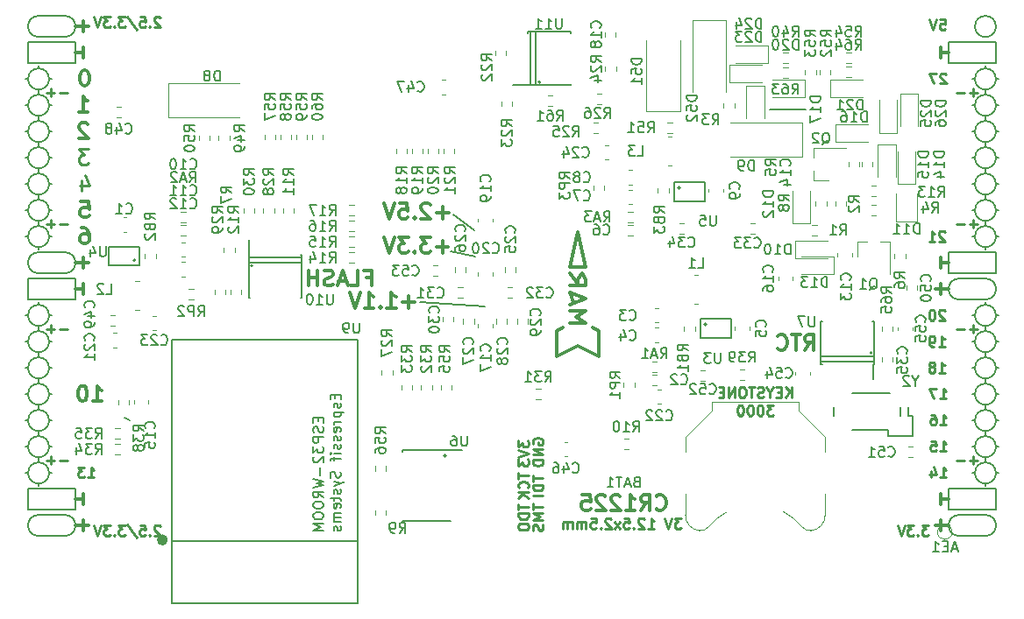
<source format=gbo>
G04 #@! TF.GenerationSoftware,KiCad,Pcbnew,5.0.0-rc2+dfsg1-2*
G04 #@! TF.CreationDate,2018-06-06T08:38:01+02:00*
G04 #@! TF.ProjectId,ulx3s,756C7833732E6B696361645F70636200,rev?*
G04 #@! TF.SameCoordinates,Original*
G04 #@! TF.FileFunction,Legend,Bot*
G04 #@! TF.FilePolarity,Positive*
%FSLAX46Y46*%
G04 Gerber Fmt 4.6, Leading zero omitted, Abs format (unit mm)*
G04 Created by KiCad (PCBNEW 5.0.0-rc2+dfsg1-2) date Wed Jun  6 08:38:01 2018*
%MOMM*%
%LPD*%
G01*
G04 APERTURE LIST*
%ADD10C,0.250000*%
%ADD11C,0.200000*%
%ADD12C,0.300000*%
%ADD13C,0.150000*%
%ADD14C,0.120000*%
%ADD15C,0.500000*%
G04 APERTURE END LIST*
D10*
X182887904Y-82575619D02*
X182840285Y-82528000D01*
X182745047Y-82480380D01*
X182506952Y-82480380D01*
X182411714Y-82528000D01*
X182364095Y-82575619D01*
X182316476Y-82670857D01*
X182316476Y-82766095D01*
X182364095Y-82908952D01*
X182935523Y-83480380D01*
X182316476Y-83480380D01*
X181364095Y-83480380D02*
X181935523Y-83480380D01*
X181649809Y-83480380D02*
X181649809Y-82480380D01*
X181745047Y-82623238D01*
X181840285Y-82718476D01*
X181935523Y-82766095D01*
X182887904Y-90195619D02*
X182840285Y-90148000D01*
X182745047Y-90100380D01*
X182506952Y-90100380D01*
X182411714Y-90148000D01*
X182364095Y-90195619D01*
X182316476Y-90290857D01*
X182316476Y-90386095D01*
X182364095Y-90528952D01*
X182935523Y-91100380D01*
X182316476Y-91100380D01*
X181697428Y-90100380D02*
X181602190Y-90100380D01*
X181506952Y-90148000D01*
X181459333Y-90195619D01*
X181411714Y-90290857D01*
X181364095Y-90481333D01*
X181364095Y-90719428D01*
X181411714Y-90909904D01*
X181459333Y-91005142D01*
X181506952Y-91052761D01*
X181602190Y-91100380D01*
X181697428Y-91100380D01*
X181792666Y-91052761D01*
X181840285Y-91005142D01*
X181887904Y-90909904D01*
X181935523Y-90719428D01*
X181935523Y-90481333D01*
X181887904Y-90290857D01*
X181840285Y-90195619D01*
X181792666Y-90148000D01*
X181697428Y-90100380D01*
X182316476Y-93640380D02*
X182887904Y-93640380D01*
X182602190Y-93640380D02*
X182602190Y-92640380D01*
X182697428Y-92783238D01*
X182792666Y-92878476D01*
X182887904Y-92926095D01*
X181840285Y-93640380D02*
X181649809Y-93640380D01*
X181554571Y-93592761D01*
X181506952Y-93545142D01*
X181411714Y-93402285D01*
X181364095Y-93211809D01*
X181364095Y-92830857D01*
X181411714Y-92735619D01*
X181459333Y-92688000D01*
X181554571Y-92640380D01*
X181745047Y-92640380D01*
X181840285Y-92688000D01*
X181887904Y-92735619D01*
X181935523Y-92830857D01*
X181935523Y-93068952D01*
X181887904Y-93164190D01*
X181840285Y-93211809D01*
X181745047Y-93259428D01*
X181554571Y-93259428D01*
X181459333Y-93211809D01*
X181411714Y-93164190D01*
X181364095Y-93068952D01*
X182316476Y-96180380D02*
X182887904Y-96180380D01*
X182602190Y-96180380D02*
X182602190Y-95180380D01*
X182697428Y-95323238D01*
X182792666Y-95418476D01*
X182887904Y-95466095D01*
X181745047Y-95608952D02*
X181840285Y-95561333D01*
X181887904Y-95513714D01*
X181935523Y-95418476D01*
X181935523Y-95370857D01*
X181887904Y-95275619D01*
X181840285Y-95228000D01*
X181745047Y-95180380D01*
X181554571Y-95180380D01*
X181459333Y-95228000D01*
X181411714Y-95275619D01*
X181364095Y-95370857D01*
X181364095Y-95418476D01*
X181411714Y-95513714D01*
X181459333Y-95561333D01*
X181554571Y-95608952D01*
X181745047Y-95608952D01*
X181840285Y-95656571D01*
X181887904Y-95704190D01*
X181935523Y-95799428D01*
X181935523Y-95989904D01*
X181887904Y-96085142D01*
X181840285Y-96132761D01*
X181745047Y-96180380D01*
X181554571Y-96180380D01*
X181459333Y-96132761D01*
X181411714Y-96085142D01*
X181364095Y-95989904D01*
X181364095Y-95799428D01*
X181411714Y-95704190D01*
X181459333Y-95656571D01*
X181554571Y-95608952D01*
D11*
X104148000Y-100808000D02*
X103640000Y-100554000D01*
X169426000Y-70709000D02*
X165997000Y-70709000D01*
D12*
X127003714Y-86984857D02*
X127503714Y-86984857D01*
X127503714Y-87770571D02*
X127503714Y-86270571D01*
X126789428Y-86270571D01*
X125503714Y-87770571D02*
X126218000Y-87770571D01*
X126218000Y-86270571D01*
X125075142Y-87342000D02*
X124360857Y-87342000D01*
X125218000Y-87770571D02*
X124718000Y-86270571D01*
X124218000Y-87770571D01*
X123789428Y-87699142D02*
X123575142Y-87770571D01*
X123218000Y-87770571D01*
X123075142Y-87699142D01*
X123003714Y-87627714D01*
X122932285Y-87484857D01*
X122932285Y-87342000D01*
X123003714Y-87199142D01*
X123075142Y-87127714D01*
X123218000Y-87056285D01*
X123503714Y-86984857D01*
X123646571Y-86913428D01*
X123718000Y-86842000D01*
X123789428Y-86699142D01*
X123789428Y-86556285D01*
X123718000Y-86413428D01*
X123646571Y-86342000D01*
X123503714Y-86270571D01*
X123146571Y-86270571D01*
X122932285Y-86342000D01*
X122289428Y-87770571D02*
X122289428Y-86270571D01*
X122289428Y-86984857D02*
X121432285Y-86984857D01*
X121432285Y-87770571D02*
X121432285Y-86270571D01*
D10*
X157418095Y-110252380D02*
X156799047Y-110252380D01*
X157132380Y-110633333D01*
X156989523Y-110633333D01*
X156894285Y-110680952D01*
X156846666Y-110728571D01*
X156799047Y-110823809D01*
X156799047Y-111061904D01*
X156846666Y-111157142D01*
X156894285Y-111204761D01*
X156989523Y-111252380D01*
X157275238Y-111252380D01*
X157370476Y-111204761D01*
X157418095Y-111157142D01*
X156513333Y-110252380D02*
X156180000Y-111252380D01*
X155846666Y-110252380D01*
X154227619Y-111252380D02*
X154799047Y-111252380D01*
X154513333Y-111252380D02*
X154513333Y-110252380D01*
X154608571Y-110395238D01*
X154703809Y-110490476D01*
X154799047Y-110538095D01*
X153846666Y-110347619D02*
X153799047Y-110300000D01*
X153703809Y-110252380D01*
X153465714Y-110252380D01*
X153370476Y-110300000D01*
X153322857Y-110347619D01*
X153275238Y-110442857D01*
X153275238Y-110538095D01*
X153322857Y-110680952D01*
X153894285Y-111252380D01*
X153275238Y-111252380D01*
X152846666Y-111157142D02*
X152799047Y-111204761D01*
X152846666Y-111252380D01*
X152894285Y-111204761D01*
X152846666Y-111157142D01*
X152846666Y-111252380D01*
X151894285Y-110252380D02*
X152370476Y-110252380D01*
X152418095Y-110728571D01*
X152370476Y-110680952D01*
X152275238Y-110633333D01*
X152037142Y-110633333D01*
X151941904Y-110680952D01*
X151894285Y-110728571D01*
X151846666Y-110823809D01*
X151846666Y-111061904D01*
X151894285Y-111157142D01*
X151941904Y-111204761D01*
X152037142Y-111252380D01*
X152275238Y-111252380D01*
X152370476Y-111204761D01*
X152418095Y-111157142D01*
X151513333Y-111252380D02*
X150989523Y-110585714D01*
X151513333Y-110585714D02*
X150989523Y-111252380D01*
X150656190Y-110347619D02*
X150608571Y-110300000D01*
X150513333Y-110252380D01*
X150275238Y-110252380D01*
X150180000Y-110300000D01*
X150132380Y-110347619D01*
X150084761Y-110442857D01*
X150084761Y-110538095D01*
X150132380Y-110680952D01*
X150703809Y-111252380D01*
X150084761Y-111252380D01*
X149656190Y-111157142D02*
X149608571Y-111204761D01*
X149656190Y-111252380D01*
X149703809Y-111204761D01*
X149656190Y-111157142D01*
X149656190Y-111252380D01*
X148703809Y-110252380D02*
X149180000Y-110252380D01*
X149227619Y-110728571D01*
X149180000Y-110680952D01*
X149084761Y-110633333D01*
X148846666Y-110633333D01*
X148751428Y-110680952D01*
X148703809Y-110728571D01*
X148656190Y-110823809D01*
X148656190Y-111061904D01*
X148703809Y-111157142D01*
X148751428Y-111204761D01*
X148846666Y-111252380D01*
X149084761Y-111252380D01*
X149180000Y-111204761D01*
X149227619Y-111157142D01*
X148227619Y-111252380D02*
X148227619Y-110585714D01*
X148227619Y-110680952D02*
X148180000Y-110633333D01*
X148084761Y-110585714D01*
X147941904Y-110585714D01*
X147846666Y-110633333D01*
X147799047Y-110728571D01*
X147799047Y-111252380D01*
X147799047Y-110728571D02*
X147751428Y-110633333D01*
X147656190Y-110585714D01*
X147513333Y-110585714D01*
X147418095Y-110633333D01*
X147370476Y-110728571D01*
X147370476Y-111252380D01*
X146894285Y-111252380D02*
X146894285Y-110585714D01*
X146894285Y-110680952D02*
X146846666Y-110633333D01*
X146751428Y-110585714D01*
X146608571Y-110585714D01*
X146513333Y-110633333D01*
X146465714Y-110728571D01*
X146465714Y-111252380D01*
X146465714Y-110728571D02*
X146418095Y-110633333D01*
X146322857Y-110585714D01*
X146180000Y-110585714D01*
X146084761Y-110633333D01*
X146037142Y-110728571D01*
X146037142Y-111252380D01*
D11*
X134755000Y-104237000D02*
G75*
G03X134755000Y-104237000I-127000J0D01*
G01*
X135390000Y-80869000D02*
X137422000Y-82393000D01*
X135136000Y-84425000D02*
X137549000Y-84933000D01*
X132215000Y-89378000D02*
X138438000Y-89759000D01*
D10*
X168085000Y-98577380D02*
X168085000Y-97577380D01*
X167513571Y-98577380D02*
X167942142Y-98005952D01*
X167513571Y-97577380D02*
X168085000Y-98148809D01*
X167085000Y-98053571D02*
X166751666Y-98053571D01*
X166608809Y-98577380D02*
X167085000Y-98577380D01*
X167085000Y-97577380D01*
X166608809Y-97577380D01*
X165989761Y-98101190D02*
X165989761Y-98577380D01*
X166323095Y-97577380D02*
X165989761Y-98101190D01*
X165656428Y-97577380D01*
X165370714Y-98529761D02*
X165227857Y-98577380D01*
X164989761Y-98577380D01*
X164894523Y-98529761D01*
X164846904Y-98482142D01*
X164799285Y-98386904D01*
X164799285Y-98291666D01*
X164846904Y-98196428D01*
X164894523Y-98148809D01*
X164989761Y-98101190D01*
X165180238Y-98053571D01*
X165275476Y-98005952D01*
X165323095Y-97958333D01*
X165370714Y-97863095D01*
X165370714Y-97767857D01*
X165323095Y-97672619D01*
X165275476Y-97625000D01*
X165180238Y-97577380D01*
X164942142Y-97577380D01*
X164799285Y-97625000D01*
X164513571Y-97577380D02*
X163942142Y-97577380D01*
X164227857Y-98577380D02*
X164227857Y-97577380D01*
X163418333Y-97577380D02*
X163227857Y-97577380D01*
X163132619Y-97625000D01*
X163037380Y-97720238D01*
X162989761Y-97910714D01*
X162989761Y-98244047D01*
X163037380Y-98434523D01*
X163132619Y-98529761D01*
X163227857Y-98577380D01*
X163418333Y-98577380D01*
X163513571Y-98529761D01*
X163608809Y-98434523D01*
X163656428Y-98244047D01*
X163656428Y-97910714D01*
X163608809Y-97720238D01*
X163513571Y-97625000D01*
X163418333Y-97577380D01*
X162561190Y-98577380D02*
X162561190Y-97577380D01*
X161989761Y-98577380D01*
X161989761Y-97577380D01*
X161513571Y-98053571D02*
X161180238Y-98053571D01*
X161037380Y-98577380D02*
X161513571Y-98577380D01*
X161513571Y-97577380D01*
X161037380Y-97577380D01*
X166346904Y-99327380D02*
X165727857Y-99327380D01*
X166061190Y-99708333D01*
X165918333Y-99708333D01*
X165823095Y-99755952D01*
X165775476Y-99803571D01*
X165727857Y-99898809D01*
X165727857Y-100136904D01*
X165775476Y-100232142D01*
X165823095Y-100279761D01*
X165918333Y-100327380D01*
X166204047Y-100327380D01*
X166299285Y-100279761D01*
X166346904Y-100232142D01*
X165108809Y-99327380D02*
X165013571Y-99327380D01*
X164918333Y-99375000D01*
X164870714Y-99422619D01*
X164823095Y-99517857D01*
X164775476Y-99708333D01*
X164775476Y-99946428D01*
X164823095Y-100136904D01*
X164870714Y-100232142D01*
X164918333Y-100279761D01*
X165013571Y-100327380D01*
X165108809Y-100327380D01*
X165204047Y-100279761D01*
X165251666Y-100232142D01*
X165299285Y-100136904D01*
X165346904Y-99946428D01*
X165346904Y-99708333D01*
X165299285Y-99517857D01*
X165251666Y-99422619D01*
X165204047Y-99375000D01*
X165108809Y-99327380D01*
X164156428Y-99327380D02*
X164061190Y-99327380D01*
X163965952Y-99375000D01*
X163918333Y-99422619D01*
X163870714Y-99517857D01*
X163823095Y-99708333D01*
X163823095Y-99946428D01*
X163870714Y-100136904D01*
X163918333Y-100232142D01*
X163965952Y-100279761D01*
X164061190Y-100327380D01*
X164156428Y-100327380D01*
X164251666Y-100279761D01*
X164299285Y-100232142D01*
X164346904Y-100136904D01*
X164394523Y-99946428D01*
X164394523Y-99708333D01*
X164346904Y-99517857D01*
X164299285Y-99422619D01*
X164251666Y-99375000D01*
X164156428Y-99327380D01*
X163204047Y-99327380D02*
X163108809Y-99327380D01*
X163013571Y-99375000D01*
X162965952Y-99422619D01*
X162918333Y-99517857D01*
X162870714Y-99708333D01*
X162870714Y-99946428D01*
X162918333Y-100136904D01*
X162965952Y-100232142D01*
X163013571Y-100279761D01*
X163108809Y-100327380D01*
X163204047Y-100327380D01*
X163299285Y-100279761D01*
X163346904Y-100232142D01*
X163394523Y-100136904D01*
X163442142Y-99946428D01*
X163442142Y-99708333D01*
X163394523Y-99517857D01*
X163346904Y-99422619D01*
X163299285Y-99375000D01*
X163204047Y-99327380D01*
D12*
X182492000Y-87582000D02*
X182492000Y-88598000D01*
X183254000Y-88090000D02*
X181984000Y-88090000D01*
X182492000Y-110442000D02*
X182492000Y-111458000D01*
X183254000Y-110950000D02*
X181984000Y-110950000D01*
X99688000Y-62182000D02*
X99688000Y-63198000D01*
X98926000Y-62690000D02*
X100196000Y-62690000D01*
X99688000Y-110442000D02*
X99688000Y-111458000D01*
X98926000Y-110950000D02*
X100196000Y-110950000D01*
X99688000Y-85042000D02*
X99688000Y-86058000D01*
X98926000Y-85550000D02*
X100196000Y-85550000D01*
D11*
X187826000Y-62690000D02*
G75*
G03X187826000Y-62690000I-1016000J0D01*
G01*
X184270000Y-87074000D02*
X186810000Y-87074000D01*
X184270000Y-89106000D02*
X186810000Y-89106000D01*
X184270000Y-87074000D02*
G75*
G03X184270000Y-89106000I0J-1016000D01*
G01*
X186810000Y-89106000D02*
G75*
G03X186810000Y-87074000I0J1016000D01*
G01*
X184270000Y-111966000D02*
X186810000Y-111966000D01*
X184270000Y-109934000D02*
X186810000Y-109934000D01*
X184270000Y-109934000D02*
G75*
G03X184270000Y-111966000I0J-1016000D01*
G01*
X186810000Y-111966000D02*
G75*
G03X186810000Y-109934000I0J1016000D01*
G01*
X97910000Y-63706000D02*
G75*
G03X97910000Y-61674000I0J1016000D01*
G01*
X95370000Y-61674000D02*
X97910000Y-61674000D01*
X95370000Y-63706000D02*
X97910000Y-63706000D01*
X95370000Y-61674000D02*
G75*
G03X95370000Y-63706000I0J-1016000D01*
G01*
X95370000Y-86566000D02*
X97910000Y-86566000D01*
X95370000Y-84534000D02*
X97910000Y-84534000D01*
X95370000Y-84534000D02*
G75*
G03X95370000Y-86566000I0J-1016000D01*
G01*
X97910000Y-86566000D02*
G75*
G03X97910000Y-84534000I0J1016000D01*
G01*
X95370000Y-111966000D02*
X97910000Y-111966000D01*
X95370000Y-109934000D02*
X97910000Y-109934000D01*
X95370000Y-109934000D02*
G75*
G03X95370000Y-111966000I0J-1016000D01*
G01*
X97910000Y-111966000D02*
G75*
G03X97910000Y-109934000I0J1016000D01*
G01*
X98926000Y-107394000D02*
X94354000Y-107394000D01*
X98926000Y-109426000D02*
X98926000Y-107394000D01*
X94354000Y-109426000D02*
X98926000Y-109426000D01*
X94354000Y-107394000D02*
X94354000Y-109426000D01*
X187826000Y-107394000D02*
X183254000Y-107394000D01*
X187826000Y-109426000D02*
X187826000Y-107394000D01*
X183254000Y-109426000D02*
X187826000Y-109426000D01*
X183254000Y-107394000D02*
X183254000Y-109426000D01*
X187826000Y-84534000D02*
X183254000Y-84534000D01*
X187826000Y-86566000D02*
X187826000Y-84534000D01*
X183254000Y-86566000D02*
X187826000Y-86566000D01*
X183254000Y-84534000D02*
X183254000Y-86566000D01*
X187826000Y-64214000D02*
X183254000Y-64214000D01*
X187826000Y-66246000D02*
X187826000Y-64214000D01*
X183254000Y-66246000D02*
X187826000Y-66246000D01*
X183254000Y-64214000D02*
X183254000Y-66246000D01*
X98926000Y-64214000D02*
X94354000Y-64214000D01*
X98926000Y-66246000D02*
X98926000Y-64214000D01*
X94354000Y-66246000D02*
X98926000Y-66246000D01*
X94354000Y-64214000D02*
X94354000Y-66246000D01*
X98926000Y-87074000D02*
X94354000Y-87074000D01*
X98926000Y-89106000D02*
X98926000Y-87074000D01*
X94354000Y-89106000D02*
X98926000Y-89106000D01*
X94354000Y-87074000D02*
X94354000Y-89106000D01*
D10*
X186032000Y-91971428D02*
X185270095Y-91971428D01*
X185651047Y-92352380D02*
X185651047Y-91590476D01*
X184793904Y-91971428D02*
X184032000Y-91971428D01*
X186032000Y-69111428D02*
X185270095Y-69111428D01*
X185651047Y-69492380D02*
X185651047Y-68730476D01*
X184793904Y-69111428D02*
X184032000Y-69111428D01*
X186032000Y-81811428D02*
X185270095Y-81811428D01*
X185651047Y-82192380D02*
X185651047Y-81430476D01*
X184793904Y-81811428D02*
X184032000Y-81811428D01*
X186032000Y-104671428D02*
X185270095Y-104671428D01*
X185651047Y-105052380D02*
X185651047Y-104290476D01*
X184793904Y-104671428D02*
X184032000Y-104671428D01*
X98148000Y-104671428D02*
X97386095Y-104671428D01*
X96909904Y-104671428D02*
X96148000Y-104671428D01*
X96528952Y-105052380D02*
X96528952Y-104290476D01*
X98148000Y-91971428D02*
X97386095Y-91971428D01*
X96909904Y-91971428D02*
X96148000Y-91971428D01*
X96528952Y-92352380D02*
X96528952Y-91590476D01*
X98148000Y-81811428D02*
X97386095Y-81811428D01*
X96909904Y-81811428D02*
X96148000Y-81811428D01*
X96528952Y-82192380D02*
X96528952Y-81430476D01*
X98148000Y-69111428D02*
X97386095Y-69111428D01*
X96909904Y-69111428D02*
X96148000Y-69111428D01*
X96528952Y-69492380D02*
X96528952Y-68730476D01*
D12*
X182492000Y-107902000D02*
X182492000Y-108918000D01*
X183254000Y-108410000D02*
X182492000Y-108410000D01*
D11*
X95370000Y-96726000D02*
X95370000Y-97234000D01*
X96386000Y-95710000D02*
X96640000Y-95710000D01*
X94354000Y-95710000D02*
X94100000Y-95710000D01*
X187826000Y-98250000D02*
X188080000Y-98250000D01*
X187826000Y-83010000D02*
X188080000Y-83010000D01*
X95370000Y-107140000D02*
X95370000Y-106886000D01*
X96386000Y-105870000D02*
X96640000Y-105870000D01*
X94354000Y-105870000D02*
X94100000Y-105870000D01*
X94354000Y-103330000D02*
X94100000Y-103330000D01*
X95370000Y-104346000D02*
X95370000Y-104854000D01*
X96386000Y-103330000D02*
X96640000Y-103330000D01*
X94354000Y-100790000D02*
X94100000Y-100790000D01*
X95370000Y-102314000D02*
X95370000Y-101806000D01*
X96386000Y-100790000D02*
X96640000Y-100790000D01*
X95370000Y-99266000D02*
X95370000Y-99774000D01*
X94354000Y-98250000D02*
X94100000Y-98250000D01*
X96386000Y-98250000D02*
X96640000Y-98250000D01*
X95370000Y-94186000D02*
X95370000Y-94694000D01*
X96386000Y-93170000D02*
X96640000Y-93170000D01*
X94354000Y-93170000D02*
X94100000Y-93170000D01*
X94354000Y-90630000D02*
X94100000Y-90630000D01*
X95370000Y-91646000D02*
X95370000Y-92154000D01*
X96640000Y-90630000D02*
X96386000Y-90630000D01*
X95370000Y-89360000D02*
X95370000Y-89614000D01*
X94354000Y-83010000D02*
X94100000Y-83010000D01*
X95370000Y-84280000D02*
X95370000Y-84026000D01*
X96386000Y-83010000D02*
X96640000Y-83010000D01*
X95370000Y-81486000D02*
X95370000Y-81994000D01*
X94354000Y-80470000D02*
X94100000Y-80470000D01*
X96640000Y-80470000D02*
X96386000Y-80470000D01*
X95370000Y-78946000D02*
X95370000Y-79454000D01*
X96386000Y-77930000D02*
X96640000Y-77930000D01*
X94354000Y-77930000D02*
X94100000Y-77930000D01*
X95370000Y-76406000D02*
X95370000Y-76914000D01*
X94354000Y-75390000D02*
X94100000Y-75390000D01*
X96386000Y-75390000D02*
X96640000Y-75390000D01*
X95370000Y-73866000D02*
X95370000Y-74374000D01*
X96386000Y-72850000D02*
X96640000Y-72850000D01*
X94100000Y-72850000D02*
X94354000Y-72850000D01*
X94354000Y-70310000D02*
X94100000Y-70310000D01*
X96640000Y-70310000D02*
X96386000Y-70310000D01*
X95370000Y-71326000D02*
X95370000Y-71834000D01*
X95370000Y-68786000D02*
X95370000Y-69294000D01*
X96386000Y-67770000D02*
X96640000Y-67770000D01*
X94354000Y-67770000D02*
X94100000Y-67770000D01*
X95370000Y-66500000D02*
X95370000Y-66754000D01*
X187826000Y-105870000D02*
X188080000Y-105870000D01*
X186810000Y-107140000D02*
X186810000Y-106886000D01*
X185540000Y-105870000D02*
X185794000Y-105870000D01*
X186810000Y-104346000D02*
X186810000Y-104854000D01*
X187826000Y-103330000D02*
X188080000Y-103330000D01*
X185540000Y-103330000D02*
X185794000Y-103330000D01*
X186810000Y-101806000D02*
X186810000Y-102314000D01*
X187826000Y-100790000D02*
X188080000Y-100790000D01*
X185540000Y-100790000D02*
X185794000Y-100790000D01*
X186810000Y-99266000D02*
X186810000Y-99774000D01*
X185540000Y-98250000D02*
X185794000Y-98250000D01*
X186810000Y-97234000D02*
X186810000Y-96726000D01*
X187826000Y-95710000D02*
X188080000Y-95710000D01*
X185540000Y-95710000D02*
X185794000Y-95710000D01*
X186810000Y-94694000D02*
X186810000Y-94186000D01*
X187826000Y-93170000D02*
X188080000Y-93170000D01*
X185540000Y-93170000D02*
X185794000Y-93170000D01*
X186810000Y-92154000D02*
X186810000Y-91646000D01*
X187826000Y-90630000D02*
X188080000Y-90630000D01*
X185540000Y-90630000D02*
X185794000Y-90630000D01*
X186810000Y-89360000D02*
X186810000Y-89614000D01*
X186810000Y-84280000D02*
X186810000Y-84026000D01*
X185540000Y-83010000D02*
X185794000Y-83010000D01*
X186810000Y-81994000D02*
X186810000Y-81486000D01*
X185794000Y-80470000D02*
X185540000Y-80470000D01*
X187826000Y-80470000D02*
X188080000Y-80470000D01*
X186810000Y-78946000D02*
X186810000Y-79454000D01*
X185794000Y-77930000D02*
X185540000Y-77930000D01*
X187826000Y-77930000D02*
X188080000Y-77930000D01*
X186810000Y-76406000D02*
X186810000Y-76914000D01*
X186810000Y-73866000D02*
X186810000Y-74374000D01*
X185794000Y-75390000D02*
X185540000Y-75390000D01*
X187826000Y-75390000D02*
X188080000Y-75390000D01*
X187826000Y-72850000D02*
X188080000Y-72850000D01*
X185540000Y-72850000D02*
X185794000Y-72850000D01*
X186810000Y-71834000D02*
X186810000Y-71326000D01*
X187826000Y-70310000D02*
X188080000Y-70310000D01*
X185540000Y-70310000D02*
X185794000Y-70310000D01*
X187826000Y-67770000D02*
X188080000Y-67770000D01*
X186810000Y-68786000D02*
X186810000Y-69294000D01*
X185540000Y-67770000D02*
X185794000Y-67770000D01*
X186810000Y-66500000D02*
X186810000Y-66754000D01*
X187826000Y-67770000D02*
G75*
G03X187826000Y-67770000I-1016000J0D01*
G01*
X187826000Y-70310000D02*
G75*
G03X187826000Y-70310000I-1016000J0D01*
G01*
X187826000Y-72850000D02*
G75*
G03X187826000Y-72850000I-1016000J0D01*
G01*
X187826000Y-75390000D02*
G75*
G03X187826000Y-75390000I-1016000J0D01*
G01*
X187826000Y-77930000D02*
G75*
G03X187826000Y-77930000I-1016000J0D01*
G01*
X187826000Y-80470000D02*
G75*
G03X187826000Y-80470000I-1016000J0D01*
G01*
X187826000Y-83010000D02*
G75*
G03X187826000Y-83010000I-1016000J0D01*
G01*
X187826000Y-90630000D02*
G75*
G03X187826000Y-90630000I-1016000J0D01*
G01*
X187826000Y-93170000D02*
G75*
G03X187826000Y-93170000I-1016000J0D01*
G01*
X187826000Y-95710000D02*
G75*
G03X187826000Y-95710000I-1016000J0D01*
G01*
X187826000Y-98250000D02*
G75*
G03X187826000Y-98250000I-1016000J0D01*
G01*
X187826000Y-100790000D02*
G75*
G03X187826000Y-100790000I-1016000J0D01*
G01*
X187826000Y-103330000D02*
G75*
G03X187826000Y-103330000I-1016000J0D01*
G01*
X187826000Y-105870000D02*
G75*
G03X187826000Y-105870000I-1016000J0D01*
G01*
X96386000Y-105870000D02*
G75*
G03X96386000Y-105870000I-1016000J0D01*
G01*
X96386000Y-103330000D02*
G75*
G03X96386000Y-103330000I-1016000J0D01*
G01*
X96386000Y-100790000D02*
G75*
G03X96386000Y-100790000I-1016000J0D01*
G01*
X96386000Y-98250000D02*
G75*
G03X96386000Y-98250000I-1016000J0D01*
G01*
X96386000Y-95710000D02*
G75*
G03X96386000Y-95710000I-1016000J0D01*
G01*
X96386000Y-93170000D02*
G75*
G03X96386000Y-93170000I-1016000J0D01*
G01*
X96386000Y-90630000D02*
G75*
G03X96386000Y-90630000I-1016000J0D01*
G01*
X96386000Y-83010000D02*
G75*
G03X96386000Y-83010000I-1016000J0D01*
G01*
X96386000Y-80470000D02*
G75*
G03X96386000Y-80470000I-1016000J0D01*
G01*
X96386000Y-77930000D02*
G75*
G03X96386000Y-77930000I-1016000J0D01*
G01*
X96386000Y-75390000D02*
G75*
G03X96386000Y-75390000I-1016000J0D01*
G01*
X96386000Y-72850000D02*
G75*
G03X96386000Y-72850000I-1016000J0D01*
G01*
X96386000Y-70310000D02*
G75*
G03X96386000Y-70310000I-1016000J0D01*
G01*
X96386000Y-67770000D02*
G75*
G03X96386000Y-67770000I-1016000J0D01*
G01*
D10*
X182428476Y-62015380D02*
X182904666Y-62015380D01*
X182952285Y-62491571D01*
X182904666Y-62443952D01*
X182809428Y-62396333D01*
X182571333Y-62396333D01*
X182476095Y-62443952D01*
X182428476Y-62491571D01*
X182380857Y-62586809D01*
X182380857Y-62824904D01*
X182428476Y-62920142D01*
X182476095Y-62967761D01*
X182571333Y-63015380D01*
X182809428Y-63015380D01*
X182904666Y-62967761D01*
X182952285Y-62920142D01*
X182095142Y-62015380D02*
X181761809Y-63015380D01*
X181428476Y-62015380D01*
D12*
X182492000Y-64722000D02*
X182492000Y-65738000D01*
X183254000Y-65230000D02*
X182492000Y-65230000D01*
D10*
X182999904Y-67317619D02*
X182952285Y-67270000D01*
X182857047Y-67222380D01*
X182618952Y-67222380D01*
X182523714Y-67270000D01*
X182476095Y-67317619D01*
X182428476Y-67412857D01*
X182428476Y-67508095D01*
X182476095Y-67650952D01*
X183047523Y-68222380D01*
X182428476Y-68222380D01*
X182095142Y-67222380D02*
X181428476Y-67222380D01*
X181857047Y-68222380D01*
D12*
X182492000Y-85042000D02*
X182492000Y-86058000D01*
X183254000Y-85550000D02*
X182492000Y-85550000D01*
D10*
X182428476Y-98702380D02*
X182999904Y-98702380D01*
X182714190Y-98702380D02*
X182714190Y-97702380D01*
X182809428Y-97845238D01*
X182904666Y-97940476D01*
X182999904Y-97988095D01*
X182095142Y-97702380D02*
X181428476Y-97702380D01*
X181857047Y-98702380D01*
X182428476Y-101242380D02*
X182999904Y-101242380D01*
X182714190Y-101242380D02*
X182714190Y-100242380D01*
X182809428Y-100385238D01*
X182904666Y-100480476D01*
X182999904Y-100528095D01*
X181571333Y-100242380D02*
X181761809Y-100242380D01*
X181857047Y-100290000D01*
X181904666Y-100337619D01*
X181999904Y-100480476D01*
X182047523Y-100670952D01*
X182047523Y-101051904D01*
X181999904Y-101147142D01*
X181952285Y-101194761D01*
X181857047Y-101242380D01*
X181666571Y-101242380D01*
X181571333Y-101194761D01*
X181523714Y-101147142D01*
X181476095Y-101051904D01*
X181476095Y-100813809D01*
X181523714Y-100718571D01*
X181571333Y-100670952D01*
X181666571Y-100623333D01*
X181857047Y-100623333D01*
X181952285Y-100670952D01*
X181999904Y-100718571D01*
X182047523Y-100813809D01*
X182428476Y-103782380D02*
X182999904Y-103782380D01*
X182714190Y-103782380D02*
X182714190Y-102782380D01*
X182809428Y-102925238D01*
X182904666Y-103020476D01*
X182999904Y-103068095D01*
X181523714Y-102782380D02*
X181999904Y-102782380D01*
X182047523Y-103258571D01*
X181999904Y-103210952D01*
X181904666Y-103163333D01*
X181666571Y-103163333D01*
X181571333Y-103210952D01*
X181523714Y-103258571D01*
X181476095Y-103353809D01*
X181476095Y-103591904D01*
X181523714Y-103687142D01*
X181571333Y-103734761D01*
X181666571Y-103782380D01*
X181904666Y-103782380D01*
X181999904Y-103734761D01*
X182047523Y-103687142D01*
X182428476Y-106322380D02*
X182999904Y-106322380D01*
X182714190Y-106322380D02*
X182714190Y-105322380D01*
X182809428Y-105465238D01*
X182904666Y-105560476D01*
X182999904Y-105608095D01*
X181571333Y-105655714D02*
X181571333Y-106322380D01*
X181809428Y-105274761D02*
X182047523Y-105989047D01*
X181428476Y-105989047D01*
X181312642Y-110928380D02*
X180693595Y-110928380D01*
X181026928Y-111309333D01*
X180884071Y-111309333D01*
X180788833Y-111356952D01*
X180741214Y-111404571D01*
X180693595Y-111499809D01*
X180693595Y-111737904D01*
X180741214Y-111833142D01*
X180788833Y-111880761D01*
X180884071Y-111928380D01*
X181169785Y-111928380D01*
X181265023Y-111880761D01*
X181312642Y-111833142D01*
X180265023Y-111833142D02*
X180217404Y-111880761D01*
X180265023Y-111928380D01*
X180312642Y-111880761D01*
X180265023Y-111833142D01*
X180265023Y-111928380D01*
X179884071Y-110928380D02*
X179265023Y-110928380D01*
X179598357Y-111309333D01*
X179455500Y-111309333D01*
X179360261Y-111356952D01*
X179312642Y-111404571D01*
X179265023Y-111499809D01*
X179265023Y-111737904D01*
X179312642Y-111833142D01*
X179360261Y-111880761D01*
X179455500Y-111928380D01*
X179741214Y-111928380D01*
X179836452Y-111880761D01*
X179884071Y-111833142D01*
X178979309Y-110928380D02*
X178645976Y-111928380D01*
X178312642Y-110928380D01*
D12*
X99688000Y-108918000D02*
X99688000Y-107902000D01*
X98926000Y-108410000D02*
X99688000Y-108410000D01*
X99688000Y-88598000D02*
X99688000Y-87582000D01*
X98926000Y-88090000D02*
X99688000Y-88090000D01*
X99688000Y-64722000D02*
X99688000Y-65738000D01*
X98926000Y-65230000D02*
X99688000Y-65230000D01*
D10*
X107103690Y-111023619D02*
X107056071Y-110976000D01*
X106960833Y-110928380D01*
X106722738Y-110928380D01*
X106627500Y-110976000D01*
X106579880Y-111023619D01*
X106532261Y-111118857D01*
X106532261Y-111214095D01*
X106579880Y-111356952D01*
X107151309Y-111928380D01*
X106532261Y-111928380D01*
X106103690Y-111833142D02*
X106056071Y-111880761D01*
X106103690Y-111928380D01*
X106151309Y-111880761D01*
X106103690Y-111833142D01*
X106103690Y-111928380D01*
X105151309Y-110928380D02*
X105627500Y-110928380D01*
X105675119Y-111404571D01*
X105627500Y-111356952D01*
X105532261Y-111309333D01*
X105294166Y-111309333D01*
X105198928Y-111356952D01*
X105151309Y-111404571D01*
X105103690Y-111499809D01*
X105103690Y-111737904D01*
X105151309Y-111833142D01*
X105198928Y-111880761D01*
X105294166Y-111928380D01*
X105532261Y-111928380D01*
X105627500Y-111880761D01*
X105675119Y-111833142D01*
X103960833Y-110880761D02*
X104817976Y-112166476D01*
X103722738Y-110928380D02*
X103103690Y-110928380D01*
X103437023Y-111309333D01*
X103294166Y-111309333D01*
X103198928Y-111356952D01*
X103151309Y-111404571D01*
X103103690Y-111499809D01*
X103103690Y-111737904D01*
X103151309Y-111833142D01*
X103198928Y-111880761D01*
X103294166Y-111928380D01*
X103579880Y-111928380D01*
X103675119Y-111880761D01*
X103722738Y-111833142D01*
X102675119Y-111833142D02*
X102627500Y-111880761D01*
X102675119Y-111928380D01*
X102722738Y-111880761D01*
X102675119Y-111833142D01*
X102675119Y-111928380D01*
X102294166Y-110928380D02*
X101675119Y-110928380D01*
X102008452Y-111309333D01*
X101865595Y-111309333D01*
X101770357Y-111356952D01*
X101722738Y-111404571D01*
X101675119Y-111499809D01*
X101675119Y-111737904D01*
X101722738Y-111833142D01*
X101770357Y-111880761D01*
X101865595Y-111928380D01*
X102151309Y-111928380D01*
X102246547Y-111880761D01*
X102294166Y-111833142D01*
X101389404Y-110928380D02*
X101056071Y-111928380D01*
X100722738Y-110928380D01*
X100132476Y-106322380D02*
X100703904Y-106322380D01*
X100418190Y-106322380D02*
X100418190Y-105322380D01*
X100513428Y-105465238D01*
X100608666Y-105560476D01*
X100703904Y-105608095D01*
X99799142Y-105322380D02*
X99180095Y-105322380D01*
X99513428Y-105703333D01*
X99370571Y-105703333D01*
X99275333Y-105750952D01*
X99227714Y-105798571D01*
X99180095Y-105893809D01*
X99180095Y-106131904D01*
X99227714Y-106227142D01*
X99275333Y-106274761D01*
X99370571Y-106322380D01*
X99656285Y-106322380D01*
X99751523Y-106274761D01*
X99799142Y-106227142D01*
D12*
X100623714Y-98946571D02*
X101480857Y-98946571D01*
X101052285Y-98946571D02*
X101052285Y-97446571D01*
X101195142Y-97660857D01*
X101338000Y-97803714D01*
X101480857Y-97875142D01*
X99695142Y-97446571D02*
X99552285Y-97446571D01*
X99409428Y-97518000D01*
X99338000Y-97589428D01*
X99266571Y-97732285D01*
X99195142Y-98018000D01*
X99195142Y-98375142D01*
X99266571Y-98660857D01*
X99338000Y-98803714D01*
X99409428Y-98875142D01*
X99552285Y-98946571D01*
X99695142Y-98946571D01*
X99838000Y-98875142D01*
X99909428Y-98803714D01*
X99980857Y-98660857D01*
X100052285Y-98375142D01*
X100052285Y-98018000D01*
X99980857Y-97732285D01*
X99909428Y-97589428D01*
X99838000Y-97518000D01*
X99695142Y-97446571D01*
X99529285Y-82188571D02*
X99815000Y-82188571D01*
X99957857Y-82260000D01*
X100029285Y-82331428D01*
X100172142Y-82545714D01*
X100243571Y-82831428D01*
X100243571Y-83402857D01*
X100172142Y-83545714D01*
X100100714Y-83617142D01*
X99957857Y-83688571D01*
X99672142Y-83688571D01*
X99529285Y-83617142D01*
X99457857Y-83545714D01*
X99386428Y-83402857D01*
X99386428Y-83045714D01*
X99457857Y-82902857D01*
X99529285Y-82831428D01*
X99672142Y-82760000D01*
X99957857Y-82760000D01*
X100100714Y-82831428D01*
X100172142Y-82902857D01*
X100243571Y-83045714D01*
X99457857Y-79648571D02*
X100172142Y-79648571D01*
X100243571Y-80362857D01*
X100172142Y-80291428D01*
X100029285Y-80220000D01*
X99672142Y-80220000D01*
X99529285Y-80291428D01*
X99457857Y-80362857D01*
X99386428Y-80505714D01*
X99386428Y-80862857D01*
X99457857Y-81005714D01*
X99529285Y-81077142D01*
X99672142Y-81148571D01*
X100029285Y-81148571D01*
X100172142Y-81077142D01*
X100243571Y-81005714D01*
D10*
X99529285Y-77608571D02*
X99529285Y-78608571D01*
X99886428Y-77037142D02*
X100243571Y-78108571D01*
X99315000Y-78108571D01*
X100188000Y-74568571D02*
X99259428Y-74568571D01*
X99759428Y-75140000D01*
X99545142Y-75140000D01*
X99402285Y-75211428D01*
X99330857Y-75282857D01*
X99259428Y-75425714D01*
X99259428Y-75782857D01*
X99330857Y-75925714D01*
X99402285Y-75997142D01*
X99545142Y-76068571D01*
X99973714Y-76068571D01*
X100116571Y-75997142D01*
X100188000Y-75925714D01*
D12*
X100116571Y-72171428D02*
X100045142Y-72100000D01*
X99902285Y-72028571D01*
X99545142Y-72028571D01*
X99402285Y-72100000D01*
X99330857Y-72171428D01*
X99259428Y-72314285D01*
X99259428Y-72457142D01*
X99330857Y-72671428D01*
X100188000Y-73528571D01*
X99259428Y-73528571D01*
X99259428Y-70988571D02*
X100116571Y-70988571D01*
X99688000Y-70988571D02*
X99688000Y-69488571D01*
X99830857Y-69702857D01*
X99973714Y-69845714D01*
X100116571Y-69917142D01*
X99886428Y-66948571D02*
X99743571Y-66948571D01*
X99600714Y-67020000D01*
X99529285Y-67091428D01*
X99457857Y-67234285D01*
X99386428Y-67520000D01*
X99386428Y-67877142D01*
X99457857Y-68162857D01*
X99529285Y-68305714D01*
X99600714Y-68377142D01*
X99743571Y-68448571D01*
X99886428Y-68448571D01*
X100029285Y-68377142D01*
X100100714Y-68305714D01*
X100172142Y-68162857D01*
X100243571Y-67877142D01*
X100243571Y-67520000D01*
X100172142Y-67234285D01*
X100100714Y-67091428D01*
X100029285Y-67020000D01*
X99886428Y-66948571D01*
D10*
X107103690Y-61874619D02*
X107056071Y-61827000D01*
X106960833Y-61779380D01*
X106722738Y-61779380D01*
X106627500Y-61827000D01*
X106579880Y-61874619D01*
X106532261Y-61969857D01*
X106532261Y-62065095D01*
X106579880Y-62207952D01*
X107151309Y-62779380D01*
X106532261Y-62779380D01*
X106103690Y-62684142D02*
X106056071Y-62731761D01*
X106103690Y-62779380D01*
X106151309Y-62731761D01*
X106103690Y-62684142D01*
X106103690Y-62779380D01*
X105151309Y-61779380D02*
X105627500Y-61779380D01*
X105675119Y-62255571D01*
X105627500Y-62207952D01*
X105532261Y-62160333D01*
X105294166Y-62160333D01*
X105198928Y-62207952D01*
X105151309Y-62255571D01*
X105103690Y-62350809D01*
X105103690Y-62588904D01*
X105151309Y-62684142D01*
X105198928Y-62731761D01*
X105294166Y-62779380D01*
X105532261Y-62779380D01*
X105627500Y-62731761D01*
X105675119Y-62684142D01*
X103960833Y-61731761D02*
X104817976Y-63017476D01*
X103722738Y-61779380D02*
X103103690Y-61779380D01*
X103437023Y-62160333D01*
X103294166Y-62160333D01*
X103198928Y-62207952D01*
X103151309Y-62255571D01*
X103103690Y-62350809D01*
X103103690Y-62588904D01*
X103151309Y-62684142D01*
X103198928Y-62731761D01*
X103294166Y-62779380D01*
X103579880Y-62779380D01*
X103675119Y-62731761D01*
X103722738Y-62684142D01*
X102675119Y-62684142D02*
X102627500Y-62731761D01*
X102675119Y-62779380D01*
X102722738Y-62731761D01*
X102675119Y-62684142D01*
X102675119Y-62779380D01*
X102294166Y-61779380D02*
X101675119Y-61779380D01*
X102008452Y-62160333D01*
X101865595Y-62160333D01*
X101770357Y-62207952D01*
X101722738Y-62255571D01*
X101675119Y-62350809D01*
X101675119Y-62588904D01*
X101722738Y-62684142D01*
X101770357Y-62731761D01*
X101865595Y-62779380D01*
X102151309Y-62779380D01*
X102246547Y-62731761D01*
X102294166Y-62684142D01*
X101389404Y-61779380D02*
X101056071Y-62779380D01*
X100722738Y-61779380D01*
D12*
X155027857Y-109335714D02*
X155099285Y-109407142D01*
X155313571Y-109478571D01*
X155456428Y-109478571D01*
X155670714Y-109407142D01*
X155813571Y-109264285D01*
X155885000Y-109121428D01*
X155956428Y-108835714D01*
X155956428Y-108621428D01*
X155885000Y-108335714D01*
X155813571Y-108192857D01*
X155670714Y-108050000D01*
X155456428Y-107978571D01*
X155313571Y-107978571D01*
X155099285Y-108050000D01*
X155027857Y-108121428D01*
X153527857Y-109478571D02*
X154027857Y-108764285D01*
X154385000Y-109478571D02*
X154385000Y-107978571D01*
X153813571Y-107978571D01*
X153670714Y-108050000D01*
X153599285Y-108121428D01*
X153527857Y-108264285D01*
X153527857Y-108478571D01*
X153599285Y-108621428D01*
X153670714Y-108692857D01*
X153813571Y-108764285D01*
X154385000Y-108764285D01*
X152099285Y-109478571D02*
X152956428Y-109478571D01*
X152527857Y-109478571D02*
X152527857Y-107978571D01*
X152670714Y-108192857D01*
X152813571Y-108335714D01*
X152956428Y-108407142D01*
X151527857Y-108121428D02*
X151456428Y-108050000D01*
X151313571Y-107978571D01*
X150956428Y-107978571D01*
X150813571Y-108050000D01*
X150742142Y-108121428D01*
X150670714Y-108264285D01*
X150670714Y-108407142D01*
X150742142Y-108621428D01*
X151599285Y-109478571D01*
X150670714Y-109478571D01*
X150099285Y-108121428D02*
X150027857Y-108050000D01*
X149885000Y-107978571D01*
X149527857Y-107978571D01*
X149385000Y-108050000D01*
X149313571Y-108121428D01*
X149242142Y-108264285D01*
X149242142Y-108407142D01*
X149313571Y-108621428D01*
X150170714Y-109478571D01*
X149242142Y-109478571D01*
X147885000Y-107978571D02*
X148599285Y-107978571D01*
X148670714Y-108692857D01*
X148599285Y-108621428D01*
X148456428Y-108550000D01*
X148099285Y-108550000D01*
X147956428Y-108621428D01*
X147885000Y-108692857D01*
X147813571Y-108835714D01*
X147813571Y-109192857D01*
X147885000Y-109335714D01*
X147956428Y-109407142D01*
X148099285Y-109478571D01*
X148456428Y-109478571D01*
X148599285Y-109407142D01*
X148670714Y-109335714D01*
X134961000Y-80722142D02*
X133818142Y-80722142D01*
X134389571Y-81293571D02*
X134389571Y-80150714D01*
X133175285Y-79936428D02*
X133103857Y-79865000D01*
X132961000Y-79793571D01*
X132603857Y-79793571D01*
X132461000Y-79865000D01*
X132389571Y-79936428D01*
X132318142Y-80079285D01*
X132318142Y-80222142D01*
X132389571Y-80436428D01*
X133246714Y-81293571D01*
X132318142Y-81293571D01*
X131675285Y-81150714D02*
X131603857Y-81222142D01*
X131675285Y-81293571D01*
X131746714Y-81222142D01*
X131675285Y-81150714D01*
X131675285Y-81293571D01*
X130246714Y-79793571D02*
X130961000Y-79793571D01*
X131032428Y-80507857D01*
X130961000Y-80436428D01*
X130818142Y-80365000D01*
X130461000Y-80365000D01*
X130318142Y-80436428D01*
X130246714Y-80507857D01*
X130175285Y-80650714D01*
X130175285Y-81007857D01*
X130246714Y-81150714D01*
X130318142Y-81222142D01*
X130461000Y-81293571D01*
X130818142Y-81293571D01*
X130961000Y-81222142D01*
X131032428Y-81150714D01*
X129746714Y-79793571D02*
X129246714Y-81293571D01*
X128746714Y-79793571D01*
X134946000Y-84024142D02*
X133803142Y-84024142D01*
X134374571Y-84595571D02*
X134374571Y-83452714D01*
X133231714Y-83095571D02*
X132303142Y-83095571D01*
X132803142Y-83667000D01*
X132588857Y-83667000D01*
X132446000Y-83738428D01*
X132374571Y-83809857D01*
X132303142Y-83952714D01*
X132303142Y-84309857D01*
X132374571Y-84452714D01*
X132446000Y-84524142D01*
X132588857Y-84595571D01*
X133017428Y-84595571D01*
X133160285Y-84524142D01*
X133231714Y-84452714D01*
X131660285Y-84452714D02*
X131588857Y-84524142D01*
X131660285Y-84595571D01*
X131731714Y-84524142D01*
X131660285Y-84452714D01*
X131660285Y-84595571D01*
X131088857Y-83095571D02*
X130160285Y-83095571D01*
X130660285Y-83667000D01*
X130446000Y-83667000D01*
X130303142Y-83738428D01*
X130231714Y-83809857D01*
X130160285Y-83952714D01*
X130160285Y-84309857D01*
X130231714Y-84452714D01*
X130303142Y-84524142D01*
X130446000Y-84595571D01*
X130874571Y-84595571D01*
X131017428Y-84524142D01*
X131088857Y-84452714D01*
X129731714Y-83095571D02*
X129231714Y-84595571D01*
X128731714Y-83095571D01*
X131659000Y-89358142D02*
X130516142Y-89358142D01*
X131087571Y-89929571D02*
X131087571Y-88786714D01*
X129016142Y-89929571D02*
X129873285Y-89929571D01*
X129444714Y-89929571D02*
X129444714Y-88429571D01*
X129587571Y-88643857D01*
X129730428Y-88786714D01*
X129873285Y-88858142D01*
X128373285Y-89786714D02*
X128301857Y-89858142D01*
X128373285Y-89929571D01*
X128444714Y-89858142D01*
X128373285Y-89786714D01*
X128373285Y-89929571D01*
X126873285Y-89929571D02*
X127730428Y-89929571D01*
X127301857Y-89929571D02*
X127301857Y-88429571D01*
X127444714Y-88643857D01*
X127587571Y-88786714D01*
X127730428Y-88858142D01*
X126444714Y-88429571D02*
X125944714Y-89929571D01*
X125444714Y-88429571D01*
D10*
X141685380Y-105854285D02*
X141685380Y-106425714D01*
X142685380Y-106140000D02*
X141685380Y-106140000D01*
X142590142Y-107330476D02*
X142637761Y-107282857D01*
X142685380Y-107140000D01*
X142685380Y-107044761D01*
X142637761Y-106901904D01*
X142542523Y-106806666D01*
X142447285Y-106759047D01*
X142256809Y-106711428D01*
X142113952Y-106711428D01*
X141923476Y-106759047D01*
X141828238Y-106806666D01*
X141733000Y-106901904D01*
X141685380Y-107044761D01*
X141685380Y-107140000D01*
X141733000Y-107282857D01*
X141780619Y-107330476D01*
X142685380Y-107759047D02*
X141685380Y-107759047D01*
X142685380Y-108330476D02*
X142113952Y-107901904D01*
X141685380Y-108330476D02*
X142256809Y-107759047D01*
X141685380Y-102726904D02*
X141685380Y-103345952D01*
X142066333Y-103012619D01*
X142066333Y-103155476D01*
X142113952Y-103250714D01*
X142161571Y-103298333D01*
X142256809Y-103345952D01*
X142494904Y-103345952D01*
X142590142Y-103298333D01*
X142637761Y-103250714D01*
X142685380Y-103155476D01*
X142685380Y-102869761D01*
X142637761Y-102774523D01*
X142590142Y-102726904D01*
X141685380Y-103631666D02*
X142685380Y-103965000D01*
X141685380Y-104298333D01*
X141685380Y-104536428D02*
X141685380Y-105155476D01*
X142066333Y-104822142D01*
X142066333Y-104965000D01*
X142113952Y-105060238D01*
X142161571Y-105107857D01*
X142256809Y-105155476D01*
X142494904Y-105155476D01*
X142590142Y-105107857D01*
X142637761Y-105060238D01*
X142685380Y-104965000D01*
X142685380Y-104679285D01*
X142637761Y-104584047D01*
X142590142Y-104536428D01*
X141685380Y-108878476D02*
X141685380Y-109449904D01*
X142685380Y-109164190D02*
X141685380Y-109164190D01*
X142685380Y-109783238D02*
X141685380Y-109783238D01*
X141685380Y-110021333D01*
X141733000Y-110164190D01*
X141828238Y-110259428D01*
X141923476Y-110307047D01*
X142113952Y-110354666D01*
X142256809Y-110354666D01*
X142447285Y-110307047D01*
X142542523Y-110259428D01*
X142637761Y-110164190D01*
X142685380Y-110021333D01*
X142685380Y-109783238D01*
X141685380Y-110973714D02*
X141685380Y-111164190D01*
X141733000Y-111259428D01*
X141828238Y-111354666D01*
X142018714Y-111402285D01*
X142352047Y-111402285D01*
X142542523Y-111354666D01*
X142637761Y-111259428D01*
X142685380Y-111164190D01*
X142685380Y-110973714D01*
X142637761Y-110878476D01*
X142542523Y-110783238D01*
X142352047Y-110735619D01*
X142018714Y-110735619D01*
X141828238Y-110783238D01*
X141733000Y-110878476D01*
X141685380Y-110973714D01*
X143130000Y-103076095D02*
X143082380Y-102980857D01*
X143082380Y-102838000D01*
X143130000Y-102695142D01*
X143225238Y-102599904D01*
X143320476Y-102552285D01*
X143510952Y-102504666D01*
X143653809Y-102504666D01*
X143844285Y-102552285D01*
X143939523Y-102599904D01*
X144034761Y-102695142D01*
X144082380Y-102838000D01*
X144082380Y-102933238D01*
X144034761Y-103076095D01*
X143987142Y-103123714D01*
X143653809Y-103123714D01*
X143653809Y-102933238D01*
X144082380Y-103552285D02*
X143082380Y-103552285D01*
X144082380Y-104123714D01*
X143082380Y-104123714D01*
X144082380Y-104599904D02*
X143082380Y-104599904D01*
X143082380Y-104838000D01*
X143130000Y-104980857D01*
X143225238Y-105076095D01*
X143320476Y-105123714D01*
X143510952Y-105171333D01*
X143653809Y-105171333D01*
X143844285Y-105123714D01*
X143939523Y-105076095D01*
X144034761Y-104980857D01*
X144082380Y-104838000D01*
X144082380Y-104599904D01*
X143082380Y-106116190D02*
X143082380Y-106687619D01*
X144082380Y-106401904D02*
X143082380Y-106401904D01*
X144082380Y-107020952D02*
X143082380Y-107020952D01*
X143082380Y-107259047D01*
X143130000Y-107401904D01*
X143225238Y-107497142D01*
X143320476Y-107544761D01*
X143510952Y-107592380D01*
X143653809Y-107592380D01*
X143844285Y-107544761D01*
X143939523Y-107497142D01*
X144034761Y-107401904D01*
X144082380Y-107259047D01*
X144082380Y-107020952D01*
X144082380Y-108020952D02*
X143082380Y-108020952D01*
X143082380Y-108854666D02*
X143082380Y-109426095D01*
X144082380Y-109140380D02*
X143082380Y-109140380D01*
X144082380Y-109759428D02*
X143082380Y-109759428D01*
X143796666Y-110092761D01*
X143082380Y-110426095D01*
X144082380Y-110426095D01*
X144034761Y-110854666D02*
X144082380Y-110997523D01*
X144082380Y-111235619D01*
X144034761Y-111330857D01*
X143987142Y-111378476D01*
X143891904Y-111426095D01*
X143796666Y-111426095D01*
X143701428Y-111378476D01*
X143653809Y-111330857D01*
X143606190Y-111235619D01*
X143558571Y-111045142D01*
X143510952Y-110949904D01*
X143463333Y-110902285D01*
X143368095Y-110854666D01*
X143272857Y-110854666D01*
X143177619Y-110902285D01*
X143130000Y-110949904D01*
X143082380Y-111045142D01*
X143082380Y-111283238D01*
X143130000Y-111426095D01*
D12*
X169394142Y-93993571D02*
X169894142Y-93279285D01*
X170251285Y-93993571D02*
X170251285Y-92493571D01*
X169679857Y-92493571D01*
X169537000Y-92565000D01*
X169465571Y-92636428D01*
X169394142Y-92779285D01*
X169394142Y-92993571D01*
X169465571Y-93136428D01*
X169537000Y-93207857D01*
X169679857Y-93279285D01*
X170251285Y-93279285D01*
X168965571Y-92493571D02*
X168108428Y-92493571D01*
X168537000Y-93993571D02*
X168537000Y-92493571D01*
X166751285Y-93850714D02*
X166822714Y-93922142D01*
X167037000Y-93993571D01*
X167179857Y-93993571D01*
X167394142Y-93922142D01*
X167537000Y-93779285D01*
X167608428Y-93636428D01*
X167679857Y-93350714D01*
X167679857Y-93136428D01*
X167608428Y-92850714D01*
X167537000Y-92707857D01*
X167394142Y-92565000D01*
X167179857Y-92493571D01*
X167037000Y-92493571D01*
X166822714Y-92565000D01*
X166751285Y-92636428D01*
D13*
G04 #@! TO.C,U3*
X159886803Y-91500000D02*
G75*
G03X159886803Y-91500000I-111803J0D01*
G01*
X159275000Y-92800000D02*
X162275000Y-92800000D01*
X162275000Y-92800000D02*
X162275000Y-91000000D01*
X162275000Y-91000000D02*
X159275000Y-91000000D01*
X159275000Y-91000000D02*
X159275000Y-92800000D01*
G04 #@! TO.C,U4*
X104736803Y-85315000D02*
G75*
G03X104736803Y-85315000I-111803J0D01*
G01*
X105125000Y-84015000D02*
X102125000Y-84015000D01*
X102125000Y-84015000D02*
X102125000Y-85815000D01*
X102125000Y-85815000D02*
X105125000Y-85815000D01*
X105125000Y-85815000D02*
X105125000Y-84015000D01*
G04 #@! TO.C,U5*
X157346803Y-78292000D02*
G75*
G03X157346803Y-78292000I-111803J0D01*
G01*
X156735000Y-79592000D02*
X159735000Y-79592000D01*
X159735000Y-79592000D02*
X159735000Y-77792000D01*
X159735000Y-77792000D02*
X156735000Y-77792000D01*
X156735000Y-77792000D02*
X156735000Y-79592000D01*
G04 #@! TO.C,U6*
X130510000Y-103690000D02*
X130510000Y-103790000D01*
X130510000Y-110515000D02*
X130510000Y-110490000D01*
X135160000Y-110515000D02*
X135160000Y-110490000D01*
X136235000Y-103690000D02*
X130510000Y-103690000D01*
X135160000Y-110515000D02*
X130510000Y-110515000D01*
D14*
G04 #@! TO.C,BAT1*
X160091264Y-111074552D02*
G75*
G02X161785000Y-109670000I4493736J-3695448D01*
G01*
X167317553Y-109624793D02*
G75*
G02X169085000Y-111070000I-2732553J-5145207D01*
G01*
X159170385Y-111454160D02*
G75*
G03X160085000Y-111070000I124615J984160D01*
G01*
X169999615Y-111454160D02*
G75*
G02X169085000Y-111070000I-124615J984160D01*
G01*
X157835000Y-109920000D02*
G75*
G03X159285000Y-111470000I1500000J-50000D01*
G01*
X171335000Y-109920000D02*
G75*
G02X169885000Y-111470000I-1500000J-50000D01*
G01*
X157835000Y-107870000D02*
X157835000Y-109970000D01*
X171335000Y-107870000D02*
X171335000Y-109970000D01*
X171335000Y-103870000D02*
X171335000Y-102420000D01*
X171335000Y-102420000D02*
X168735000Y-99820000D01*
X168735000Y-99820000D02*
X168735000Y-99020000D01*
X168735000Y-99020000D02*
X160435000Y-99020000D01*
X160435000Y-99020000D02*
X160435000Y-99820000D01*
X160435000Y-99820000D02*
X157835000Y-102420000D01*
X157835000Y-102420000D02*
X157835000Y-103870000D01*
D13*
G04 #@! TO.C,U7*
X175865803Y-94267500D02*
G75*
G03X175865803Y-94267500I-89803J0D01*
G01*
X170950000Y-95093000D02*
X176030000Y-95093000D01*
X176030000Y-94585000D02*
X170950000Y-94585000D01*
X176065000Y-95390000D02*
X176015000Y-95390000D01*
X176065000Y-91240000D02*
X175920000Y-91240000D01*
X170915000Y-91240000D02*
X171060000Y-91240000D01*
X170915000Y-95390000D02*
X171060000Y-95390000D01*
X176065000Y-95390000D02*
X176065000Y-91240000D01*
X170915000Y-95390000D02*
X170915000Y-91240000D01*
X176015000Y-95390000D02*
X176015000Y-96790000D01*
G04 #@! TO.C,U10*
X116033803Y-85867500D02*
G75*
G03X116033803Y-85867500I-89803J0D01*
G01*
X120770000Y-85042000D02*
X115690000Y-85042000D01*
X115690000Y-85550000D02*
X120770000Y-85550000D01*
X115655000Y-84745000D02*
X115705000Y-84745000D01*
X115655000Y-88895000D02*
X115800000Y-88895000D01*
X120805000Y-88895000D02*
X120660000Y-88895000D01*
X120805000Y-84745000D02*
X120660000Y-84745000D01*
X115655000Y-84745000D02*
X115655000Y-88895000D01*
X120805000Y-84745000D02*
X120805000Y-88895000D01*
X115705000Y-84745000D02*
X115705000Y-83345000D01*
D15*
G04 #@! TO.C,U9*
X107607981Y-112354000D02*
G75*
G03X107607981Y-112354000I-283981J0D01*
G01*
D13*
X126230000Y-112500000D02*
X108230000Y-112500000D01*
X108230000Y-118500000D02*
X108230000Y-93000000D01*
X126230000Y-118500000D02*
X126230000Y-93000000D01*
X126230000Y-93000000D02*
X108230000Y-93000000D01*
X126230000Y-118500000D02*
X108230000Y-118500000D01*
G04 #@! TO.C,Y2*
X179776000Y-100322000D02*
X179376000Y-100322000D01*
X179776000Y-102322000D02*
X179776000Y-100322000D01*
X177376000Y-102322000D02*
X179776000Y-102322000D01*
X177376000Y-101722000D02*
X177376000Y-102322000D01*
X172176000Y-99522000D02*
X172176000Y-100322000D01*
X177576000Y-98122000D02*
X173976000Y-98122000D01*
X177376000Y-101722000D02*
X173976000Y-101722000D01*
X178576000Y-99522000D02*
X178576000Y-100322000D01*
X179376000Y-99522000D02*
X179376000Y-100322000D01*
D12*
G04 #@! TO.C,REF\002A\002A*
X148240000Y-90179000D02*
X146640000Y-90179000D01*
X147240000Y-90779000D02*
X148240000Y-90179000D01*
X148240000Y-91379000D02*
X147240000Y-90779000D01*
X146640000Y-91379000D02*
X148240000Y-91379000D01*
X145440000Y-92179000D02*
X146040000Y-91779000D01*
X149440000Y-92179000D02*
X148840000Y-91779000D01*
X149440000Y-94579000D02*
X149440000Y-92179000D01*
X147440000Y-82579000D02*
X148240000Y-85979000D01*
X146640000Y-85979000D02*
X147440000Y-82579000D01*
X148240000Y-85979000D02*
X146640000Y-85979000D01*
X147440000Y-87579000D02*
X146640000Y-86579000D01*
X147440000Y-87179000D02*
X147440000Y-87779000D01*
X147840000Y-86579000D02*
X147440000Y-87179000D01*
X148240000Y-87179000D02*
X147840000Y-86579000D01*
X148240000Y-87779000D02*
X148240000Y-87179000D01*
X148240000Y-87779000D02*
X146640000Y-87779000D01*
X146640000Y-88379000D02*
X147040000Y-89379000D01*
X148240000Y-88979000D02*
X146640000Y-88379000D01*
X146640000Y-89579000D02*
X148240000Y-88979000D01*
X145440000Y-94579000D02*
X145440000Y-92179000D01*
X147440000Y-93579000D02*
X145440000Y-94579000D01*
X149440000Y-94579000D02*
X147440000Y-93579000D01*
D14*
G04 #@! TO.C,C47*
X134351000Y-69260000D02*
X134651000Y-69260000D01*
X134351000Y-67840000D02*
X134651000Y-67840000D01*
G04 #@! TO.C,C1*
X103553500Y-82595000D02*
X103853500Y-82595000D01*
X103553500Y-81175000D02*
X103853500Y-81175000D01*
G04 #@! TO.C,C2*
X154640000Y-97420000D02*
X155080000Y-97420000D01*
X154640000Y-96400000D02*
X155080000Y-96400000D01*
G04 #@! TO.C,C3*
X154910000Y-89920000D02*
X155210000Y-89920000D01*
X154910000Y-91340000D02*
X155210000Y-91340000D01*
G04 #@! TO.C,C4*
X154910000Y-93245000D02*
X155210000Y-93245000D01*
X154910000Y-91825000D02*
X155210000Y-91825000D01*
G04 #@! TO.C,C5*
X162605000Y-92050000D02*
X162605000Y-91750000D01*
X164025000Y-92050000D02*
X164025000Y-91750000D01*
G04 #@! TO.C,C6*
X152300000Y-82885000D02*
X152740000Y-82885000D01*
X152300000Y-81865000D02*
X152740000Y-81865000D01*
G04 #@! TO.C,C7*
X152370000Y-78490000D02*
X152670000Y-78490000D01*
X152370000Y-79910000D02*
X152670000Y-79910000D01*
G04 #@! TO.C,C8*
X152370000Y-76585000D02*
X152670000Y-76585000D01*
X152370000Y-78005000D02*
X152670000Y-78005000D01*
G04 #@! TO.C,C9*
X161485000Y-78715000D02*
X161485000Y-78415000D01*
X160065000Y-78715000D02*
X160065000Y-78415000D01*
G04 #@! TO.C,C10*
X109560000Y-81615000D02*
X109120000Y-81615000D01*
X109560000Y-80595000D02*
X109120000Y-80595000D01*
G04 #@! TO.C,C11*
X109490000Y-84990000D02*
X109190000Y-84990000D01*
X109490000Y-83570000D02*
X109190000Y-83570000D01*
G04 #@! TO.C,C12*
X109490000Y-85475000D02*
X109190000Y-85475000D01*
X109490000Y-86895000D02*
X109190000Y-86895000D01*
G04 #@! TO.C,C13*
X172511000Y-84938000D02*
X172511000Y-84638000D01*
X173931000Y-84938000D02*
X173931000Y-84638000D01*
G04 #@! TO.C,C14*
X175890000Y-75805000D02*
X175890000Y-76245000D01*
X174870000Y-75805000D02*
X174870000Y-76245000D01*
G04 #@! TO.C,C15*
X105986000Y-99162000D02*
X105986000Y-98862000D01*
X104566000Y-99162000D02*
X104566000Y-98862000D01*
G04 #@! TO.C,C16*
X168216000Y-87224000D02*
X168216000Y-86924000D01*
X166796000Y-87224000D02*
X166796000Y-86924000D01*
G04 #@! TO.C,C17*
X137790000Y-91470000D02*
X137790000Y-91770000D01*
X139210000Y-91470000D02*
X139210000Y-91770000D01*
G04 #@! TO.C,C18*
X151099600Y-63704000D02*
X151099600Y-63264000D01*
X150079600Y-63704000D02*
X150079600Y-63264000D01*
G04 #@! TO.C,C19*
X139210000Y-81570000D02*
X139210000Y-81270000D01*
X137790000Y-81570000D02*
X137790000Y-81270000D01*
G04 #@! TO.C,C20*
X139210000Y-86470000D02*
X139210000Y-86770000D01*
X137790000Y-86470000D02*
X137790000Y-86770000D01*
G04 #@! TO.C,C21*
X102601000Y-92351000D02*
X102901000Y-92351000D01*
X102601000Y-93771000D02*
X102901000Y-93771000D01*
G04 #@! TO.C,C22*
X155164000Y-99214000D02*
X155464000Y-99214000D01*
X155164000Y-97794000D02*
X155464000Y-97794000D01*
G04 #@! TO.C,C23*
X106696000Y-92102000D02*
X106396000Y-92102000D01*
X106696000Y-90682000D02*
X106396000Y-90682000D01*
G04 #@! TO.C,C24*
X150384000Y-74172000D02*
X150084000Y-74172000D01*
X150384000Y-75592000D02*
X150084000Y-75592000D01*
G04 #@! TO.C,C25*
X141410000Y-86000000D02*
X141410000Y-86440000D01*
X140390000Y-86000000D02*
X140390000Y-86440000D01*
G04 #@! TO.C,C26*
X136610000Y-86000000D02*
X136610000Y-86440000D01*
X135590000Y-86000000D02*
X135590000Y-86440000D01*
G04 #@! TO.C,C27*
X137410000Y-91000000D02*
X137410000Y-91440000D01*
X136390000Y-91000000D02*
X136390000Y-91440000D01*
G04 #@! TO.C,C28*
X139590000Y-91000000D02*
X139590000Y-91440000D01*
X140610000Y-91000000D02*
X140610000Y-91440000D01*
G04 #@! TO.C,C29*
X142610000Y-91000000D02*
X142610000Y-91440000D01*
X141590000Y-91000000D02*
X141590000Y-91440000D01*
G04 #@! TO.C,C30*
X134390000Y-90800000D02*
X134390000Y-91240000D01*
X135410000Y-90800000D02*
X135410000Y-91240000D01*
G04 #@! TO.C,C31*
X135880000Y-88930000D02*
X136320000Y-88930000D01*
X135880000Y-87910000D02*
X136320000Y-87910000D01*
G04 #@! TO.C,C32*
X141120000Y-88930000D02*
X140680000Y-88930000D01*
X141120000Y-87910000D02*
X140680000Y-87910000D01*
G04 #@! TO.C,C33*
X164080000Y-82730000D02*
X164520000Y-82730000D01*
X164080000Y-81710000D02*
X164520000Y-81710000D01*
G04 #@! TO.C,C34*
X157720000Y-81710000D02*
X157280000Y-81710000D01*
X157720000Y-82730000D02*
X157280000Y-82730000D01*
G04 #@! TO.C,C35*
X176790000Y-94680000D02*
X176790000Y-95120000D01*
X177810000Y-94680000D02*
X177810000Y-95120000D01*
G04 #@! TO.C,C46*
X146147000Y-104294000D02*
X146447000Y-104294000D01*
X146147000Y-102874000D02*
X146447000Y-102874000D01*
G04 #@! TO.C,C48*
X102900000Y-70453000D02*
X103340000Y-70453000D01*
X102900000Y-71473000D02*
X103340000Y-71473000D01*
G04 #@! TO.C,C49*
X102277000Y-90646000D02*
X102717000Y-90646000D01*
X102277000Y-91666000D02*
X102717000Y-91666000D01*
G04 #@! TO.C,C50*
X180223000Y-88201000D02*
X180223000Y-87761000D01*
X179203000Y-88201000D02*
X179203000Y-87761000D01*
G04 #@! TO.C,C51*
X179818000Y-103346000D02*
X179378000Y-103346000D01*
X179818000Y-104366000D02*
X179378000Y-104366000D01*
G04 #@! TO.C,C52*
X159740000Y-97000000D02*
X159300000Y-97000000D01*
X159740000Y-95980000D02*
X159300000Y-95980000D01*
G04 #@! TO.C,C53*
X133922200Y-86840000D02*
X133482200Y-86840000D01*
X133922200Y-85820000D02*
X133482200Y-85820000D01*
G04 #@! TO.C,C54*
X168462000Y-96386000D02*
X168462000Y-96086000D01*
X169882000Y-96386000D02*
X169882000Y-96086000D01*
G04 #@! TO.C,D11*
X180200000Y-78835000D02*
X180200000Y-81535000D01*
X180200000Y-81535000D02*
X178180000Y-81535000D01*
X178180000Y-81535000D02*
X178180000Y-78835000D01*
G04 #@! TO.C,D10*
X168400000Y-85130000D02*
X168400000Y-83430000D01*
X168400000Y-83430000D02*
X171550000Y-83430000D01*
X168400000Y-85130000D02*
X171550000Y-85130000D01*
G04 #@! TO.C,D12*
X169880000Y-81735000D02*
X169880000Y-78585000D01*
X168180000Y-81735000D02*
X168180000Y-78585000D01*
X169880000Y-81735000D02*
X168180000Y-81735000D01*
G04 #@! TO.C,D13*
X172200000Y-84954000D02*
X172200000Y-86654000D01*
X172200000Y-86654000D02*
X169050000Y-86654000D01*
X172200000Y-84954000D02*
X169050000Y-84954000D01*
G04 #@! TO.C,D14*
X180040000Y-77925000D02*
X180040000Y-74775000D01*
X178340000Y-77925000D02*
X178340000Y-74775000D01*
X180040000Y-77925000D02*
X178340000Y-77925000D01*
G04 #@! TO.C,D15*
X176435000Y-74125000D02*
X176435000Y-77275000D01*
X178135000Y-74125000D02*
X178135000Y-77275000D01*
X176435000Y-74125000D02*
X178135000Y-74125000D01*
G04 #@! TO.C,D16*
X172337000Y-73827000D02*
X172337000Y-72127000D01*
X172337000Y-72127000D02*
X175487000Y-72127000D01*
X172337000Y-73827000D02*
X175487000Y-73827000D01*
G04 #@! TO.C,D17*
X163735000Y-68410000D02*
X165435000Y-68410000D01*
X165435000Y-68410000D02*
X165435000Y-71560000D01*
X163735000Y-68410000D02*
X163735000Y-71560000D01*
G04 #@! TO.C,D20*
X169406000Y-67809000D02*
X169406000Y-69509000D01*
X169406000Y-69509000D02*
X166256000Y-69509000D01*
X169406000Y-67809000D02*
X166256000Y-67809000D01*
G04 #@! TO.C,D21*
X171829000Y-69509000D02*
X174979000Y-69509000D01*
X171829000Y-67809000D02*
X174979000Y-67809000D01*
X171829000Y-69509000D02*
X171829000Y-67809000D01*
G04 #@! TO.C,D23*
X162050000Y-68112000D02*
X165200000Y-68112000D01*
X162050000Y-66412000D02*
X165200000Y-66412000D01*
X162050000Y-68112000D02*
X162050000Y-66412000D01*
G04 #@! TO.C,D24*
X165850000Y-64507000D02*
X162700000Y-64507000D01*
X165850000Y-66207000D02*
X162700000Y-66207000D01*
X165850000Y-64507000D02*
X165850000Y-66207000D01*
G04 #@! TO.C,D25*
X178262000Y-72972000D02*
X176562000Y-72972000D01*
X176562000Y-72972000D02*
X176562000Y-69822000D01*
X178262000Y-72972000D02*
X178262000Y-69822000D01*
G04 #@! TO.C,D26*
X178594000Y-69172000D02*
X180294000Y-69172000D01*
X180294000Y-69172000D02*
X180294000Y-72322000D01*
X178594000Y-69172000D02*
X178594000Y-72322000D01*
G04 #@! TO.C,Q1*
X174435000Y-83520000D02*
X174435000Y-84980000D01*
X177595000Y-83520000D02*
X177595000Y-86680000D01*
X177595000Y-83520000D02*
X176665000Y-83520000D01*
X174435000Y-83520000D02*
X175365000Y-83520000D01*
G04 #@! TO.C,Q2*
X170175000Y-77605000D02*
X170175000Y-76675000D01*
X170175000Y-74445000D02*
X170175000Y-75375000D01*
X170175000Y-74445000D02*
X173335000Y-74445000D01*
X170175000Y-77605000D02*
X171635000Y-77605000D01*
G04 #@! TO.C,D8*
X107861000Y-71452000D02*
X114761000Y-71452000D01*
X107861000Y-68152000D02*
X114761000Y-68152000D01*
X107861000Y-71452000D02*
X107861000Y-68152000D01*
G04 #@! TO.C,D9*
X169112000Y-71962000D02*
X169112000Y-75262000D01*
X169112000Y-75262000D02*
X162212000Y-75262000D01*
X169112000Y-71962000D02*
X162212000Y-71962000D01*
G04 #@! TO.C,D51*
X157345000Y-70900000D02*
X154045000Y-70900000D01*
X154045000Y-70900000D02*
X154045000Y-64000000D01*
X157345000Y-70900000D02*
X157345000Y-64000000D01*
G04 #@! TO.C,D52*
X158490000Y-62100000D02*
X158490000Y-69000000D01*
X161790000Y-62100000D02*
X161790000Y-69000000D01*
X158490000Y-62100000D02*
X161790000Y-62100000D01*
G04 #@! TO.C,AE1*
X183588000Y-111603000D02*
G75*
G03X183588000Y-111603000I-700000J0D01*
G01*
G04 #@! TO.C,R49*
X113787000Y-73705000D02*
X113787000Y-73265000D01*
X112767000Y-73705000D02*
X112767000Y-73265000D01*
G04 #@! TO.C,R50*
X110862000Y-73705000D02*
X110862000Y-73265000D01*
X111882000Y-73705000D02*
X111882000Y-73265000D01*
G04 #@! TO.C,R51*
X156550000Y-72997000D02*
X156110000Y-72997000D01*
X156550000Y-71977000D02*
X156110000Y-71977000D01*
G04 #@! TO.C,R52*
X170821000Y-67373000D02*
X170821000Y-66933000D01*
X171841000Y-67373000D02*
X171841000Y-66933000D01*
G04 #@! TO.C,R53*
X170429000Y-67373000D02*
X170429000Y-66933000D01*
X169409000Y-67373000D02*
X169409000Y-66933000D01*
G04 #@! TO.C,R54*
X173382000Y-65228000D02*
X173822000Y-65228000D01*
X173382000Y-66248000D02*
X173822000Y-66248000D01*
G04 #@! TO.C,R56*
X128900000Y-105666000D02*
X128900000Y-105226000D01*
X127880000Y-105666000D02*
X127880000Y-105226000D01*
G04 #@! TO.C,R57*
X117212000Y-73578000D02*
X117212000Y-73138000D01*
X118232000Y-73578000D02*
X118232000Y-73138000D01*
G04 #@! TO.C,R58*
X119756000Y-73578000D02*
X119756000Y-73138000D01*
X118736000Y-73578000D02*
X118736000Y-73138000D01*
G04 #@! TO.C,R59*
X120260000Y-73578000D02*
X120260000Y-73138000D01*
X121280000Y-73578000D02*
X121280000Y-73138000D01*
G04 #@! TO.C,R60*
X122804000Y-73578000D02*
X122804000Y-73138000D01*
X121784000Y-73578000D02*
X121784000Y-73138000D01*
G04 #@! TO.C,R61*
X145000000Y-69390000D02*
X144560000Y-69390000D01*
X145000000Y-70410000D02*
X144560000Y-70410000D01*
G04 #@! TO.C,RP1*
X151883000Y-97141000D02*
X151883000Y-97581000D01*
X152903000Y-97141000D02*
X152903000Y-97581000D01*
G04 #@! TO.C,RP2*
X109882000Y-88088000D02*
X110322000Y-88088000D01*
X109882000Y-89108000D02*
X110322000Y-89108000D01*
G04 #@! TO.C,RP3*
X148962000Y-78091000D02*
X148962000Y-78531000D01*
X149982000Y-78091000D02*
X149982000Y-78531000D01*
G04 #@! TO.C,R40*
X167286000Y-66248000D02*
X167726000Y-66248000D01*
X167286000Y-65228000D02*
X167726000Y-65228000D01*
G04 #@! TO.C,R55*
X134230000Y-97395000D02*
X134230000Y-97835000D01*
X135250000Y-97395000D02*
X135250000Y-97835000D01*
D13*
G04 #@! TO.C,U11*
X143817303Y-68087500D02*
G75*
G03X143817303Y-68087500I-89803J0D01*
G01*
X142902000Y-63261500D02*
X142902000Y-68341500D01*
X143410000Y-68341500D02*
X143410000Y-63261500D01*
X142605000Y-68376500D02*
X142605000Y-68326500D01*
X146755000Y-68376500D02*
X146755000Y-68231500D01*
X146755000Y-63226500D02*
X146755000Y-63371500D01*
X142605000Y-63226500D02*
X142605000Y-63371500D01*
X142605000Y-68376500D02*
X146755000Y-68376500D01*
X142605000Y-63226500D02*
X146755000Y-63226500D01*
X142605000Y-68326500D02*
X141205000Y-68326500D01*
D14*
G04 #@! TO.C,C55*
X178368000Y-91768000D02*
X178368000Y-92068000D01*
X179788000Y-91768000D02*
X179788000Y-92068000D01*
G04 #@! TO.C,R65*
X177810000Y-92138000D02*
X177810000Y-91698000D01*
X176790000Y-92138000D02*
X176790000Y-91698000D01*
G04 #@! TO.C,L1*
X159070000Y-86690000D02*
X158670000Y-86690000D01*
X159070000Y-89490000D02*
X158670000Y-89490000D01*
G04 #@! TO.C,L2*
X104695000Y-90125000D02*
X105095000Y-90125000D01*
X104695000Y-87325000D02*
X105095000Y-87325000D01*
G04 #@! TO.C,L3*
X156530000Y-76155000D02*
X156130000Y-76155000D01*
X156530000Y-73355000D02*
X156130000Y-73355000D01*
G04 #@! TO.C,R1*
X170080000Y-81865000D02*
X170520000Y-81865000D01*
X170080000Y-82885000D02*
X170520000Y-82885000D01*
G04 #@! TO.C,R2*
X172330000Y-80055000D02*
X172330000Y-79615000D01*
X173350000Y-80055000D02*
X173350000Y-79615000D01*
G04 #@! TO.C,R3*
X162555000Y-70530000D02*
X162555000Y-70090000D01*
X161535000Y-70530000D02*
X161535000Y-70090000D01*
G04 #@! TO.C,R4*
X176235000Y-79960000D02*
X175795000Y-79960000D01*
X176235000Y-80980000D02*
X175795000Y-80980000D01*
G04 #@! TO.C,R5*
X173600000Y-75805000D02*
X173600000Y-76245000D01*
X174620000Y-75805000D02*
X174620000Y-76245000D01*
G04 #@! TO.C,R6*
X179065000Y-84695000D02*
X179065000Y-85135000D01*
X178045000Y-84695000D02*
X178045000Y-85135000D01*
G04 #@! TO.C,R7*
X114295000Y-84060000D02*
X114295000Y-84500000D01*
X113275000Y-84060000D02*
X113275000Y-84500000D01*
G04 #@! TO.C,R8*
X171445000Y-80055000D02*
X171445000Y-79615000D01*
X170425000Y-80055000D02*
X170425000Y-79615000D01*
G04 #@! TO.C,R9*
X128900000Y-109460000D02*
X128900000Y-109900000D01*
X127880000Y-109460000D02*
X127880000Y-109900000D01*
G04 #@! TO.C,R10*
X152359000Y-103586000D02*
X151919000Y-103586000D01*
X152359000Y-102566000D02*
X151919000Y-102566000D01*
G04 #@! TO.C,R11*
X120010000Y-80250000D02*
X120010000Y-80690000D01*
X118990000Y-80250000D02*
X118990000Y-80690000D01*
G04 #@! TO.C,R12*
X114930000Y-88564000D02*
X114930000Y-88124000D01*
X113910000Y-88564000D02*
X113910000Y-88124000D01*
G04 #@! TO.C,R13*
X176235000Y-79075000D02*
X175795000Y-79075000D01*
X176235000Y-78055000D02*
X175795000Y-78055000D01*
G04 #@! TO.C,R14*
X125816000Y-85570000D02*
X125376000Y-85570000D01*
X125816000Y-84550000D02*
X125376000Y-84550000D01*
G04 #@! TO.C,R15*
X125816000Y-83026000D02*
X125376000Y-83026000D01*
X125816000Y-84046000D02*
X125376000Y-84046000D01*
G04 #@! TO.C,R16*
X125816000Y-82522000D02*
X125376000Y-82522000D01*
X125816000Y-81502000D02*
X125376000Y-81502000D01*
G04 #@! TO.C,R17*
X125816000Y-79960000D02*
X125376000Y-79960000D01*
X125816000Y-80980000D02*
X125376000Y-80980000D01*
G04 #@! TO.C,R18*
X129912000Y-74993000D02*
X129912000Y-74553000D01*
X130932000Y-74993000D02*
X130932000Y-74553000D01*
G04 #@! TO.C,R19*
X131451000Y-74993000D02*
X131451000Y-74553000D01*
X132471000Y-74993000D02*
X132471000Y-74553000D01*
G04 #@! TO.C,R20*
X132975000Y-74993000D02*
X132975000Y-74553000D01*
X133995000Y-74993000D02*
X133995000Y-74553000D01*
G04 #@! TO.C,R21*
X135519000Y-74993000D02*
X135519000Y-74553000D01*
X134499000Y-74993000D02*
X134499000Y-74553000D01*
G04 #@! TO.C,R22*
X140535500Y-65450000D02*
X140535500Y-65010000D01*
X139515500Y-65450000D02*
X139515500Y-65010000D01*
G04 #@! TO.C,R23*
X141107000Y-69981000D02*
X141107000Y-70421000D01*
X140087000Y-69981000D02*
X140087000Y-70421000D01*
G04 #@! TO.C,R24*
X151125000Y-66992000D02*
X151125000Y-66552000D01*
X150105000Y-66992000D02*
X150105000Y-66552000D01*
G04 #@! TO.C,R25*
X149395000Y-72997000D02*
X148955000Y-72997000D01*
X149395000Y-71977000D02*
X148955000Y-71977000D01*
G04 #@! TO.C,R26*
X149707000Y-69183000D02*
X149267000Y-69183000D01*
X149707000Y-70203000D02*
X149267000Y-70203000D01*
G04 #@! TO.C,R27*
X128515000Y-96395000D02*
X128515000Y-95955000D01*
X129535000Y-96395000D02*
X129535000Y-95955000D01*
G04 #@! TO.C,R28*
X117085000Y-80250000D02*
X117085000Y-80690000D01*
X118105000Y-80250000D02*
X118105000Y-80690000D01*
G04 #@! TO.C,R29*
X113406000Y-88564000D02*
X113406000Y-88124000D01*
X112386000Y-88564000D02*
X112386000Y-88124000D01*
G04 #@! TO.C,R30*
X115180000Y-80250000D02*
X115180000Y-80690000D01*
X116200000Y-80250000D02*
X116200000Y-80690000D01*
G04 #@! TO.C,R31*
X143850000Y-98760000D02*
X143410000Y-98760000D01*
X143850000Y-97740000D02*
X143410000Y-97740000D01*
G04 #@! TO.C,R32*
X133345000Y-97835000D02*
X133345000Y-97395000D01*
X132325000Y-97835000D02*
X132325000Y-97395000D01*
G04 #@! TO.C,R33*
X130420000Y-97835000D02*
X130420000Y-97395000D01*
X131440000Y-97835000D02*
X131440000Y-97395000D01*
G04 #@! TO.C,R34*
X102770000Y-104110000D02*
X103210000Y-104110000D01*
X102770000Y-103090000D02*
X103210000Y-103090000D01*
G04 #@! TO.C,R35*
X103210000Y-102570000D02*
X102770000Y-102570000D01*
X103210000Y-101550000D02*
X102770000Y-101550000D01*
G04 #@! TO.C,R38*
X104086500Y-99250000D02*
X104086500Y-98810000D01*
X103066500Y-99250000D02*
X103066500Y-98810000D01*
G04 #@! TO.C,R39*
X163535000Y-95835000D02*
X163095000Y-95835000D01*
X163535000Y-96855000D02*
X163095000Y-96855000D01*
G04 #@! TO.C,R63*
X167286000Y-66625000D02*
X167726000Y-66625000D01*
X167286000Y-67645000D02*
X167726000Y-67645000D01*
G04 #@! TO.C,R64*
X173820000Y-66610000D02*
X173380000Y-66610000D01*
X173820000Y-67630000D02*
X173380000Y-67630000D01*
G04 #@! TO.C,RA1*
X154640000Y-96150000D02*
X155080000Y-96150000D01*
X154640000Y-95130000D02*
X155080000Y-95130000D01*
G04 #@! TO.C,RA2*
X109560000Y-81865000D02*
X109120000Y-81865000D01*
X109560000Y-82885000D02*
X109120000Y-82885000D01*
G04 #@! TO.C,RA3*
X152300000Y-81615000D02*
X152740000Y-81615000D01*
X152300000Y-80595000D02*
X152740000Y-80595000D01*
G04 #@! TO.C,RB1*
X158745000Y-91680000D02*
X158745000Y-92120000D01*
X157725000Y-91680000D02*
X157725000Y-92120000D01*
G04 #@! TO.C,RB2*
X106675000Y-85135000D02*
X106675000Y-84695000D01*
X105655000Y-85135000D02*
X105655000Y-84695000D01*
G04 #@! TO.C,RB3*
X156205000Y-78345000D02*
X156205000Y-78785000D01*
X155185000Y-78345000D02*
X155185000Y-78785000D01*
G04 #@! TO.C,U3*
D11*
X161241904Y-94252380D02*
X161241904Y-95061904D01*
X161194285Y-95157142D01*
X161146666Y-95204761D01*
X161051428Y-95252380D01*
X160860952Y-95252380D01*
X160765714Y-95204761D01*
X160718095Y-95157142D01*
X160670476Y-95061904D01*
X160670476Y-94252380D01*
X160289523Y-94252380D02*
X159670476Y-94252380D01*
X160003809Y-94633333D01*
X159860952Y-94633333D01*
X159765714Y-94680952D01*
X159718095Y-94728571D01*
X159670476Y-94823809D01*
X159670476Y-95061904D01*
X159718095Y-95157142D01*
X159765714Y-95204761D01*
X159860952Y-95252380D01*
X160146666Y-95252380D01*
X160241904Y-95204761D01*
X160289523Y-95157142D01*
G04 #@! TO.C,U4*
X101861904Y-83940880D02*
X101861904Y-84750404D01*
X101814285Y-84845642D01*
X101766666Y-84893261D01*
X101671428Y-84940880D01*
X101480952Y-84940880D01*
X101385714Y-84893261D01*
X101338095Y-84845642D01*
X101290476Y-84750404D01*
X101290476Y-83940880D01*
X100385714Y-84274214D02*
X100385714Y-84940880D01*
X100623809Y-83893261D02*
X100861904Y-84607547D01*
X100242857Y-84607547D01*
G04 #@! TO.C,U5*
X160789904Y-80956380D02*
X160789904Y-81765904D01*
X160742285Y-81861142D01*
X160694666Y-81908761D01*
X160599428Y-81956380D01*
X160408952Y-81956380D01*
X160313714Y-81908761D01*
X160266095Y-81861142D01*
X160218476Y-81765904D01*
X160218476Y-80956380D01*
X159266095Y-80956380D02*
X159742285Y-80956380D01*
X159789904Y-81432571D01*
X159742285Y-81384952D01*
X159647047Y-81337333D01*
X159408952Y-81337333D01*
X159313714Y-81384952D01*
X159266095Y-81432571D01*
X159218476Y-81527809D01*
X159218476Y-81765904D01*
X159266095Y-81861142D01*
X159313714Y-81908761D01*
X159408952Y-81956380D01*
X159647047Y-81956380D01*
X159742285Y-81908761D01*
X159789904Y-81861142D01*
G04 #@! TO.C,U6*
D13*
X136771904Y-102274380D02*
X136771904Y-103083904D01*
X136724285Y-103179142D01*
X136676666Y-103226761D01*
X136581428Y-103274380D01*
X136390952Y-103274380D01*
X136295714Y-103226761D01*
X136248095Y-103179142D01*
X136200476Y-103083904D01*
X136200476Y-102274380D01*
X135295714Y-102274380D02*
X135486190Y-102274380D01*
X135581428Y-102322000D01*
X135629047Y-102369619D01*
X135724285Y-102512476D01*
X135771904Y-102702952D01*
X135771904Y-103083904D01*
X135724285Y-103179142D01*
X135676666Y-103226761D01*
X135581428Y-103274380D01*
X135390952Y-103274380D01*
X135295714Y-103226761D01*
X135248095Y-103179142D01*
X135200476Y-103083904D01*
X135200476Y-102845809D01*
X135248095Y-102750571D01*
X135295714Y-102702952D01*
X135390952Y-102655333D01*
X135581428Y-102655333D01*
X135676666Y-102702952D01*
X135724285Y-102750571D01*
X135771904Y-102845809D01*
G04 #@! TO.C,BAT1*
X153094285Y-106728571D02*
X152951428Y-106776190D01*
X152903809Y-106823809D01*
X152856190Y-106919047D01*
X152856190Y-107061904D01*
X152903809Y-107157142D01*
X152951428Y-107204761D01*
X153046666Y-107252380D01*
X153427619Y-107252380D01*
X153427619Y-106252380D01*
X153094285Y-106252380D01*
X152999047Y-106300000D01*
X152951428Y-106347619D01*
X152903809Y-106442857D01*
X152903809Y-106538095D01*
X152951428Y-106633333D01*
X152999047Y-106680952D01*
X153094285Y-106728571D01*
X153427619Y-106728571D01*
X152475238Y-106966666D02*
X151999047Y-106966666D01*
X152570476Y-107252380D02*
X152237142Y-106252380D01*
X151903809Y-107252380D01*
X151713333Y-106252380D02*
X151141904Y-106252380D01*
X151427619Y-107252380D02*
X151427619Y-106252380D01*
X150284761Y-107252380D02*
X150856190Y-107252380D01*
X150570476Y-107252380D02*
X150570476Y-106252380D01*
X150665714Y-106395238D01*
X150760952Y-106490476D01*
X150856190Y-106538095D01*
G04 #@! TO.C,U7*
X170314904Y-90735380D02*
X170314904Y-91544904D01*
X170267285Y-91640142D01*
X170219666Y-91687761D01*
X170124428Y-91735380D01*
X169933952Y-91735380D01*
X169838714Y-91687761D01*
X169791095Y-91640142D01*
X169743476Y-91544904D01*
X169743476Y-90735380D01*
X169362523Y-90735380D02*
X168695857Y-90735380D01*
X169124428Y-91735380D01*
G04 #@! TO.C,U10*
X123786095Y-88576380D02*
X123786095Y-89385904D01*
X123738476Y-89481142D01*
X123690857Y-89528761D01*
X123595619Y-89576380D01*
X123405142Y-89576380D01*
X123309904Y-89528761D01*
X123262285Y-89481142D01*
X123214666Y-89385904D01*
X123214666Y-88576380D01*
X122214666Y-89576380D02*
X122786095Y-89576380D01*
X122500380Y-89576380D02*
X122500380Y-88576380D01*
X122595619Y-88719238D01*
X122690857Y-88814476D01*
X122786095Y-88862095D01*
X121595619Y-88576380D02*
X121500380Y-88576380D01*
X121405142Y-88624000D01*
X121357523Y-88671619D01*
X121309904Y-88766857D01*
X121262285Y-88957333D01*
X121262285Y-89195428D01*
X121309904Y-89385904D01*
X121357523Y-89481142D01*
X121405142Y-89528761D01*
X121500380Y-89576380D01*
X121595619Y-89576380D01*
X121690857Y-89528761D01*
X121738476Y-89481142D01*
X121786095Y-89385904D01*
X121833714Y-89195428D01*
X121833714Y-88957333D01*
X121786095Y-88766857D01*
X121738476Y-88671619D01*
X121690857Y-88624000D01*
X121595619Y-88576380D01*
G04 #@! TO.C,U9*
X126357904Y-91352380D02*
X126357904Y-92161904D01*
X126310285Y-92257142D01*
X126262666Y-92304761D01*
X126167428Y-92352380D01*
X125976952Y-92352380D01*
X125881714Y-92304761D01*
X125834095Y-92257142D01*
X125786476Y-92161904D01*
X125786476Y-91352380D01*
X125262666Y-92352380D02*
X125072190Y-92352380D01*
X124976952Y-92304761D01*
X124929333Y-92257142D01*
X124834095Y-92114285D01*
X124786476Y-91923809D01*
X124786476Y-91542857D01*
X124834095Y-91447619D01*
X124881714Y-91400000D01*
X124976952Y-91352380D01*
X125167428Y-91352380D01*
X125262666Y-91400000D01*
X125310285Y-91447619D01*
X125357904Y-91542857D01*
X125357904Y-91780952D01*
X125310285Y-91876190D01*
X125262666Y-91923809D01*
X125167428Y-91971428D01*
X124976952Y-91971428D01*
X124881714Y-91923809D01*
X124834095Y-91876190D01*
X124786476Y-91780952D01*
X124016571Y-98289571D02*
X124016571Y-98622904D01*
X124540380Y-98765761D02*
X124540380Y-98289571D01*
X123540380Y-98289571D01*
X123540380Y-98765761D01*
X124492761Y-99146714D02*
X124540380Y-99241952D01*
X124540380Y-99432428D01*
X124492761Y-99527666D01*
X124397523Y-99575285D01*
X124349904Y-99575285D01*
X124254666Y-99527666D01*
X124207047Y-99432428D01*
X124207047Y-99289571D01*
X124159428Y-99194333D01*
X124064190Y-99146714D01*
X124016571Y-99146714D01*
X123921333Y-99194333D01*
X123873714Y-99289571D01*
X123873714Y-99432428D01*
X123921333Y-99527666D01*
X123873714Y-100003857D02*
X124873714Y-100003857D01*
X123921333Y-100003857D02*
X123873714Y-100099095D01*
X123873714Y-100289571D01*
X123921333Y-100384809D01*
X123968952Y-100432428D01*
X124064190Y-100480047D01*
X124349904Y-100480047D01*
X124445142Y-100432428D01*
X124492761Y-100384809D01*
X124540380Y-100289571D01*
X124540380Y-100099095D01*
X124492761Y-100003857D01*
X124540380Y-100908619D02*
X123873714Y-100908619D01*
X124064190Y-100908619D02*
X123968952Y-100956238D01*
X123921333Y-101003857D01*
X123873714Y-101099095D01*
X123873714Y-101194333D01*
X124492761Y-101908619D02*
X124540380Y-101813380D01*
X124540380Y-101622904D01*
X124492761Y-101527666D01*
X124397523Y-101480047D01*
X124016571Y-101480047D01*
X123921333Y-101527666D01*
X123873714Y-101622904D01*
X123873714Y-101813380D01*
X123921333Y-101908619D01*
X124016571Y-101956238D01*
X124111809Y-101956238D01*
X124207047Y-101480047D01*
X124492761Y-102337190D02*
X124540380Y-102432428D01*
X124540380Y-102622904D01*
X124492761Y-102718142D01*
X124397523Y-102765761D01*
X124349904Y-102765761D01*
X124254666Y-102718142D01*
X124207047Y-102622904D01*
X124207047Y-102480047D01*
X124159428Y-102384809D01*
X124064190Y-102337190D01*
X124016571Y-102337190D01*
X123921333Y-102384809D01*
X123873714Y-102480047D01*
X123873714Y-102622904D01*
X123921333Y-102718142D01*
X124492761Y-103146714D02*
X124540380Y-103241952D01*
X124540380Y-103432428D01*
X124492761Y-103527666D01*
X124397523Y-103575285D01*
X124349904Y-103575285D01*
X124254666Y-103527666D01*
X124207047Y-103432428D01*
X124207047Y-103289571D01*
X124159428Y-103194333D01*
X124064190Y-103146714D01*
X124016571Y-103146714D01*
X123921333Y-103194333D01*
X123873714Y-103289571D01*
X123873714Y-103432428D01*
X123921333Y-103527666D01*
X124540380Y-104003857D02*
X123873714Y-104003857D01*
X123540380Y-104003857D02*
X123588000Y-103956238D01*
X123635619Y-104003857D01*
X123588000Y-104051476D01*
X123540380Y-104003857D01*
X123635619Y-104003857D01*
X123873714Y-104337190D02*
X123873714Y-104718142D01*
X124540380Y-104480047D02*
X123683238Y-104480047D01*
X123588000Y-104527666D01*
X123540380Y-104622904D01*
X123540380Y-104718142D01*
X124492761Y-105765761D02*
X124540380Y-105908619D01*
X124540380Y-106146714D01*
X124492761Y-106241952D01*
X124445142Y-106289571D01*
X124349904Y-106337190D01*
X124254666Y-106337190D01*
X124159428Y-106289571D01*
X124111809Y-106241952D01*
X124064190Y-106146714D01*
X124016571Y-105956238D01*
X123968952Y-105861000D01*
X123921333Y-105813380D01*
X123826095Y-105765761D01*
X123730857Y-105765761D01*
X123635619Y-105813380D01*
X123588000Y-105861000D01*
X123540380Y-105956238D01*
X123540380Y-106194333D01*
X123588000Y-106337190D01*
X123873714Y-106670523D02*
X124540380Y-106908619D01*
X123873714Y-107146714D02*
X124540380Y-106908619D01*
X124778476Y-106813380D01*
X124826095Y-106765761D01*
X124873714Y-106670523D01*
X124492761Y-107480047D02*
X124540380Y-107575285D01*
X124540380Y-107765761D01*
X124492761Y-107861000D01*
X124397523Y-107908619D01*
X124349904Y-107908619D01*
X124254666Y-107861000D01*
X124207047Y-107765761D01*
X124207047Y-107622904D01*
X124159428Y-107527666D01*
X124064190Y-107480047D01*
X124016571Y-107480047D01*
X123921333Y-107527666D01*
X123873714Y-107622904D01*
X123873714Y-107765761D01*
X123921333Y-107861000D01*
X123873714Y-108194333D02*
X123873714Y-108575285D01*
X123540380Y-108337190D02*
X124397523Y-108337190D01*
X124492761Y-108384809D01*
X124540380Y-108480047D01*
X124540380Y-108575285D01*
X124492761Y-109289571D02*
X124540380Y-109194333D01*
X124540380Y-109003857D01*
X124492761Y-108908619D01*
X124397523Y-108861000D01*
X124016571Y-108861000D01*
X123921333Y-108908619D01*
X123873714Y-109003857D01*
X123873714Y-109194333D01*
X123921333Y-109289571D01*
X124016571Y-109337190D01*
X124111809Y-109337190D01*
X124207047Y-108861000D01*
X124540380Y-109765761D02*
X123873714Y-109765761D01*
X123968952Y-109765761D02*
X123921333Y-109813380D01*
X123873714Y-109908619D01*
X123873714Y-110051476D01*
X123921333Y-110146714D01*
X124016571Y-110194333D01*
X124540380Y-110194333D01*
X124016571Y-110194333D02*
X123921333Y-110241952D01*
X123873714Y-110337190D01*
X123873714Y-110480047D01*
X123921333Y-110575285D01*
X124016571Y-110622904D01*
X124540380Y-110622904D01*
X124492761Y-111051476D02*
X124540380Y-111146714D01*
X124540380Y-111337190D01*
X124492761Y-111432428D01*
X124397523Y-111480047D01*
X124349904Y-111480047D01*
X124254666Y-111432428D01*
X124207047Y-111337190D01*
X124207047Y-111194333D01*
X124159428Y-111099095D01*
X124064190Y-111051476D01*
X124016571Y-111051476D01*
X123921333Y-111099095D01*
X123873714Y-111194333D01*
X123873714Y-111337190D01*
X123921333Y-111432428D01*
X122365571Y-100551619D02*
X122365571Y-100884952D01*
X122889380Y-101027809D02*
X122889380Y-100551619D01*
X121889380Y-100551619D01*
X121889380Y-101027809D01*
X122841761Y-101408761D02*
X122889380Y-101551619D01*
X122889380Y-101789714D01*
X122841761Y-101884952D01*
X122794142Y-101932571D01*
X122698904Y-101980190D01*
X122603666Y-101980190D01*
X122508428Y-101932571D01*
X122460809Y-101884952D01*
X122413190Y-101789714D01*
X122365571Y-101599238D01*
X122317952Y-101504000D01*
X122270333Y-101456380D01*
X122175095Y-101408761D01*
X122079857Y-101408761D01*
X121984619Y-101456380D01*
X121937000Y-101504000D01*
X121889380Y-101599238D01*
X121889380Y-101837333D01*
X121937000Y-101980190D01*
X122889380Y-102408761D02*
X121889380Y-102408761D01*
X121889380Y-102789714D01*
X121937000Y-102884952D01*
X121984619Y-102932571D01*
X122079857Y-102980190D01*
X122222714Y-102980190D01*
X122317952Y-102932571D01*
X122365571Y-102884952D01*
X122413190Y-102789714D01*
X122413190Y-102408761D01*
X121889380Y-103313523D02*
X121889380Y-103932571D01*
X122270333Y-103599238D01*
X122270333Y-103742095D01*
X122317952Y-103837333D01*
X122365571Y-103884952D01*
X122460809Y-103932571D01*
X122698904Y-103932571D01*
X122794142Y-103884952D01*
X122841761Y-103837333D01*
X122889380Y-103742095D01*
X122889380Y-103456380D01*
X122841761Y-103361142D01*
X122794142Y-103313523D01*
X121984619Y-104313523D02*
X121937000Y-104361142D01*
X121889380Y-104456380D01*
X121889380Y-104694476D01*
X121937000Y-104789714D01*
X121984619Y-104837333D01*
X122079857Y-104884952D01*
X122175095Y-104884952D01*
X122317952Y-104837333D01*
X122889380Y-104265904D01*
X122889380Y-104884952D01*
X122508428Y-105313523D02*
X122508428Y-106075428D01*
X121889380Y-106456380D02*
X122889380Y-106694476D01*
X122175095Y-106884952D01*
X122889380Y-107075428D01*
X121889380Y-107313523D01*
X122889380Y-108265904D02*
X122413190Y-107932571D01*
X122889380Y-107694476D02*
X121889380Y-107694476D01*
X121889380Y-108075428D01*
X121937000Y-108170666D01*
X121984619Y-108218285D01*
X122079857Y-108265904D01*
X122222714Y-108265904D01*
X122317952Y-108218285D01*
X122365571Y-108170666D01*
X122413190Y-108075428D01*
X122413190Y-107694476D01*
X121889380Y-108884952D02*
X121889380Y-109075428D01*
X121937000Y-109170666D01*
X122032238Y-109265904D01*
X122222714Y-109313523D01*
X122556047Y-109313523D01*
X122746523Y-109265904D01*
X122841761Y-109170666D01*
X122889380Y-109075428D01*
X122889380Y-108884952D01*
X122841761Y-108789714D01*
X122746523Y-108694476D01*
X122556047Y-108646857D01*
X122222714Y-108646857D01*
X122032238Y-108694476D01*
X121937000Y-108789714D01*
X121889380Y-108884952D01*
X121889380Y-109932571D02*
X121889380Y-110123047D01*
X121937000Y-110218285D01*
X122032238Y-110313523D01*
X122222714Y-110361142D01*
X122556047Y-110361142D01*
X122746523Y-110313523D01*
X122841761Y-110218285D01*
X122889380Y-110123047D01*
X122889380Y-109932571D01*
X122841761Y-109837333D01*
X122746523Y-109742095D01*
X122556047Y-109694476D01*
X122222714Y-109694476D01*
X122032238Y-109742095D01*
X121937000Y-109837333D01*
X121889380Y-109932571D01*
X122889380Y-110789714D02*
X121889380Y-110789714D01*
X122603666Y-111123047D01*
X121889380Y-111456380D01*
X122889380Y-111456380D01*
G04 #@! TO.C,Y2*
X180062190Y-96974190D02*
X180062190Y-97450380D01*
X180395523Y-96450380D02*
X180062190Y-96974190D01*
X179728857Y-96450380D01*
X179443142Y-96545619D02*
X179395523Y-96498000D01*
X179300285Y-96450380D01*
X179062190Y-96450380D01*
X178966952Y-96498000D01*
X178919333Y-96545619D01*
X178871714Y-96640857D01*
X178871714Y-96736095D01*
X178919333Y-96878952D01*
X179490761Y-97450380D01*
X178871714Y-97450380D01*
G04 #@! TO.C,C47*
X131968857Y-68907142D02*
X132016476Y-68954761D01*
X132159333Y-69002380D01*
X132254571Y-69002380D01*
X132397428Y-68954761D01*
X132492666Y-68859523D01*
X132540285Y-68764285D01*
X132587904Y-68573809D01*
X132587904Y-68430952D01*
X132540285Y-68240476D01*
X132492666Y-68145238D01*
X132397428Y-68050000D01*
X132254571Y-68002380D01*
X132159333Y-68002380D01*
X132016476Y-68050000D01*
X131968857Y-68097619D01*
X131111714Y-68335714D02*
X131111714Y-69002380D01*
X131349809Y-67954761D02*
X131587904Y-68669047D01*
X130968857Y-68669047D01*
X130683142Y-68002380D02*
X130016476Y-68002380D01*
X130445047Y-69002380D01*
G04 #@! TO.C,C1*
X103806666Y-80718142D02*
X103854285Y-80765761D01*
X103997142Y-80813380D01*
X104092380Y-80813380D01*
X104235238Y-80765761D01*
X104330476Y-80670523D01*
X104378095Y-80575285D01*
X104425714Y-80384809D01*
X104425714Y-80241952D01*
X104378095Y-80051476D01*
X104330476Y-79956238D01*
X104235238Y-79861000D01*
X104092380Y-79813380D01*
X103997142Y-79813380D01*
X103854285Y-79861000D01*
X103806666Y-79908619D01*
X102854285Y-80813380D02*
X103425714Y-80813380D01*
X103140000Y-80813380D02*
X103140000Y-79813380D01*
X103235238Y-79956238D01*
X103330476Y-80051476D01*
X103425714Y-80099095D01*
G04 #@! TO.C,C2*
X157400666Y-97228142D02*
X157448285Y-97275761D01*
X157591142Y-97323380D01*
X157686380Y-97323380D01*
X157829238Y-97275761D01*
X157924476Y-97180523D01*
X157972095Y-97085285D01*
X158019714Y-96894809D01*
X158019714Y-96751952D01*
X157972095Y-96561476D01*
X157924476Y-96466238D01*
X157829238Y-96371000D01*
X157686380Y-96323380D01*
X157591142Y-96323380D01*
X157448285Y-96371000D01*
X157400666Y-96418619D01*
X157019714Y-96418619D02*
X156972095Y-96371000D01*
X156876857Y-96323380D01*
X156638761Y-96323380D01*
X156543523Y-96371000D01*
X156495904Y-96418619D01*
X156448285Y-96513857D01*
X156448285Y-96609095D01*
X156495904Y-96751952D01*
X157067333Y-97323380D01*
X156448285Y-97323380D01*
G04 #@! TO.C,C3*
X152446666Y-91005142D02*
X152494285Y-91052761D01*
X152637142Y-91100380D01*
X152732380Y-91100380D01*
X152875238Y-91052761D01*
X152970476Y-90957523D01*
X153018095Y-90862285D01*
X153065714Y-90671809D01*
X153065714Y-90528952D01*
X153018095Y-90338476D01*
X152970476Y-90243238D01*
X152875238Y-90148000D01*
X152732380Y-90100380D01*
X152637142Y-90100380D01*
X152494285Y-90148000D01*
X152446666Y-90195619D01*
X152113333Y-90100380D02*
X151494285Y-90100380D01*
X151827619Y-90481333D01*
X151684761Y-90481333D01*
X151589523Y-90528952D01*
X151541904Y-90576571D01*
X151494285Y-90671809D01*
X151494285Y-90909904D01*
X151541904Y-91005142D01*
X151589523Y-91052761D01*
X151684761Y-91100380D01*
X151970476Y-91100380D01*
X152065714Y-91052761D01*
X152113333Y-91005142D01*
G04 #@! TO.C,C4*
X152446666Y-92957142D02*
X152494285Y-93004761D01*
X152637142Y-93052380D01*
X152732380Y-93052380D01*
X152875238Y-93004761D01*
X152970476Y-92909523D01*
X153018095Y-92814285D01*
X153065714Y-92623809D01*
X153065714Y-92480952D01*
X153018095Y-92290476D01*
X152970476Y-92195238D01*
X152875238Y-92100000D01*
X152732380Y-92052380D01*
X152637142Y-92052380D01*
X152494285Y-92100000D01*
X152446666Y-92147619D01*
X151589523Y-92385714D02*
X151589523Y-93052380D01*
X151827619Y-92004761D02*
X152065714Y-92719047D01*
X151446666Y-92719047D01*
G04 #@! TO.C,C5*
X165522142Y-91733333D02*
X165569761Y-91685714D01*
X165617380Y-91542857D01*
X165617380Y-91447619D01*
X165569761Y-91304761D01*
X165474523Y-91209523D01*
X165379285Y-91161904D01*
X165188809Y-91114285D01*
X165045952Y-91114285D01*
X164855476Y-91161904D01*
X164760238Y-91209523D01*
X164665000Y-91304761D01*
X164617380Y-91447619D01*
X164617380Y-91542857D01*
X164665000Y-91685714D01*
X164712619Y-91733333D01*
X164617380Y-92638095D02*
X164617380Y-92161904D01*
X165093571Y-92114285D01*
X165045952Y-92161904D01*
X164998333Y-92257142D01*
X164998333Y-92495238D01*
X165045952Y-92590476D01*
X165093571Y-92638095D01*
X165188809Y-92685714D01*
X165426904Y-92685714D01*
X165522142Y-92638095D01*
X165569761Y-92590476D01*
X165617380Y-92495238D01*
X165617380Y-92257142D01*
X165569761Y-92161904D01*
X165522142Y-92114285D01*
G04 #@! TO.C,C6*
X149907666Y-82750142D02*
X149955285Y-82797761D01*
X150098142Y-82845380D01*
X150193380Y-82845380D01*
X150336238Y-82797761D01*
X150431476Y-82702523D01*
X150479095Y-82607285D01*
X150526714Y-82416809D01*
X150526714Y-82273952D01*
X150479095Y-82083476D01*
X150431476Y-81988238D01*
X150336238Y-81893000D01*
X150193380Y-81845380D01*
X150098142Y-81845380D01*
X149955285Y-81893000D01*
X149907666Y-81940619D01*
X149050523Y-81845380D02*
X149241000Y-81845380D01*
X149336238Y-81893000D01*
X149383857Y-81940619D01*
X149479095Y-82083476D01*
X149526714Y-82273952D01*
X149526714Y-82654904D01*
X149479095Y-82750142D01*
X149431476Y-82797761D01*
X149336238Y-82845380D01*
X149145761Y-82845380D01*
X149050523Y-82797761D01*
X149002904Y-82750142D01*
X148955285Y-82654904D01*
X148955285Y-82416809D01*
X149002904Y-82321571D01*
X149050523Y-82273952D01*
X149145761Y-82226333D01*
X149336238Y-82226333D01*
X149431476Y-82273952D01*
X149479095Y-82321571D01*
X149526714Y-82416809D01*
G04 #@! TO.C,C7*
X148002666Y-79448142D02*
X148050285Y-79495761D01*
X148193142Y-79543380D01*
X148288380Y-79543380D01*
X148431238Y-79495761D01*
X148526476Y-79400523D01*
X148574095Y-79305285D01*
X148621714Y-79114809D01*
X148621714Y-78971952D01*
X148574095Y-78781476D01*
X148526476Y-78686238D01*
X148431238Y-78591000D01*
X148288380Y-78543380D01*
X148193142Y-78543380D01*
X148050285Y-78591000D01*
X148002666Y-78638619D01*
X147669333Y-78543380D02*
X147002666Y-78543380D01*
X147431238Y-79543380D01*
G04 #@! TO.C,C8*
X148002666Y-77670142D02*
X148050285Y-77717761D01*
X148193142Y-77765380D01*
X148288380Y-77765380D01*
X148431238Y-77717761D01*
X148526476Y-77622523D01*
X148574095Y-77527285D01*
X148621714Y-77336809D01*
X148621714Y-77193952D01*
X148574095Y-77003476D01*
X148526476Y-76908238D01*
X148431238Y-76813000D01*
X148288380Y-76765380D01*
X148193142Y-76765380D01*
X148050285Y-76813000D01*
X148002666Y-76860619D01*
X147431238Y-77193952D02*
X147526476Y-77146333D01*
X147574095Y-77098714D01*
X147621714Y-77003476D01*
X147621714Y-76955857D01*
X147574095Y-76860619D01*
X147526476Y-76813000D01*
X147431238Y-76765380D01*
X147240761Y-76765380D01*
X147145523Y-76813000D01*
X147097904Y-76860619D01*
X147050285Y-76955857D01*
X147050285Y-77003476D01*
X147097904Y-77098714D01*
X147145523Y-77146333D01*
X147240761Y-77193952D01*
X147431238Y-77193952D01*
X147526476Y-77241571D01*
X147574095Y-77289190D01*
X147621714Y-77384428D01*
X147621714Y-77574904D01*
X147574095Y-77670142D01*
X147526476Y-77717761D01*
X147431238Y-77765380D01*
X147240761Y-77765380D01*
X147145523Y-77717761D01*
X147097904Y-77670142D01*
X147050285Y-77574904D01*
X147050285Y-77384428D01*
X147097904Y-77289190D01*
X147145523Y-77241571D01*
X147240761Y-77193952D01*
G04 #@! TO.C,C9*
X162982142Y-78398333D02*
X163029761Y-78350714D01*
X163077380Y-78207857D01*
X163077380Y-78112619D01*
X163029761Y-77969761D01*
X162934523Y-77874523D01*
X162839285Y-77826904D01*
X162648809Y-77779285D01*
X162505952Y-77779285D01*
X162315476Y-77826904D01*
X162220238Y-77874523D01*
X162125000Y-77969761D01*
X162077380Y-78112619D01*
X162077380Y-78207857D01*
X162125000Y-78350714D01*
X162172619Y-78398333D01*
X163077380Y-78874523D02*
X163077380Y-79065000D01*
X163029761Y-79160238D01*
X162982142Y-79207857D01*
X162839285Y-79303095D01*
X162648809Y-79350714D01*
X162267857Y-79350714D01*
X162172619Y-79303095D01*
X162125000Y-79255476D01*
X162077380Y-79160238D01*
X162077380Y-78969761D01*
X162125000Y-78874523D01*
X162172619Y-78826904D01*
X162267857Y-78779285D01*
X162505952Y-78779285D01*
X162601190Y-78826904D01*
X162648809Y-78874523D01*
X162696428Y-78969761D01*
X162696428Y-79160238D01*
X162648809Y-79255476D01*
X162601190Y-79303095D01*
X162505952Y-79350714D01*
G04 #@! TO.C,C10*
X109997857Y-76400142D02*
X110045476Y-76447761D01*
X110188333Y-76495380D01*
X110283571Y-76495380D01*
X110426428Y-76447761D01*
X110521666Y-76352523D01*
X110569285Y-76257285D01*
X110616904Y-76066809D01*
X110616904Y-75923952D01*
X110569285Y-75733476D01*
X110521666Y-75638238D01*
X110426428Y-75543000D01*
X110283571Y-75495380D01*
X110188333Y-75495380D01*
X110045476Y-75543000D01*
X109997857Y-75590619D01*
X109045476Y-76495380D02*
X109616904Y-76495380D01*
X109331190Y-76495380D02*
X109331190Y-75495380D01*
X109426428Y-75638238D01*
X109521666Y-75733476D01*
X109616904Y-75781095D01*
X108426428Y-75495380D02*
X108331190Y-75495380D01*
X108235952Y-75543000D01*
X108188333Y-75590619D01*
X108140714Y-75685857D01*
X108093095Y-75876333D01*
X108093095Y-76114428D01*
X108140714Y-76304904D01*
X108188333Y-76400142D01*
X108235952Y-76447761D01*
X108331190Y-76495380D01*
X108426428Y-76495380D01*
X108521666Y-76447761D01*
X108569285Y-76400142D01*
X108616904Y-76304904D01*
X108664523Y-76114428D01*
X108664523Y-75876333D01*
X108616904Y-75685857D01*
X108569285Y-75590619D01*
X108521666Y-75543000D01*
X108426428Y-75495380D01*
G04 #@! TO.C,C11*
X109997857Y-78940142D02*
X110045476Y-78987761D01*
X110188333Y-79035380D01*
X110283571Y-79035380D01*
X110426428Y-78987761D01*
X110521666Y-78892523D01*
X110569285Y-78797285D01*
X110616904Y-78606809D01*
X110616904Y-78463952D01*
X110569285Y-78273476D01*
X110521666Y-78178238D01*
X110426428Y-78083000D01*
X110283571Y-78035380D01*
X110188333Y-78035380D01*
X110045476Y-78083000D01*
X109997857Y-78130619D01*
X109045476Y-79035380D02*
X109616904Y-79035380D01*
X109331190Y-79035380D02*
X109331190Y-78035380D01*
X109426428Y-78178238D01*
X109521666Y-78273476D01*
X109616904Y-78321095D01*
X108093095Y-79035380D02*
X108664523Y-79035380D01*
X108378809Y-79035380D02*
X108378809Y-78035380D01*
X108474047Y-78178238D01*
X108569285Y-78273476D01*
X108664523Y-78321095D01*
G04 #@! TO.C,C12*
X109997857Y-80210142D02*
X110045476Y-80257761D01*
X110188333Y-80305380D01*
X110283571Y-80305380D01*
X110426428Y-80257761D01*
X110521666Y-80162523D01*
X110569285Y-80067285D01*
X110616904Y-79876809D01*
X110616904Y-79733952D01*
X110569285Y-79543476D01*
X110521666Y-79448238D01*
X110426428Y-79353000D01*
X110283571Y-79305380D01*
X110188333Y-79305380D01*
X110045476Y-79353000D01*
X109997857Y-79400619D01*
X109045476Y-80305380D02*
X109616904Y-80305380D01*
X109331190Y-80305380D02*
X109331190Y-79305380D01*
X109426428Y-79448238D01*
X109521666Y-79543476D01*
X109616904Y-79591095D01*
X108664523Y-79400619D02*
X108616904Y-79353000D01*
X108521666Y-79305380D01*
X108283571Y-79305380D01*
X108188333Y-79353000D01*
X108140714Y-79400619D01*
X108093095Y-79495857D01*
X108093095Y-79591095D01*
X108140714Y-79733952D01*
X108712142Y-80305380D01*
X108093095Y-80305380D01*
G04 #@! TO.C,C13*
X173720142Y-87211142D02*
X173767761Y-87163523D01*
X173815380Y-87020666D01*
X173815380Y-86925428D01*
X173767761Y-86782571D01*
X173672523Y-86687333D01*
X173577285Y-86639714D01*
X173386809Y-86592095D01*
X173243952Y-86592095D01*
X173053476Y-86639714D01*
X172958238Y-86687333D01*
X172863000Y-86782571D01*
X172815380Y-86925428D01*
X172815380Y-87020666D01*
X172863000Y-87163523D01*
X172910619Y-87211142D01*
X173815380Y-88163523D02*
X173815380Y-87592095D01*
X173815380Y-87877809D02*
X172815380Y-87877809D01*
X172958238Y-87782571D01*
X173053476Y-87687333D01*
X173101095Y-87592095D01*
X172815380Y-88496857D02*
X172815380Y-89115904D01*
X173196333Y-88782571D01*
X173196333Y-88925428D01*
X173243952Y-89020666D01*
X173291571Y-89068285D01*
X173386809Y-89115904D01*
X173624904Y-89115904D01*
X173720142Y-89068285D01*
X173767761Y-89020666D01*
X173815380Y-88925428D01*
X173815380Y-88639714D01*
X173767761Y-88544476D01*
X173720142Y-88496857D01*
G04 #@! TO.C,C14*
X167878142Y-76162142D02*
X167925761Y-76114523D01*
X167973380Y-75971666D01*
X167973380Y-75876428D01*
X167925761Y-75733571D01*
X167830523Y-75638333D01*
X167735285Y-75590714D01*
X167544809Y-75543095D01*
X167401952Y-75543095D01*
X167211476Y-75590714D01*
X167116238Y-75638333D01*
X167021000Y-75733571D01*
X166973380Y-75876428D01*
X166973380Y-75971666D01*
X167021000Y-76114523D01*
X167068619Y-76162142D01*
X167973380Y-77114523D02*
X167973380Y-76543095D01*
X167973380Y-76828809D02*
X166973380Y-76828809D01*
X167116238Y-76733571D01*
X167211476Y-76638333D01*
X167259095Y-76543095D01*
X167306714Y-77971666D02*
X167973380Y-77971666D01*
X166925761Y-77733571D02*
X167640047Y-77495476D01*
X167640047Y-78114523D01*
G04 #@! TO.C,C15*
X106537142Y-101562142D02*
X106584761Y-101514523D01*
X106632380Y-101371666D01*
X106632380Y-101276428D01*
X106584761Y-101133571D01*
X106489523Y-101038333D01*
X106394285Y-100990714D01*
X106203809Y-100943095D01*
X106060952Y-100943095D01*
X105870476Y-100990714D01*
X105775238Y-101038333D01*
X105680000Y-101133571D01*
X105632380Y-101276428D01*
X105632380Y-101371666D01*
X105680000Y-101514523D01*
X105727619Y-101562142D01*
X106632380Y-102514523D02*
X106632380Y-101943095D01*
X106632380Y-102228809D02*
X105632380Y-102228809D01*
X105775238Y-102133571D01*
X105870476Y-102038333D01*
X105918095Y-101943095D01*
X105632380Y-103419285D02*
X105632380Y-102943095D01*
X106108571Y-102895476D01*
X106060952Y-102943095D01*
X106013333Y-103038333D01*
X106013333Y-103276428D01*
X106060952Y-103371666D01*
X106108571Y-103419285D01*
X106203809Y-103466904D01*
X106441904Y-103466904D01*
X106537142Y-103419285D01*
X106584761Y-103371666D01*
X106632380Y-103276428D01*
X106632380Y-103038333D01*
X106584761Y-102943095D01*
X106537142Y-102895476D01*
G04 #@! TO.C,C16*
X166227142Y-86431142D02*
X166274761Y-86383523D01*
X166322380Y-86240666D01*
X166322380Y-86145428D01*
X166274761Y-86002571D01*
X166179523Y-85907333D01*
X166084285Y-85859714D01*
X165893809Y-85812095D01*
X165750952Y-85812095D01*
X165560476Y-85859714D01*
X165465238Y-85907333D01*
X165370000Y-86002571D01*
X165322380Y-86145428D01*
X165322380Y-86240666D01*
X165370000Y-86383523D01*
X165417619Y-86431142D01*
X166322380Y-87383523D02*
X166322380Y-86812095D01*
X166322380Y-87097809D02*
X165322380Y-87097809D01*
X165465238Y-87002571D01*
X165560476Y-86907333D01*
X165608095Y-86812095D01*
X165322380Y-88240666D02*
X165322380Y-88050190D01*
X165370000Y-87954952D01*
X165417619Y-87907333D01*
X165560476Y-87812095D01*
X165750952Y-87764476D01*
X166131904Y-87764476D01*
X166227142Y-87812095D01*
X166274761Y-87859714D01*
X166322380Y-87954952D01*
X166322380Y-88145428D01*
X166274761Y-88240666D01*
X166227142Y-88288285D01*
X166131904Y-88335904D01*
X165893809Y-88335904D01*
X165798571Y-88288285D01*
X165750952Y-88240666D01*
X165703333Y-88145428D01*
X165703333Y-87954952D01*
X165750952Y-87859714D01*
X165798571Y-87812095D01*
X165893809Y-87764476D01*
G04 #@! TO.C,C17*
X138922142Y-94069142D02*
X138969761Y-94021523D01*
X139017380Y-93878666D01*
X139017380Y-93783428D01*
X138969761Y-93640571D01*
X138874523Y-93545333D01*
X138779285Y-93497714D01*
X138588809Y-93450095D01*
X138445952Y-93450095D01*
X138255476Y-93497714D01*
X138160238Y-93545333D01*
X138065000Y-93640571D01*
X138017380Y-93783428D01*
X138017380Y-93878666D01*
X138065000Y-94021523D01*
X138112619Y-94069142D01*
X139017380Y-95021523D02*
X139017380Y-94450095D01*
X139017380Y-94735809D02*
X138017380Y-94735809D01*
X138160238Y-94640571D01*
X138255476Y-94545333D01*
X138303095Y-94450095D01*
X138017380Y-95354857D02*
X138017380Y-96021523D01*
X139017380Y-95592952D01*
G04 #@! TO.C,C18*
X149590142Y-62827142D02*
X149637761Y-62779523D01*
X149685380Y-62636666D01*
X149685380Y-62541428D01*
X149637761Y-62398571D01*
X149542523Y-62303333D01*
X149447285Y-62255714D01*
X149256809Y-62208095D01*
X149113952Y-62208095D01*
X148923476Y-62255714D01*
X148828238Y-62303333D01*
X148733000Y-62398571D01*
X148685380Y-62541428D01*
X148685380Y-62636666D01*
X148733000Y-62779523D01*
X148780619Y-62827142D01*
X149685380Y-63779523D02*
X149685380Y-63208095D01*
X149685380Y-63493809D02*
X148685380Y-63493809D01*
X148828238Y-63398571D01*
X148923476Y-63303333D01*
X148971095Y-63208095D01*
X149113952Y-64350952D02*
X149066333Y-64255714D01*
X149018714Y-64208095D01*
X148923476Y-64160476D01*
X148875857Y-64160476D01*
X148780619Y-64208095D01*
X148733000Y-64255714D01*
X148685380Y-64350952D01*
X148685380Y-64541428D01*
X148733000Y-64636666D01*
X148780619Y-64684285D01*
X148875857Y-64731904D01*
X148923476Y-64731904D01*
X149018714Y-64684285D01*
X149066333Y-64636666D01*
X149113952Y-64541428D01*
X149113952Y-64350952D01*
X149161571Y-64255714D01*
X149209190Y-64208095D01*
X149304428Y-64160476D01*
X149494904Y-64160476D01*
X149590142Y-64208095D01*
X149637761Y-64255714D01*
X149685380Y-64350952D01*
X149685380Y-64541428D01*
X149637761Y-64636666D01*
X149590142Y-64684285D01*
X149494904Y-64731904D01*
X149304428Y-64731904D01*
X149209190Y-64684285D01*
X149161571Y-64636666D01*
X149113952Y-64541428D01*
G04 #@! TO.C,C19*
X138922142Y-77686142D02*
X138969761Y-77638523D01*
X139017380Y-77495666D01*
X139017380Y-77400428D01*
X138969761Y-77257571D01*
X138874523Y-77162333D01*
X138779285Y-77114714D01*
X138588809Y-77067095D01*
X138445952Y-77067095D01*
X138255476Y-77114714D01*
X138160238Y-77162333D01*
X138065000Y-77257571D01*
X138017380Y-77400428D01*
X138017380Y-77495666D01*
X138065000Y-77638523D01*
X138112619Y-77686142D01*
X139017380Y-78638523D02*
X139017380Y-78067095D01*
X139017380Y-78352809D02*
X138017380Y-78352809D01*
X138160238Y-78257571D01*
X138255476Y-78162333D01*
X138303095Y-78067095D01*
X139017380Y-79114714D02*
X139017380Y-79305190D01*
X138969761Y-79400428D01*
X138922142Y-79448047D01*
X138779285Y-79543285D01*
X138588809Y-79590904D01*
X138207857Y-79590904D01*
X138112619Y-79543285D01*
X138065000Y-79495666D01*
X138017380Y-79400428D01*
X138017380Y-79209952D01*
X138065000Y-79114714D01*
X138112619Y-79067095D01*
X138207857Y-79019476D01*
X138445952Y-79019476D01*
X138541190Y-79067095D01*
X138588809Y-79114714D01*
X138636428Y-79209952D01*
X138636428Y-79400428D01*
X138588809Y-79495666D01*
X138541190Y-79543285D01*
X138445952Y-79590904D01*
G04 #@! TO.C,C20*
X139207857Y-84528142D02*
X139255476Y-84575761D01*
X139398333Y-84623380D01*
X139493571Y-84623380D01*
X139636428Y-84575761D01*
X139731666Y-84480523D01*
X139779285Y-84385285D01*
X139826904Y-84194809D01*
X139826904Y-84051952D01*
X139779285Y-83861476D01*
X139731666Y-83766238D01*
X139636428Y-83671000D01*
X139493571Y-83623380D01*
X139398333Y-83623380D01*
X139255476Y-83671000D01*
X139207857Y-83718619D01*
X138826904Y-83718619D02*
X138779285Y-83671000D01*
X138684047Y-83623380D01*
X138445952Y-83623380D01*
X138350714Y-83671000D01*
X138303095Y-83718619D01*
X138255476Y-83813857D01*
X138255476Y-83909095D01*
X138303095Y-84051952D01*
X138874523Y-84623380D01*
X138255476Y-84623380D01*
X137636428Y-83623380D02*
X137541190Y-83623380D01*
X137445952Y-83671000D01*
X137398333Y-83718619D01*
X137350714Y-83813857D01*
X137303095Y-84004333D01*
X137303095Y-84242428D01*
X137350714Y-84432904D01*
X137398333Y-84528142D01*
X137445952Y-84575761D01*
X137541190Y-84623380D01*
X137636428Y-84623380D01*
X137731666Y-84575761D01*
X137779285Y-84528142D01*
X137826904Y-84432904D01*
X137874523Y-84242428D01*
X137874523Y-84004333D01*
X137826904Y-83813857D01*
X137779285Y-83718619D01*
X137731666Y-83671000D01*
X137636428Y-83623380D01*
G04 #@! TO.C,C21*
X100695142Y-93053142D02*
X100742761Y-93005523D01*
X100790380Y-92862666D01*
X100790380Y-92767428D01*
X100742761Y-92624571D01*
X100647523Y-92529333D01*
X100552285Y-92481714D01*
X100361809Y-92434095D01*
X100218952Y-92434095D01*
X100028476Y-92481714D01*
X99933238Y-92529333D01*
X99838000Y-92624571D01*
X99790380Y-92767428D01*
X99790380Y-92862666D01*
X99838000Y-93005523D01*
X99885619Y-93053142D01*
X99885619Y-93434095D02*
X99838000Y-93481714D01*
X99790380Y-93576952D01*
X99790380Y-93815047D01*
X99838000Y-93910285D01*
X99885619Y-93957904D01*
X99980857Y-94005523D01*
X100076095Y-94005523D01*
X100218952Y-93957904D01*
X100790380Y-93386476D01*
X100790380Y-94005523D01*
X100790380Y-94957904D02*
X100790380Y-94386476D01*
X100790380Y-94672190D02*
X99790380Y-94672190D01*
X99933238Y-94576952D01*
X100028476Y-94481714D01*
X100076095Y-94386476D01*
G04 #@! TO.C,C22*
X155956857Y-100711142D02*
X156004476Y-100758761D01*
X156147333Y-100806380D01*
X156242571Y-100806380D01*
X156385428Y-100758761D01*
X156480666Y-100663523D01*
X156528285Y-100568285D01*
X156575904Y-100377809D01*
X156575904Y-100234952D01*
X156528285Y-100044476D01*
X156480666Y-99949238D01*
X156385428Y-99854000D01*
X156242571Y-99806380D01*
X156147333Y-99806380D01*
X156004476Y-99854000D01*
X155956857Y-99901619D01*
X155575904Y-99901619D02*
X155528285Y-99854000D01*
X155433047Y-99806380D01*
X155194952Y-99806380D01*
X155099714Y-99854000D01*
X155052095Y-99901619D01*
X155004476Y-99996857D01*
X155004476Y-100092095D01*
X155052095Y-100234952D01*
X155623523Y-100806380D01*
X155004476Y-100806380D01*
X154623523Y-99901619D02*
X154575904Y-99854000D01*
X154480666Y-99806380D01*
X154242571Y-99806380D01*
X154147333Y-99854000D01*
X154099714Y-99901619D01*
X154052095Y-99996857D01*
X154052095Y-100092095D01*
X154099714Y-100234952D01*
X154671142Y-100806380D01*
X154052095Y-100806380D01*
G04 #@! TO.C,C23*
X107188857Y-93418142D02*
X107236476Y-93465761D01*
X107379333Y-93513380D01*
X107474571Y-93513380D01*
X107617428Y-93465761D01*
X107712666Y-93370523D01*
X107760285Y-93275285D01*
X107807904Y-93084809D01*
X107807904Y-92941952D01*
X107760285Y-92751476D01*
X107712666Y-92656238D01*
X107617428Y-92561000D01*
X107474571Y-92513380D01*
X107379333Y-92513380D01*
X107236476Y-92561000D01*
X107188857Y-92608619D01*
X106807904Y-92608619D02*
X106760285Y-92561000D01*
X106665047Y-92513380D01*
X106426952Y-92513380D01*
X106331714Y-92561000D01*
X106284095Y-92608619D01*
X106236476Y-92703857D01*
X106236476Y-92799095D01*
X106284095Y-92941952D01*
X106855523Y-93513380D01*
X106236476Y-93513380D01*
X105903142Y-92513380D02*
X105284095Y-92513380D01*
X105617428Y-92894333D01*
X105474571Y-92894333D01*
X105379333Y-92941952D01*
X105331714Y-92989571D01*
X105284095Y-93084809D01*
X105284095Y-93322904D01*
X105331714Y-93418142D01*
X105379333Y-93465761D01*
X105474571Y-93513380D01*
X105760285Y-93513380D01*
X105855523Y-93465761D01*
X105903142Y-93418142D01*
G04 #@! TO.C,C24*
X147894657Y-75257142D02*
X147942276Y-75304761D01*
X148085133Y-75352380D01*
X148180371Y-75352380D01*
X148323228Y-75304761D01*
X148418466Y-75209523D01*
X148466085Y-75114285D01*
X148513704Y-74923809D01*
X148513704Y-74780952D01*
X148466085Y-74590476D01*
X148418466Y-74495238D01*
X148323228Y-74400000D01*
X148180371Y-74352380D01*
X148085133Y-74352380D01*
X147942276Y-74400000D01*
X147894657Y-74447619D01*
X147513704Y-74447619D02*
X147466085Y-74400000D01*
X147370847Y-74352380D01*
X147132752Y-74352380D01*
X147037514Y-74400000D01*
X146989895Y-74447619D01*
X146942276Y-74542857D01*
X146942276Y-74638095D01*
X146989895Y-74780952D01*
X147561323Y-75352380D01*
X146942276Y-75352380D01*
X146085133Y-74685714D02*
X146085133Y-75352380D01*
X146323228Y-74304761D02*
X146561323Y-75019047D01*
X145942276Y-75019047D01*
G04 #@! TO.C,C25*
X141335142Y-82639142D02*
X141382761Y-82591523D01*
X141430380Y-82448666D01*
X141430380Y-82353428D01*
X141382761Y-82210571D01*
X141287523Y-82115333D01*
X141192285Y-82067714D01*
X141001809Y-82020095D01*
X140858952Y-82020095D01*
X140668476Y-82067714D01*
X140573238Y-82115333D01*
X140478000Y-82210571D01*
X140430380Y-82353428D01*
X140430380Y-82448666D01*
X140478000Y-82591523D01*
X140525619Y-82639142D01*
X140525619Y-83020095D02*
X140478000Y-83067714D01*
X140430380Y-83162952D01*
X140430380Y-83401047D01*
X140478000Y-83496285D01*
X140525619Y-83543904D01*
X140620857Y-83591523D01*
X140716095Y-83591523D01*
X140858952Y-83543904D01*
X141430380Y-82972476D01*
X141430380Y-83591523D01*
X140430380Y-84496285D02*
X140430380Y-84020095D01*
X140906571Y-83972476D01*
X140858952Y-84020095D01*
X140811333Y-84115333D01*
X140811333Y-84353428D01*
X140858952Y-84448666D01*
X140906571Y-84496285D01*
X141001809Y-84543904D01*
X141239904Y-84543904D01*
X141335142Y-84496285D01*
X141382761Y-84448666D01*
X141430380Y-84353428D01*
X141430380Y-84115333D01*
X141382761Y-84020095D01*
X141335142Y-83972476D01*
G04 #@! TO.C,C26*
X136509142Y-82512142D02*
X136556761Y-82464523D01*
X136604380Y-82321666D01*
X136604380Y-82226428D01*
X136556761Y-82083571D01*
X136461523Y-81988333D01*
X136366285Y-81940714D01*
X136175809Y-81893095D01*
X136032952Y-81893095D01*
X135842476Y-81940714D01*
X135747238Y-81988333D01*
X135652000Y-82083571D01*
X135604380Y-82226428D01*
X135604380Y-82321666D01*
X135652000Y-82464523D01*
X135699619Y-82512142D01*
X135699619Y-82893095D02*
X135652000Y-82940714D01*
X135604380Y-83035952D01*
X135604380Y-83274047D01*
X135652000Y-83369285D01*
X135699619Y-83416904D01*
X135794857Y-83464523D01*
X135890095Y-83464523D01*
X136032952Y-83416904D01*
X136604380Y-82845476D01*
X136604380Y-83464523D01*
X135604380Y-84321666D02*
X135604380Y-84131190D01*
X135652000Y-84035952D01*
X135699619Y-83988333D01*
X135842476Y-83893095D01*
X136032952Y-83845476D01*
X136413904Y-83845476D01*
X136509142Y-83893095D01*
X136556761Y-83940714D01*
X136604380Y-84035952D01*
X136604380Y-84226428D01*
X136556761Y-84321666D01*
X136509142Y-84369285D01*
X136413904Y-84416904D01*
X136175809Y-84416904D01*
X136080571Y-84369285D01*
X136032952Y-84321666D01*
X135985333Y-84226428D01*
X135985333Y-84035952D01*
X136032952Y-83940714D01*
X136080571Y-83893095D01*
X136175809Y-83845476D01*
G04 #@! TO.C,C27*
X137271142Y-93434142D02*
X137318761Y-93386523D01*
X137366380Y-93243666D01*
X137366380Y-93148428D01*
X137318761Y-93005571D01*
X137223523Y-92910333D01*
X137128285Y-92862714D01*
X136937809Y-92815095D01*
X136794952Y-92815095D01*
X136604476Y-92862714D01*
X136509238Y-92910333D01*
X136414000Y-93005571D01*
X136366380Y-93148428D01*
X136366380Y-93243666D01*
X136414000Y-93386523D01*
X136461619Y-93434142D01*
X136461619Y-93815095D02*
X136414000Y-93862714D01*
X136366380Y-93957952D01*
X136366380Y-94196047D01*
X136414000Y-94291285D01*
X136461619Y-94338904D01*
X136556857Y-94386523D01*
X136652095Y-94386523D01*
X136794952Y-94338904D01*
X137366380Y-93767476D01*
X137366380Y-94386523D01*
X136366380Y-94719857D02*
X136366380Y-95386523D01*
X137366380Y-94957952D01*
G04 #@! TO.C,C28*
X140573142Y-93434142D02*
X140620761Y-93386523D01*
X140668380Y-93243666D01*
X140668380Y-93148428D01*
X140620761Y-93005571D01*
X140525523Y-92910333D01*
X140430285Y-92862714D01*
X140239809Y-92815095D01*
X140096952Y-92815095D01*
X139906476Y-92862714D01*
X139811238Y-92910333D01*
X139716000Y-93005571D01*
X139668380Y-93148428D01*
X139668380Y-93243666D01*
X139716000Y-93386523D01*
X139763619Y-93434142D01*
X139763619Y-93815095D02*
X139716000Y-93862714D01*
X139668380Y-93957952D01*
X139668380Y-94196047D01*
X139716000Y-94291285D01*
X139763619Y-94338904D01*
X139858857Y-94386523D01*
X139954095Y-94386523D01*
X140096952Y-94338904D01*
X140668380Y-93767476D01*
X140668380Y-94386523D01*
X140096952Y-94957952D02*
X140049333Y-94862714D01*
X140001714Y-94815095D01*
X139906476Y-94767476D01*
X139858857Y-94767476D01*
X139763619Y-94815095D01*
X139716000Y-94862714D01*
X139668380Y-94957952D01*
X139668380Y-95148428D01*
X139716000Y-95243666D01*
X139763619Y-95291285D01*
X139858857Y-95338904D01*
X139906476Y-95338904D01*
X140001714Y-95291285D01*
X140049333Y-95243666D01*
X140096952Y-95148428D01*
X140096952Y-94957952D01*
X140144571Y-94862714D01*
X140192190Y-94815095D01*
X140287428Y-94767476D01*
X140477904Y-94767476D01*
X140573142Y-94815095D01*
X140620761Y-94862714D01*
X140668380Y-94957952D01*
X140668380Y-95148428D01*
X140620761Y-95243666D01*
X140573142Y-95291285D01*
X140477904Y-95338904D01*
X140287428Y-95338904D01*
X140192190Y-95291285D01*
X140144571Y-95243666D01*
X140096952Y-95148428D01*
G04 #@! TO.C,C29*
X143748142Y-90640142D02*
X143795761Y-90592523D01*
X143843380Y-90449666D01*
X143843380Y-90354428D01*
X143795761Y-90211571D01*
X143700523Y-90116333D01*
X143605285Y-90068714D01*
X143414809Y-90021095D01*
X143271952Y-90021095D01*
X143081476Y-90068714D01*
X142986238Y-90116333D01*
X142891000Y-90211571D01*
X142843380Y-90354428D01*
X142843380Y-90449666D01*
X142891000Y-90592523D01*
X142938619Y-90640142D01*
X142938619Y-91021095D02*
X142891000Y-91068714D01*
X142843380Y-91163952D01*
X142843380Y-91402047D01*
X142891000Y-91497285D01*
X142938619Y-91544904D01*
X143033857Y-91592523D01*
X143129095Y-91592523D01*
X143271952Y-91544904D01*
X143843380Y-90973476D01*
X143843380Y-91592523D01*
X143843380Y-92068714D02*
X143843380Y-92259190D01*
X143795761Y-92354428D01*
X143748142Y-92402047D01*
X143605285Y-92497285D01*
X143414809Y-92544904D01*
X143033857Y-92544904D01*
X142938619Y-92497285D01*
X142891000Y-92449666D01*
X142843380Y-92354428D01*
X142843380Y-92163952D01*
X142891000Y-92068714D01*
X142938619Y-92021095D01*
X143033857Y-91973476D01*
X143271952Y-91973476D01*
X143367190Y-92021095D01*
X143414809Y-92068714D01*
X143462428Y-92163952D01*
X143462428Y-92354428D01*
X143414809Y-92449666D01*
X143367190Y-92497285D01*
X143271952Y-92544904D01*
G04 #@! TO.C,C30*
X133969142Y-90386142D02*
X134016761Y-90338523D01*
X134064380Y-90195666D01*
X134064380Y-90100428D01*
X134016761Y-89957571D01*
X133921523Y-89862333D01*
X133826285Y-89814714D01*
X133635809Y-89767095D01*
X133492952Y-89767095D01*
X133302476Y-89814714D01*
X133207238Y-89862333D01*
X133112000Y-89957571D01*
X133064380Y-90100428D01*
X133064380Y-90195666D01*
X133112000Y-90338523D01*
X133159619Y-90386142D01*
X133064380Y-90719476D02*
X133064380Y-91338523D01*
X133445333Y-91005190D01*
X133445333Y-91148047D01*
X133492952Y-91243285D01*
X133540571Y-91290904D01*
X133635809Y-91338523D01*
X133873904Y-91338523D01*
X133969142Y-91290904D01*
X134016761Y-91243285D01*
X134064380Y-91148047D01*
X134064380Y-90862333D01*
X134016761Y-90767095D01*
X133969142Y-90719476D01*
X133064380Y-91957571D02*
X133064380Y-92052809D01*
X133112000Y-92148047D01*
X133159619Y-92195666D01*
X133254857Y-92243285D01*
X133445333Y-92290904D01*
X133683428Y-92290904D01*
X133873904Y-92243285D01*
X133969142Y-92195666D01*
X134016761Y-92148047D01*
X134064380Y-92052809D01*
X134064380Y-91957571D01*
X134016761Y-91862333D01*
X133969142Y-91814714D01*
X133873904Y-91767095D01*
X133683428Y-91719476D01*
X133445333Y-91719476D01*
X133254857Y-91767095D01*
X133159619Y-91814714D01*
X133112000Y-91862333D01*
X133064380Y-91957571D01*
G04 #@! TO.C,C31*
X133873857Y-88846142D02*
X133921476Y-88893761D01*
X134064333Y-88941380D01*
X134159571Y-88941380D01*
X134302428Y-88893761D01*
X134397666Y-88798523D01*
X134445285Y-88703285D01*
X134492904Y-88512809D01*
X134492904Y-88369952D01*
X134445285Y-88179476D01*
X134397666Y-88084238D01*
X134302428Y-87989000D01*
X134159571Y-87941380D01*
X134064333Y-87941380D01*
X133921476Y-87989000D01*
X133873857Y-88036619D01*
X133540523Y-87941380D02*
X132921476Y-87941380D01*
X133254809Y-88322333D01*
X133111952Y-88322333D01*
X133016714Y-88369952D01*
X132969095Y-88417571D01*
X132921476Y-88512809D01*
X132921476Y-88750904D01*
X132969095Y-88846142D01*
X133016714Y-88893761D01*
X133111952Y-88941380D01*
X133397666Y-88941380D01*
X133492904Y-88893761D01*
X133540523Y-88846142D01*
X131969095Y-88941380D02*
X132540523Y-88941380D01*
X132254809Y-88941380D02*
X132254809Y-87941380D01*
X132350047Y-88084238D01*
X132445285Y-88179476D01*
X132540523Y-88227095D01*
G04 #@! TO.C,C32*
X144414857Y-88846142D02*
X144462476Y-88893761D01*
X144605333Y-88941380D01*
X144700571Y-88941380D01*
X144843428Y-88893761D01*
X144938666Y-88798523D01*
X144986285Y-88703285D01*
X145033904Y-88512809D01*
X145033904Y-88369952D01*
X144986285Y-88179476D01*
X144938666Y-88084238D01*
X144843428Y-87989000D01*
X144700571Y-87941380D01*
X144605333Y-87941380D01*
X144462476Y-87989000D01*
X144414857Y-88036619D01*
X144081523Y-87941380D02*
X143462476Y-87941380D01*
X143795809Y-88322333D01*
X143652952Y-88322333D01*
X143557714Y-88369952D01*
X143510095Y-88417571D01*
X143462476Y-88512809D01*
X143462476Y-88750904D01*
X143510095Y-88846142D01*
X143557714Y-88893761D01*
X143652952Y-88941380D01*
X143938666Y-88941380D01*
X144033904Y-88893761D01*
X144081523Y-88846142D01*
X143081523Y-88036619D02*
X143033904Y-87989000D01*
X142938666Y-87941380D01*
X142700571Y-87941380D01*
X142605333Y-87989000D01*
X142557714Y-88036619D01*
X142510095Y-88131857D01*
X142510095Y-88227095D01*
X142557714Y-88369952D01*
X143129142Y-88941380D01*
X142510095Y-88941380D01*
G04 #@! TO.C,C33*
X164480857Y-84020142D02*
X164528476Y-84067761D01*
X164671333Y-84115380D01*
X164766571Y-84115380D01*
X164909428Y-84067761D01*
X165004666Y-83972523D01*
X165052285Y-83877285D01*
X165099904Y-83686809D01*
X165099904Y-83543952D01*
X165052285Y-83353476D01*
X165004666Y-83258238D01*
X164909428Y-83163000D01*
X164766571Y-83115380D01*
X164671333Y-83115380D01*
X164528476Y-83163000D01*
X164480857Y-83210619D01*
X164147523Y-83115380D02*
X163528476Y-83115380D01*
X163861809Y-83496333D01*
X163718952Y-83496333D01*
X163623714Y-83543952D01*
X163576095Y-83591571D01*
X163528476Y-83686809D01*
X163528476Y-83924904D01*
X163576095Y-84020142D01*
X163623714Y-84067761D01*
X163718952Y-84115380D01*
X164004666Y-84115380D01*
X164099904Y-84067761D01*
X164147523Y-84020142D01*
X163195142Y-83115380D02*
X162576095Y-83115380D01*
X162909428Y-83496333D01*
X162766571Y-83496333D01*
X162671333Y-83543952D01*
X162623714Y-83591571D01*
X162576095Y-83686809D01*
X162576095Y-83924904D01*
X162623714Y-84020142D01*
X162671333Y-84067761D01*
X162766571Y-84115380D01*
X163052285Y-84115380D01*
X163147523Y-84067761D01*
X163195142Y-84020142D01*
G04 #@! TO.C,C34*
X158122857Y-83957142D02*
X158170476Y-84004761D01*
X158313333Y-84052380D01*
X158408571Y-84052380D01*
X158551428Y-84004761D01*
X158646666Y-83909523D01*
X158694285Y-83814285D01*
X158741904Y-83623809D01*
X158741904Y-83480952D01*
X158694285Y-83290476D01*
X158646666Y-83195238D01*
X158551428Y-83100000D01*
X158408571Y-83052380D01*
X158313333Y-83052380D01*
X158170476Y-83100000D01*
X158122857Y-83147619D01*
X157789523Y-83052380D02*
X157170476Y-83052380D01*
X157503809Y-83433333D01*
X157360952Y-83433333D01*
X157265714Y-83480952D01*
X157218095Y-83528571D01*
X157170476Y-83623809D01*
X157170476Y-83861904D01*
X157218095Y-83957142D01*
X157265714Y-84004761D01*
X157360952Y-84052380D01*
X157646666Y-84052380D01*
X157741904Y-84004761D01*
X157789523Y-83957142D01*
X156313333Y-83385714D02*
X156313333Y-84052380D01*
X156551428Y-83004761D02*
X156789523Y-83719047D01*
X156170476Y-83719047D01*
G04 #@! TO.C,C35*
X179181142Y-94323142D02*
X179228761Y-94275523D01*
X179276380Y-94132666D01*
X179276380Y-94037428D01*
X179228761Y-93894571D01*
X179133523Y-93799333D01*
X179038285Y-93751714D01*
X178847809Y-93704095D01*
X178704952Y-93704095D01*
X178514476Y-93751714D01*
X178419238Y-93799333D01*
X178324000Y-93894571D01*
X178276380Y-94037428D01*
X178276380Y-94132666D01*
X178324000Y-94275523D01*
X178371619Y-94323142D01*
X178276380Y-94656476D02*
X178276380Y-95275523D01*
X178657333Y-94942190D01*
X178657333Y-95085047D01*
X178704952Y-95180285D01*
X178752571Y-95227904D01*
X178847809Y-95275523D01*
X179085904Y-95275523D01*
X179181142Y-95227904D01*
X179228761Y-95180285D01*
X179276380Y-95085047D01*
X179276380Y-94799333D01*
X179228761Y-94704095D01*
X179181142Y-94656476D01*
X178276380Y-96180285D02*
X178276380Y-95704095D01*
X178752571Y-95656476D01*
X178704952Y-95704095D01*
X178657333Y-95799333D01*
X178657333Y-96037428D01*
X178704952Y-96132666D01*
X178752571Y-96180285D01*
X178847809Y-96227904D01*
X179085904Y-96227904D01*
X179181142Y-96180285D01*
X179228761Y-96132666D01*
X179276380Y-96037428D01*
X179276380Y-95799333D01*
X179228761Y-95704095D01*
X179181142Y-95656476D01*
G04 #@! TO.C,C46*
X146939857Y-105791142D02*
X146987476Y-105838761D01*
X147130333Y-105886380D01*
X147225571Y-105886380D01*
X147368428Y-105838761D01*
X147463666Y-105743523D01*
X147511285Y-105648285D01*
X147558904Y-105457809D01*
X147558904Y-105314952D01*
X147511285Y-105124476D01*
X147463666Y-105029238D01*
X147368428Y-104934000D01*
X147225571Y-104886380D01*
X147130333Y-104886380D01*
X146987476Y-104934000D01*
X146939857Y-104981619D01*
X146082714Y-105219714D02*
X146082714Y-105886380D01*
X146320809Y-104838761D02*
X146558904Y-105553047D01*
X145939857Y-105553047D01*
X145130333Y-104886380D02*
X145320809Y-104886380D01*
X145416047Y-104934000D01*
X145463666Y-104981619D01*
X145558904Y-105124476D01*
X145606523Y-105314952D01*
X145606523Y-105695904D01*
X145558904Y-105791142D01*
X145511285Y-105838761D01*
X145416047Y-105886380D01*
X145225571Y-105886380D01*
X145130333Y-105838761D01*
X145082714Y-105791142D01*
X145035095Y-105695904D01*
X145035095Y-105457809D01*
X145082714Y-105362571D01*
X145130333Y-105314952D01*
X145225571Y-105267333D01*
X145416047Y-105267333D01*
X145511285Y-105314952D01*
X145558904Y-105362571D01*
X145606523Y-105457809D01*
G04 #@! TO.C,C48*
X103762857Y-72970142D02*
X103810476Y-73017761D01*
X103953333Y-73065380D01*
X104048571Y-73065380D01*
X104191428Y-73017761D01*
X104286666Y-72922523D01*
X104334285Y-72827285D01*
X104381904Y-72636809D01*
X104381904Y-72493952D01*
X104334285Y-72303476D01*
X104286666Y-72208238D01*
X104191428Y-72113000D01*
X104048571Y-72065380D01*
X103953333Y-72065380D01*
X103810476Y-72113000D01*
X103762857Y-72160619D01*
X102905714Y-72398714D02*
X102905714Y-73065380D01*
X103143809Y-72017761D02*
X103381904Y-72732047D01*
X102762857Y-72732047D01*
X102239047Y-72493952D02*
X102334285Y-72446333D01*
X102381904Y-72398714D01*
X102429523Y-72303476D01*
X102429523Y-72255857D01*
X102381904Y-72160619D01*
X102334285Y-72113000D01*
X102239047Y-72065380D01*
X102048571Y-72065380D01*
X101953333Y-72113000D01*
X101905714Y-72160619D01*
X101858095Y-72255857D01*
X101858095Y-72303476D01*
X101905714Y-72398714D01*
X101953333Y-72446333D01*
X102048571Y-72493952D01*
X102239047Y-72493952D01*
X102334285Y-72541571D01*
X102381904Y-72589190D01*
X102429523Y-72684428D01*
X102429523Y-72874904D01*
X102381904Y-72970142D01*
X102334285Y-73017761D01*
X102239047Y-73065380D01*
X102048571Y-73065380D01*
X101953333Y-73017761D01*
X101905714Y-72970142D01*
X101858095Y-72874904D01*
X101858095Y-72684428D01*
X101905714Y-72589190D01*
X101953333Y-72541571D01*
X102048571Y-72493952D01*
G04 #@! TO.C,C49*
X100695142Y-89878142D02*
X100742761Y-89830523D01*
X100790380Y-89687666D01*
X100790380Y-89592428D01*
X100742761Y-89449571D01*
X100647523Y-89354333D01*
X100552285Y-89306714D01*
X100361809Y-89259095D01*
X100218952Y-89259095D01*
X100028476Y-89306714D01*
X99933238Y-89354333D01*
X99838000Y-89449571D01*
X99790380Y-89592428D01*
X99790380Y-89687666D01*
X99838000Y-89830523D01*
X99885619Y-89878142D01*
X100123714Y-90735285D02*
X100790380Y-90735285D01*
X99742761Y-90497190D02*
X100457047Y-90259095D01*
X100457047Y-90878142D01*
X100790380Y-91306714D02*
X100790380Y-91497190D01*
X100742761Y-91592428D01*
X100695142Y-91640047D01*
X100552285Y-91735285D01*
X100361809Y-91782904D01*
X99980857Y-91782904D01*
X99885619Y-91735285D01*
X99838000Y-91687666D01*
X99790380Y-91592428D01*
X99790380Y-91401952D01*
X99838000Y-91306714D01*
X99885619Y-91259095D01*
X99980857Y-91211476D01*
X100218952Y-91211476D01*
X100314190Y-91259095D01*
X100361809Y-91306714D01*
X100409428Y-91401952D01*
X100409428Y-91592428D01*
X100361809Y-91687666D01*
X100314190Y-91735285D01*
X100218952Y-91782904D01*
G04 #@! TO.C,C50*
X181467142Y-87338142D02*
X181514761Y-87290523D01*
X181562380Y-87147666D01*
X181562380Y-87052428D01*
X181514761Y-86909571D01*
X181419523Y-86814333D01*
X181324285Y-86766714D01*
X181133809Y-86719095D01*
X180990952Y-86719095D01*
X180800476Y-86766714D01*
X180705238Y-86814333D01*
X180610000Y-86909571D01*
X180562380Y-87052428D01*
X180562380Y-87147666D01*
X180610000Y-87290523D01*
X180657619Y-87338142D01*
X180562380Y-88242904D02*
X180562380Y-87766714D01*
X181038571Y-87719095D01*
X180990952Y-87766714D01*
X180943333Y-87861952D01*
X180943333Y-88100047D01*
X180990952Y-88195285D01*
X181038571Y-88242904D01*
X181133809Y-88290523D01*
X181371904Y-88290523D01*
X181467142Y-88242904D01*
X181514761Y-88195285D01*
X181562380Y-88100047D01*
X181562380Y-87861952D01*
X181514761Y-87766714D01*
X181467142Y-87719095D01*
X180562380Y-88909571D02*
X180562380Y-89004809D01*
X180610000Y-89100047D01*
X180657619Y-89147666D01*
X180752857Y-89195285D01*
X180943333Y-89242904D01*
X181181428Y-89242904D01*
X181371904Y-89195285D01*
X181467142Y-89147666D01*
X181514761Y-89100047D01*
X181562380Y-89004809D01*
X181562380Y-88909571D01*
X181514761Y-88814333D01*
X181467142Y-88766714D01*
X181371904Y-88719095D01*
X181181428Y-88671476D01*
X180943333Y-88671476D01*
X180752857Y-88719095D01*
X180657619Y-88766714D01*
X180610000Y-88814333D01*
X180562380Y-88909571D01*
G04 #@! TO.C,C51*
X177434857Y-104213142D02*
X177482476Y-104260761D01*
X177625333Y-104308380D01*
X177720571Y-104308380D01*
X177863428Y-104260761D01*
X177958666Y-104165523D01*
X178006285Y-104070285D01*
X178053904Y-103879809D01*
X178053904Y-103736952D01*
X178006285Y-103546476D01*
X177958666Y-103451238D01*
X177863428Y-103356000D01*
X177720571Y-103308380D01*
X177625333Y-103308380D01*
X177482476Y-103356000D01*
X177434857Y-103403619D01*
X176530095Y-103308380D02*
X177006285Y-103308380D01*
X177053904Y-103784571D01*
X177006285Y-103736952D01*
X176911047Y-103689333D01*
X176672952Y-103689333D01*
X176577714Y-103736952D01*
X176530095Y-103784571D01*
X176482476Y-103879809D01*
X176482476Y-104117904D01*
X176530095Y-104213142D01*
X176577714Y-104260761D01*
X176672952Y-104308380D01*
X176911047Y-104308380D01*
X177006285Y-104260761D01*
X177053904Y-104213142D01*
X175530095Y-104308380D02*
X176101523Y-104308380D01*
X175815809Y-104308380D02*
X175815809Y-103308380D01*
X175911047Y-103451238D01*
X176006285Y-103546476D01*
X176101523Y-103594095D01*
G04 #@! TO.C,C52*
X160162857Y-98157142D02*
X160210476Y-98204761D01*
X160353333Y-98252380D01*
X160448571Y-98252380D01*
X160591428Y-98204761D01*
X160686666Y-98109523D01*
X160734285Y-98014285D01*
X160781904Y-97823809D01*
X160781904Y-97680952D01*
X160734285Y-97490476D01*
X160686666Y-97395238D01*
X160591428Y-97300000D01*
X160448571Y-97252380D01*
X160353333Y-97252380D01*
X160210476Y-97300000D01*
X160162857Y-97347619D01*
X159258095Y-97252380D02*
X159734285Y-97252380D01*
X159781904Y-97728571D01*
X159734285Y-97680952D01*
X159639047Y-97633333D01*
X159400952Y-97633333D01*
X159305714Y-97680952D01*
X159258095Y-97728571D01*
X159210476Y-97823809D01*
X159210476Y-98061904D01*
X159258095Y-98157142D01*
X159305714Y-98204761D01*
X159400952Y-98252380D01*
X159639047Y-98252380D01*
X159734285Y-98204761D01*
X159781904Y-98157142D01*
X158829523Y-97347619D02*
X158781904Y-97300000D01*
X158686666Y-97252380D01*
X158448571Y-97252380D01*
X158353333Y-97300000D01*
X158305714Y-97347619D01*
X158258095Y-97442857D01*
X158258095Y-97538095D01*
X158305714Y-97680952D01*
X158877142Y-98252380D01*
X158258095Y-98252380D01*
G04 #@! TO.C,C53*
X131460857Y-86687142D02*
X131508476Y-86734761D01*
X131651333Y-86782380D01*
X131746571Y-86782380D01*
X131889428Y-86734761D01*
X131984666Y-86639523D01*
X132032285Y-86544285D01*
X132079904Y-86353809D01*
X132079904Y-86210952D01*
X132032285Y-86020476D01*
X131984666Y-85925238D01*
X131889428Y-85830000D01*
X131746571Y-85782380D01*
X131651333Y-85782380D01*
X131508476Y-85830000D01*
X131460857Y-85877619D01*
X130556095Y-85782380D02*
X131032285Y-85782380D01*
X131079904Y-86258571D01*
X131032285Y-86210952D01*
X130937047Y-86163333D01*
X130698952Y-86163333D01*
X130603714Y-86210952D01*
X130556095Y-86258571D01*
X130508476Y-86353809D01*
X130508476Y-86591904D01*
X130556095Y-86687142D01*
X130603714Y-86734761D01*
X130698952Y-86782380D01*
X130937047Y-86782380D01*
X131032285Y-86734761D01*
X131079904Y-86687142D01*
X130175142Y-85782380D02*
X129556095Y-85782380D01*
X129889428Y-86163333D01*
X129746571Y-86163333D01*
X129651333Y-86210952D01*
X129603714Y-86258571D01*
X129556095Y-86353809D01*
X129556095Y-86591904D01*
X129603714Y-86687142D01*
X129651333Y-86734761D01*
X129746571Y-86782380D01*
X130032285Y-86782380D01*
X130127523Y-86734761D01*
X130175142Y-86687142D01*
G04 #@! TO.C,C54*
X167528857Y-96593142D02*
X167576476Y-96640761D01*
X167719333Y-96688380D01*
X167814571Y-96688380D01*
X167957428Y-96640761D01*
X168052666Y-96545523D01*
X168100285Y-96450285D01*
X168147904Y-96259809D01*
X168147904Y-96116952D01*
X168100285Y-95926476D01*
X168052666Y-95831238D01*
X167957428Y-95736000D01*
X167814571Y-95688380D01*
X167719333Y-95688380D01*
X167576476Y-95736000D01*
X167528857Y-95783619D01*
X166624095Y-95688380D02*
X167100285Y-95688380D01*
X167147904Y-96164571D01*
X167100285Y-96116952D01*
X167005047Y-96069333D01*
X166766952Y-96069333D01*
X166671714Y-96116952D01*
X166624095Y-96164571D01*
X166576476Y-96259809D01*
X166576476Y-96497904D01*
X166624095Y-96593142D01*
X166671714Y-96640761D01*
X166766952Y-96688380D01*
X167005047Y-96688380D01*
X167100285Y-96640761D01*
X167147904Y-96593142D01*
X165719333Y-96021714D02*
X165719333Y-96688380D01*
X165957428Y-95640761D02*
X166195523Y-96355047D01*
X165576476Y-96355047D01*
G04 #@! TO.C,D11*
X180419285Y-82718380D02*
X180419285Y-81718380D01*
X180181190Y-81718380D01*
X180038333Y-81766000D01*
X179943095Y-81861238D01*
X179895476Y-81956476D01*
X179847857Y-82146952D01*
X179847857Y-82289809D01*
X179895476Y-82480285D01*
X179943095Y-82575523D01*
X180038333Y-82670761D01*
X180181190Y-82718380D01*
X180419285Y-82718380D01*
X178895476Y-82718380D02*
X179466904Y-82718380D01*
X179181190Y-82718380D02*
X179181190Y-81718380D01*
X179276428Y-81861238D01*
X179371666Y-81956476D01*
X179466904Y-82004095D01*
X177943095Y-82718380D02*
X178514523Y-82718380D01*
X178228809Y-82718380D02*
X178228809Y-81718380D01*
X178324047Y-81861238D01*
X178419285Y-81956476D01*
X178514523Y-82004095D01*
G04 #@! TO.C,D10*
X167973285Y-84732380D02*
X167973285Y-83732380D01*
X167735190Y-83732380D01*
X167592333Y-83780000D01*
X167497095Y-83875238D01*
X167449476Y-83970476D01*
X167401857Y-84160952D01*
X167401857Y-84303809D01*
X167449476Y-84494285D01*
X167497095Y-84589523D01*
X167592333Y-84684761D01*
X167735190Y-84732380D01*
X167973285Y-84732380D01*
X166449476Y-84732380D02*
X167020904Y-84732380D01*
X166735190Y-84732380D02*
X166735190Y-83732380D01*
X166830428Y-83875238D01*
X166925666Y-83970476D01*
X167020904Y-84018095D01*
X165830428Y-83732380D02*
X165735190Y-83732380D01*
X165639952Y-83780000D01*
X165592333Y-83827619D01*
X165544714Y-83922857D01*
X165497095Y-84113333D01*
X165497095Y-84351428D01*
X165544714Y-84541904D01*
X165592333Y-84637142D01*
X165639952Y-84684761D01*
X165735190Y-84732380D01*
X165830428Y-84732380D01*
X165925666Y-84684761D01*
X165973285Y-84637142D01*
X166020904Y-84541904D01*
X166068523Y-84351428D01*
X166068523Y-84113333D01*
X166020904Y-83922857D01*
X165973285Y-83827619D01*
X165925666Y-83780000D01*
X165830428Y-83732380D01*
G04 #@! TO.C,D12*
X166322380Y-78638714D02*
X165322380Y-78638714D01*
X165322380Y-78876809D01*
X165370000Y-79019666D01*
X165465238Y-79114904D01*
X165560476Y-79162523D01*
X165750952Y-79210142D01*
X165893809Y-79210142D01*
X166084285Y-79162523D01*
X166179523Y-79114904D01*
X166274761Y-79019666D01*
X166322380Y-78876809D01*
X166322380Y-78638714D01*
X166322380Y-80162523D02*
X166322380Y-79591095D01*
X166322380Y-79876809D02*
X165322380Y-79876809D01*
X165465238Y-79781571D01*
X165560476Y-79686333D01*
X165608095Y-79591095D01*
X165417619Y-80543476D02*
X165370000Y-80591095D01*
X165322380Y-80686333D01*
X165322380Y-80924428D01*
X165370000Y-81019666D01*
X165417619Y-81067285D01*
X165512857Y-81114904D01*
X165608095Y-81114904D01*
X165750952Y-81067285D01*
X166322380Y-80495857D01*
X166322380Y-81114904D01*
G04 #@! TO.C,D13*
X171514285Y-87907380D02*
X171514285Y-86907380D01*
X171276190Y-86907380D01*
X171133333Y-86955000D01*
X171038095Y-87050238D01*
X170990476Y-87145476D01*
X170942857Y-87335952D01*
X170942857Y-87478809D01*
X170990476Y-87669285D01*
X171038095Y-87764523D01*
X171133333Y-87859761D01*
X171276190Y-87907380D01*
X171514285Y-87907380D01*
X169990476Y-87907380D02*
X170561904Y-87907380D01*
X170276190Y-87907380D02*
X170276190Y-86907380D01*
X170371428Y-87050238D01*
X170466666Y-87145476D01*
X170561904Y-87193095D01*
X169657142Y-86907380D02*
X169038095Y-86907380D01*
X169371428Y-87288333D01*
X169228571Y-87288333D01*
X169133333Y-87335952D01*
X169085714Y-87383571D01*
X169038095Y-87478809D01*
X169038095Y-87716904D01*
X169085714Y-87812142D01*
X169133333Y-87859761D01*
X169228571Y-87907380D01*
X169514285Y-87907380D01*
X169609523Y-87859761D01*
X169657142Y-87812142D01*
G04 #@! TO.C,D14*
X182832380Y-74828714D02*
X181832380Y-74828714D01*
X181832380Y-75066809D01*
X181880000Y-75209666D01*
X181975238Y-75304904D01*
X182070476Y-75352523D01*
X182260952Y-75400142D01*
X182403809Y-75400142D01*
X182594285Y-75352523D01*
X182689523Y-75304904D01*
X182784761Y-75209666D01*
X182832380Y-75066809D01*
X182832380Y-74828714D01*
X182832380Y-76352523D02*
X182832380Y-75781095D01*
X182832380Y-76066809D02*
X181832380Y-76066809D01*
X181975238Y-75971571D01*
X182070476Y-75876333D01*
X182118095Y-75781095D01*
X182165714Y-77209666D02*
X182832380Y-77209666D01*
X181784761Y-76971571D02*
X182499047Y-76733476D01*
X182499047Y-77352523D01*
G04 #@! TO.C,D15*
X181308380Y-74828714D02*
X180308380Y-74828714D01*
X180308380Y-75066809D01*
X180356000Y-75209666D01*
X180451238Y-75304904D01*
X180546476Y-75352523D01*
X180736952Y-75400142D01*
X180879809Y-75400142D01*
X181070285Y-75352523D01*
X181165523Y-75304904D01*
X181260761Y-75209666D01*
X181308380Y-75066809D01*
X181308380Y-74828714D01*
X181308380Y-76352523D02*
X181308380Y-75781095D01*
X181308380Y-76066809D02*
X180308380Y-76066809D01*
X180451238Y-75971571D01*
X180546476Y-75876333D01*
X180594095Y-75781095D01*
X180308380Y-77257285D02*
X180308380Y-76781095D01*
X180784571Y-76733476D01*
X180736952Y-76781095D01*
X180689333Y-76876333D01*
X180689333Y-77114428D01*
X180736952Y-77209666D01*
X180784571Y-77257285D01*
X180879809Y-77304904D01*
X181117904Y-77304904D01*
X181213142Y-77257285D01*
X181260761Y-77209666D01*
X181308380Y-77114428D01*
X181308380Y-76876333D01*
X181260761Y-76781095D01*
X181213142Y-76733476D01*
G04 #@! TO.C,D16*
X175339285Y-71923380D02*
X175339285Y-70923380D01*
X175101190Y-70923380D01*
X174958333Y-70971000D01*
X174863095Y-71066238D01*
X174815476Y-71161476D01*
X174767857Y-71351952D01*
X174767857Y-71494809D01*
X174815476Y-71685285D01*
X174863095Y-71780523D01*
X174958333Y-71875761D01*
X175101190Y-71923380D01*
X175339285Y-71923380D01*
X173815476Y-71923380D02*
X174386904Y-71923380D01*
X174101190Y-71923380D02*
X174101190Y-70923380D01*
X174196428Y-71066238D01*
X174291666Y-71161476D01*
X174386904Y-71209095D01*
X172958333Y-70923380D02*
X173148809Y-70923380D01*
X173244047Y-70971000D01*
X173291666Y-71018619D01*
X173386904Y-71161476D01*
X173434523Y-71351952D01*
X173434523Y-71732904D01*
X173386904Y-71828142D01*
X173339285Y-71875761D01*
X173244047Y-71923380D01*
X173053571Y-71923380D01*
X172958333Y-71875761D01*
X172910714Y-71828142D01*
X172863095Y-71732904D01*
X172863095Y-71494809D01*
X172910714Y-71399571D01*
X172958333Y-71351952D01*
X173053571Y-71304333D01*
X173244047Y-71304333D01*
X173339285Y-71351952D01*
X173386904Y-71399571D01*
X173434523Y-71494809D01*
G04 #@! TO.C,D17*
X170894380Y-69494714D02*
X169894380Y-69494714D01*
X169894380Y-69732809D01*
X169942000Y-69875666D01*
X170037238Y-69970904D01*
X170132476Y-70018523D01*
X170322952Y-70066142D01*
X170465809Y-70066142D01*
X170656285Y-70018523D01*
X170751523Y-69970904D01*
X170846761Y-69875666D01*
X170894380Y-69732809D01*
X170894380Y-69494714D01*
X170894380Y-71018523D02*
X170894380Y-70447095D01*
X170894380Y-70732809D02*
X169894380Y-70732809D01*
X170037238Y-70637571D01*
X170132476Y-70542333D01*
X170180095Y-70447095D01*
X169894380Y-71351857D02*
X169894380Y-72018523D01*
X170894380Y-71589952D01*
G04 #@! TO.C,D20*
X168735285Y-64938380D02*
X168735285Y-63938380D01*
X168497190Y-63938380D01*
X168354333Y-63986000D01*
X168259095Y-64081238D01*
X168211476Y-64176476D01*
X168163857Y-64366952D01*
X168163857Y-64509809D01*
X168211476Y-64700285D01*
X168259095Y-64795523D01*
X168354333Y-64890761D01*
X168497190Y-64938380D01*
X168735285Y-64938380D01*
X167782904Y-64033619D02*
X167735285Y-63986000D01*
X167640047Y-63938380D01*
X167401952Y-63938380D01*
X167306714Y-63986000D01*
X167259095Y-64033619D01*
X167211476Y-64128857D01*
X167211476Y-64224095D01*
X167259095Y-64366952D01*
X167830523Y-64938380D01*
X167211476Y-64938380D01*
X166592428Y-63938380D02*
X166497190Y-63938380D01*
X166401952Y-63986000D01*
X166354333Y-64033619D01*
X166306714Y-64128857D01*
X166259095Y-64319333D01*
X166259095Y-64557428D01*
X166306714Y-64747904D01*
X166354333Y-64843142D01*
X166401952Y-64890761D01*
X166497190Y-64938380D01*
X166592428Y-64938380D01*
X166687666Y-64890761D01*
X166735285Y-64843142D01*
X166782904Y-64747904D01*
X166830523Y-64557428D01*
X166830523Y-64319333D01*
X166782904Y-64128857D01*
X166735285Y-64033619D01*
X166687666Y-63986000D01*
X166592428Y-63938380D01*
G04 #@! TO.C,D21*
X174958285Y-70762380D02*
X174958285Y-69762380D01*
X174720190Y-69762380D01*
X174577333Y-69810000D01*
X174482095Y-69905238D01*
X174434476Y-70000476D01*
X174386857Y-70190952D01*
X174386857Y-70333809D01*
X174434476Y-70524285D01*
X174482095Y-70619523D01*
X174577333Y-70714761D01*
X174720190Y-70762380D01*
X174958285Y-70762380D01*
X174005904Y-69857619D02*
X173958285Y-69810000D01*
X173863047Y-69762380D01*
X173624952Y-69762380D01*
X173529714Y-69810000D01*
X173482095Y-69857619D01*
X173434476Y-69952857D01*
X173434476Y-70048095D01*
X173482095Y-70190952D01*
X174053523Y-70762380D01*
X173434476Y-70762380D01*
X172482095Y-70762380D02*
X173053523Y-70762380D01*
X172767809Y-70762380D02*
X172767809Y-69762380D01*
X172863047Y-69905238D01*
X172958285Y-70000476D01*
X173053523Y-70048095D01*
G04 #@! TO.C,D23*
X165164285Y-64176380D02*
X165164285Y-63176380D01*
X164926190Y-63176380D01*
X164783333Y-63224000D01*
X164688095Y-63319238D01*
X164640476Y-63414476D01*
X164592857Y-63604952D01*
X164592857Y-63747809D01*
X164640476Y-63938285D01*
X164688095Y-64033523D01*
X164783333Y-64128761D01*
X164926190Y-64176380D01*
X165164285Y-64176380D01*
X164211904Y-63271619D02*
X164164285Y-63224000D01*
X164069047Y-63176380D01*
X163830952Y-63176380D01*
X163735714Y-63224000D01*
X163688095Y-63271619D01*
X163640476Y-63366857D01*
X163640476Y-63462095D01*
X163688095Y-63604952D01*
X164259523Y-64176380D01*
X163640476Y-64176380D01*
X163307142Y-63176380D02*
X162688095Y-63176380D01*
X163021428Y-63557333D01*
X162878571Y-63557333D01*
X162783333Y-63604952D01*
X162735714Y-63652571D01*
X162688095Y-63747809D01*
X162688095Y-63985904D01*
X162735714Y-64081142D01*
X162783333Y-64128761D01*
X162878571Y-64176380D01*
X163164285Y-64176380D01*
X163259523Y-64128761D01*
X163307142Y-64081142D01*
G04 #@! TO.C,D24*
X165164285Y-62906380D02*
X165164285Y-61906380D01*
X164926190Y-61906380D01*
X164783333Y-61954000D01*
X164688095Y-62049238D01*
X164640476Y-62144476D01*
X164592857Y-62334952D01*
X164592857Y-62477809D01*
X164640476Y-62668285D01*
X164688095Y-62763523D01*
X164783333Y-62858761D01*
X164926190Y-62906380D01*
X165164285Y-62906380D01*
X164211904Y-62001619D02*
X164164285Y-61954000D01*
X164069047Y-61906380D01*
X163830952Y-61906380D01*
X163735714Y-61954000D01*
X163688095Y-62001619D01*
X163640476Y-62096857D01*
X163640476Y-62192095D01*
X163688095Y-62334952D01*
X164259523Y-62906380D01*
X163640476Y-62906380D01*
X162783333Y-62239714D02*
X162783333Y-62906380D01*
X163021428Y-61858761D02*
X163259523Y-62573047D01*
X162640476Y-62573047D01*
G04 #@! TO.C,D25*
X181562380Y-69875714D02*
X180562380Y-69875714D01*
X180562380Y-70113809D01*
X180610000Y-70256666D01*
X180705238Y-70351904D01*
X180800476Y-70399523D01*
X180990952Y-70447142D01*
X181133809Y-70447142D01*
X181324285Y-70399523D01*
X181419523Y-70351904D01*
X181514761Y-70256666D01*
X181562380Y-70113809D01*
X181562380Y-69875714D01*
X180657619Y-70828095D02*
X180610000Y-70875714D01*
X180562380Y-70970952D01*
X180562380Y-71209047D01*
X180610000Y-71304285D01*
X180657619Y-71351904D01*
X180752857Y-71399523D01*
X180848095Y-71399523D01*
X180990952Y-71351904D01*
X181562380Y-70780476D01*
X181562380Y-71399523D01*
X180562380Y-72304285D02*
X180562380Y-71828095D01*
X181038571Y-71780476D01*
X180990952Y-71828095D01*
X180943333Y-71923333D01*
X180943333Y-72161428D01*
X180990952Y-72256666D01*
X181038571Y-72304285D01*
X181133809Y-72351904D01*
X181371904Y-72351904D01*
X181467142Y-72304285D01*
X181514761Y-72256666D01*
X181562380Y-72161428D01*
X181562380Y-71923333D01*
X181514761Y-71828095D01*
X181467142Y-71780476D01*
G04 #@! TO.C,D26*
X182959380Y-69875714D02*
X181959380Y-69875714D01*
X181959380Y-70113809D01*
X182007000Y-70256666D01*
X182102238Y-70351904D01*
X182197476Y-70399523D01*
X182387952Y-70447142D01*
X182530809Y-70447142D01*
X182721285Y-70399523D01*
X182816523Y-70351904D01*
X182911761Y-70256666D01*
X182959380Y-70113809D01*
X182959380Y-69875714D01*
X182054619Y-70828095D02*
X182007000Y-70875714D01*
X181959380Y-70970952D01*
X181959380Y-71209047D01*
X182007000Y-71304285D01*
X182054619Y-71351904D01*
X182149857Y-71399523D01*
X182245095Y-71399523D01*
X182387952Y-71351904D01*
X182959380Y-70780476D01*
X182959380Y-71399523D01*
X181959380Y-72256666D02*
X181959380Y-72066190D01*
X182007000Y-71970952D01*
X182054619Y-71923333D01*
X182197476Y-71828095D01*
X182387952Y-71780476D01*
X182768904Y-71780476D01*
X182864142Y-71828095D01*
X182911761Y-71875714D01*
X182959380Y-71970952D01*
X182959380Y-72161428D01*
X182911761Y-72256666D01*
X182864142Y-72304285D01*
X182768904Y-72351904D01*
X182530809Y-72351904D01*
X182435571Y-72304285D01*
X182387952Y-72256666D01*
X182340333Y-72161428D01*
X182340333Y-71970952D01*
X182387952Y-71875714D01*
X182435571Y-71828095D01*
X182530809Y-71780476D01*
G04 #@! TO.C,Q1*
X175617238Y-88147619D02*
X175712476Y-88100000D01*
X175807714Y-88004761D01*
X175950571Y-87861904D01*
X176045809Y-87814285D01*
X176141047Y-87814285D01*
X176093428Y-88052380D02*
X176188666Y-88004761D01*
X176283904Y-87909523D01*
X176331523Y-87719047D01*
X176331523Y-87385714D01*
X176283904Y-87195238D01*
X176188666Y-87100000D01*
X176093428Y-87052380D01*
X175902952Y-87052380D01*
X175807714Y-87100000D01*
X175712476Y-87195238D01*
X175664857Y-87385714D01*
X175664857Y-87719047D01*
X175712476Y-87909523D01*
X175807714Y-88004761D01*
X175902952Y-88052380D01*
X176093428Y-88052380D01*
X174712476Y-88052380D02*
X175283904Y-88052380D01*
X174998190Y-88052380D02*
X174998190Y-87052380D01*
X175093428Y-87195238D01*
X175188666Y-87290476D01*
X175283904Y-87338095D01*
G04 #@! TO.C,Q2*
X171030238Y-74072619D02*
X171125476Y-74025000D01*
X171220714Y-73929761D01*
X171363571Y-73786904D01*
X171458809Y-73739285D01*
X171554047Y-73739285D01*
X171506428Y-73977380D02*
X171601666Y-73929761D01*
X171696904Y-73834523D01*
X171744523Y-73644047D01*
X171744523Y-73310714D01*
X171696904Y-73120238D01*
X171601666Y-73025000D01*
X171506428Y-72977380D01*
X171315952Y-72977380D01*
X171220714Y-73025000D01*
X171125476Y-73120238D01*
X171077857Y-73310714D01*
X171077857Y-73644047D01*
X171125476Y-73834523D01*
X171220714Y-73929761D01*
X171315952Y-73977380D01*
X171506428Y-73977380D01*
X170696904Y-73072619D02*
X170649285Y-73025000D01*
X170554047Y-72977380D01*
X170315952Y-72977380D01*
X170220714Y-73025000D01*
X170173095Y-73072619D01*
X170125476Y-73167857D01*
X170125476Y-73263095D01*
X170173095Y-73405952D01*
X170744523Y-73977380D01*
X170125476Y-73977380D01*
G04 #@! TO.C,D8*
X112872095Y-67968380D02*
X112872095Y-66968380D01*
X112634000Y-66968380D01*
X112491142Y-67016000D01*
X112395904Y-67111238D01*
X112348285Y-67206476D01*
X112300666Y-67396952D01*
X112300666Y-67539809D01*
X112348285Y-67730285D01*
X112395904Y-67825523D01*
X112491142Y-67920761D01*
X112634000Y-67968380D01*
X112872095Y-67968380D01*
X111729238Y-67396952D02*
X111824476Y-67349333D01*
X111872095Y-67301714D01*
X111919714Y-67206476D01*
X111919714Y-67158857D01*
X111872095Y-67063619D01*
X111824476Y-67016000D01*
X111729238Y-66968380D01*
X111538761Y-66968380D01*
X111443523Y-67016000D01*
X111395904Y-67063619D01*
X111348285Y-67158857D01*
X111348285Y-67206476D01*
X111395904Y-67301714D01*
X111443523Y-67349333D01*
X111538761Y-67396952D01*
X111729238Y-67396952D01*
X111824476Y-67444571D01*
X111872095Y-67492190D01*
X111919714Y-67587428D01*
X111919714Y-67777904D01*
X111872095Y-67873142D01*
X111824476Y-67920761D01*
X111729238Y-67968380D01*
X111538761Y-67968380D01*
X111443523Y-67920761D01*
X111395904Y-67873142D01*
X111348285Y-67777904D01*
X111348285Y-67587428D01*
X111395904Y-67492190D01*
X111443523Y-67444571D01*
X111538761Y-67396952D01*
G04 #@! TO.C,D9*
X164449095Y-76622380D02*
X164449095Y-75622380D01*
X164211000Y-75622380D01*
X164068142Y-75670000D01*
X163972904Y-75765238D01*
X163925285Y-75860476D01*
X163877666Y-76050952D01*
X163877666Y-76193809D01*
X163925285Y-76384285D01*
X163972904Y-76479523D01*
X164068142Y-76574761D01*
X164211000Y-76622380D01*
X164449095Y-76622380D01*
X163401476Y-76622380D02*
X163211000Y-76622380D01*
X163115761Y-76574761D01*
X163068142Y-76527142D01*
X162972904Y-76384285D01*
X162925285Y-76193809D01*
X162925285Y-75812857D01*
X162972904Y-75717619D01*
X163020523Y-75670000D01*
X163115761Y-75622380D01*
X163306238Y-75622380D01*
X163401476Y-75670000D01*
X163449095Y-75717619D01*
X163496714Y-75812857D01*
X163496714Y-76050952D01*
X163449095Y-76146190D01*
X163401476Y-76193809D01*
X163306238Y-76241428D01*
X163115761Y-76241428D01*
X163020523Y-76193809D01*
X162972904Y-76146190D01*
X162925285Y-76050952D01*
G04 #@! TO.C,D51*
X153622380Y-65811714D02*
X152622380Y-65811714D01*
X152622380Y-66049809D01*
X152670000Y-66192666D01*
X152765238Y-66287904D01*
X152860476Y-66335523D01*
X153050952Y-66383142D01*
X153193809Y-66383142D01*
X153384285Y-66335523D01*
X153479523Y-66287904D01*
X153574761Y-66192666D01*
X153622380Y-66049809D01*
X153622380Y-65811714D01*
X152622380Y-67287904D02*
X152622380Y-66811714D01*
X153098571Y-66764095D01*
X153050952Y-66811714D01*
X153003333Y-66906952D01*
X153003333Y-67145047D01*
X153050952Y-67240285D01*
X153098571Y-67287904D01*
X153193809Y-67335523D01*
X153431904Y-67335523D01*
X153527142Y-67287904D01*
X153574761Y-67240285D01*
X153622380Y-67145047D01*
X153622380Y-66906952D01*
X153574761Y-66811714D01*
X153527142Y-66764095D01*
X153622380Y-68287904D02*
X153622380Y-67716476D01*
X153622380Y-68002190D02*
X152622380Y-68002190D01*
X152765238Y-67906952D01*
X152860476Y-67811714D01*
X152908095Y-67716476D01*
G04 #@! TO.C,D52*
X158956380Y-69367714D02*
X157956380Y-69367714D01*
X157956380Y-69605809D01*
X158004000Y-69748666D01*
X158099238Y-69843904D01*
X158194476Y-69891523D01*
X158384952Y-69939142D01*
X158527809Y-69939142D01*
X158718285Y-69891523D01*
X158813523Y-69843904D01*
X158908761Y-69748666D01*
X158956380Y-69605809D01*
X158956380Y-69367714D01*
X157956380Y-70843904D02*
X157956380Y-70367714D01*
X158432571Y-70320095D01*
X158384952Y-70367714D01*
X158337333Y-70462952D01*
X158337333Y-70701047D01*
X158384952Y-70796285D01*
X158432571Y-70843904D01*
X158527809Y-70891523D01*
X158765904Y-70891523D01*
X158861142Y-70843904D01*
X158908761Y-70796285D01*
X158956380Y-70701047D01*
X158956380Y-70462952D01*
X158908761Y-70367714D01*
X158861142Y-70320095D01*
X158051619Y-71272476D02*
X158004000Y-71320095D01*
X157956380Y-71415333D01*
X157956380Y-71653428D01*
X158004000Y-71748666D01*
X158051619Y-71796285D01*
X158146857Y-71843904D01*
X158242095Y-71843904D01*
X158384952Y-71796285D01*
X158956380Y-71224857D01*
X158956380Y-71843904D01*
G04 #@! TO.C,AE1*
X184054666Y-113217666D02*
X183578476Y-113217666D01*
X184149904Y-113503380D02*
X183816571Y-112503380D01*
X183483238Y-113503380D01*
X183149904Y-112979571D02*
X182816571Y-112979571D01*
X182673714Y-113503380D02*
X183149904Y-113503380D01*
X183149904Y-112503380D01*
X182673714Y-112503380D01*
X181721333Y-113503380D02*
X182292761Y-113503380D01*
X182007047Y-113503380D02*
X182007047Y-112503380D01*
X182102285Y-112646238D01*
X182197523Y-112741476D01*
X182292761Y-112789095D01*
G04 #@! TO.C,R49*
X115268380Y-72860142D02*
X114792190Y-72526809D01*
X115268380Y-72288714D02*
X114268380Y-72288714D01*
X114268380Y-72669666D01*
X114316000Y-72764904D01*
X114363619Y-72812523D01*
X114458857Y-72860142D01*
X114601714Y-72860142D01*
X114696952Y-72812523D01*
X114744571Y-72764904D01*
X114792190Y-72669666D01*
X114792190Y-72288714D01*
X114601714Y-73717285D02*
X115268380Y-73717285D01*
X114220761Y-73479190D02*
X114935047Y-73241095D01*
X114935047Y-73860142D01*
X115268380Y-74288714D02*
X115268380Y-74479190D01*
X115220761Y-74574428D01*
X115173142Y-74622047D01*
X115030285Y-74717285D01*
X114839809Y-74764904D01*
X114458857Y-74764904D01*
X114363619Y-74717285D01*
X114316000Y-74669666D01*
X114268380Y-74574428D01*
X114268380Y-74383952D01*
X114316000Y-74288714D01*
X114363619Y-74241095D01*
X114458857Y-74193476D01*
X114696952Y-74193476D01*
X114792190Y-74241095D01*
X114839809Y-74288714D01*
X114887428Y-74383952D01*
X114887428Y-74574428D01*
X114839809Y-74669666D01*
X114792190Y-74717285D01*
X114696952Y-74764904D01*
G04 #@! TO.C,R50*
X110442380Y-72860142D02*
X109966190Y-72526809D01*
X110442380Y-72288714D02*
X109442380Y-72288714D01*
X109442380Y-72669666D01*
X109490000Y-72764904D01*
X109537619Y-72812523D01*
X109632857Y-72860142D01*
X109775714Y-72860142D01*
X109870952Y-72812523D01*
X109918571Y-72764904D01*
X109966190Y-72669666D01*
X109966190Y-72288714D01*
X109442380Y-73764904D02*
X109442380Y-73288714D01*
X109918571Y-73241095D01*
X109870952Y-73288714D01*
X109823333Y-73383952D01*
X109823333Y-73622047D01*
X109870952Y-73717285D01*
X109918571Y-73764904D01*
X110013809Y-73812523D01*
X110251904Y-73812523D01*
X110347142Y-73764904D01*
X110394761Y-73717285D01*
X110442380Y-73622047D01*
X110442380Y-73383952D01*
X110394761Y-73288714D01*
X110347142Y-73241095D01*
X109442380Y-74431571D02*
X109442380Y-74526809D01*
X109490000Y-74622047D01*
X109537619Y-74669666D01*
X109632857Y-74717285D01*
X109823333Y-74764904D01*
X110061428Y-74764904D01*
X110251904Y-74717285D01*
X110347142Y-74669666D01*
X110394761Y-74622047D01*
X110442380Y-74526809D01*
X110442380Y-74431571D01*
X110394761Y-74336333D01*
X110347142Y-74288714D01*
X110251904Y-74241095D01*
X110061428Y-74193476D01*
X109823333Y-74193476D01*
X109632857Y-74241095D01*
X109537619Y-74288714D01*
X109490000Y-74336333D01*
X109442380Y-74431571D01*
G04 #@! TO.C,R51*
X154193857Y-72939380D02*
X154527190Y-72463190D01*
X154765285Y-72939380D02*
X154765285Y-71939380D01*
X154384333Y-71939380D01*
X154289095Y-71987000D01*
X154241476Y-72034619D01*
X154193857Y-72129857D01*
X154193857Y-72272714D01*
X154241476Y-72367952D01*
X154289095Y-72415571D01*
X154384333Y-72463190D01*
X154765285Y-72463190D01*
X153289095Y-71939380D02*
X153765285Y-71939380D01*
X153812904Y-72415571D01*
X153765285Y-72367952D01*
X153670047Y-72320333D01*
X153431952Y-72320333D01*
X153336714Y-72367952D01*
X153289095Y-72415571D01*
X153241476Y-72510809D01*
X153241476Y-72748904D01*
X153289095Y-72844142D01*
X153336714Y-72891761D01*
X153431952Y-72939380D01*
X153670047Y-72939380D01*
X153765285Y-72891761D01*
X153812904Y-72844142D01*
X152289095Y-72939380D02*
X152860523Y-72939380D01*
X152574809Y-72939380D02*
X152574809Y-71939380D01*
X152670047Y-72082238D01*
X152765285Y-72177476D01*
X152860523Y-72225095D01*
G04 #@! TO.C,R52*
X171925380Y-63650142D02*
X171449190Y-63316809D01*
X171925380Y-63078714D02*
X170925380Y-63078714D01*
X170925380Y-63459666D01*
X170973000Y-63554904D01*
X171020619Y-63602523D01*
X171115857Y-63650142D01*
X171258714Y-63650142D01*
X171353952Y-63602523D01*
X171401571Y-63554904D01*
X171449190Y-63459666D01*
X171449190Y-63078714D01*
X170925380Y-64554904D02*
X170925380Y-64078714D01*
X171401571Y-64031095D01*
X171353952Y-64078714D01*
X171306333Y-64173952D01*
X171306333Y-64412047D01*
X171353952Y-64507285D01*
X171401571Y-64554904D01*
X171496809Y-64602523D01*
X171734904Y-64602523D01*
X171830142Y-64554904D01*
X171877761Y-64507285D01*
X171925380Y-64412047D01*
X171925380Y-64173952D01*
X171877761Y-64078714D01*
X171830142Y-64031095D01*
X171020619Y-64983476D02*
X170973000Y-65031095D01*
X170925380Y-65126333D01*
X170925380Y-65364428D01*
X170973000Y-65459666D01*
X171020619Y-65507285D01*
X171115857Y-65554904D01*
X171211095Y-65554904D01*
X171353952Y-65507285D01*
X171925380Y-64935857D01*
X171925380Y-65554904D01*
G04 #@! TO.C,R53*
X170386380Y-63650142D02*
X169910190Y-63316809D01*
X170386380Y-63078714D02*
X169386380Y-63078714D01*
X169386380Y-63459666D01*
X169434000Y-63554904D01*
X169481619Y-63602523D01*
X169576857Y-63650142D01*
X169719714Y-63650142D01*
X169814952Y-63602523D01*
X169862571Y-63554904D01*
X169910190Y-63459666D01*
X169910190Y-63078714D01*
X169386380Y-64554904D02*
X169386380Y-64078714D01*
X169862571Y-64031095D01*
X169814952Y-64078714D01*
X169767333Y-64173952D01*
X169767333Y-64412047D01*
X169814952Y-64507285D01*
X169862571Y-64554904D01*
X169957809Y-64602523D01*
X170195904Y-64602523D01*
X170291142Y-64554904D01*
X170338761Y-64507285D01*
X170386380Y-64412047D01*
X170386380Y-64173952D01*
X170338761Y-64078714D01*
X170291142Y-64031095D01*
X169386380Y-64935857D02*
X169386380Y-65554904D01*
X169767333Y-65221571D01*
X169767333Y-65364428D01*
X169814952Y-65459666D01*
X169862571Y-65507285D01*
X169957809Y-65554904D01*
X170195904Y-65554904D01*
X170291142Y-65507285D01*
X170338761Y-65459666D01*
X170386380Y-65364428D01*
X170386380Y-65078714D01*
X170338761Y-64983476D01*
X170291142Y-64935857D01*
G04 #@! TO.C,R54*
X174244857Y-63668380D02*
X174578190Y-63192190D01*
X174816285Y-63668380D02*
X174816285Y-62668380D01*
X174435333Y-62668380D01*
X174340095Y-62716000D01*
X174292476Y-62763619D01*
X174244857Y-62858857D01*
X174244857Y-63001714D01*
X174292476Y-63096952D01*
X174340095Y-63144571D01*
X174435333Y-63192190D01*
X174816285Y-63192190D01*
X173340095Y-62668380D02*
X173816285Y-62668380D01*
X173863904Y-63144571D01*
X173816285Y-63096952D01*
X173721047Y-63049333D01*
X173482952Y-63049333D01*
X173387714Y-63096952D01*
X173340095Y-63144571D01*
X173292476Y-63239809D01*
X173292476Y-63477904D01*
X173340095Y-63573142D01*
X173387714Y-63620761D01*
X173482952Y-63668380D01*
X173721047Y-63668380D01*
X173816285Y-63620761D01*
X173863904Y-63573142D01*
X172435333Y-63001714D02*
X172435333Y-63668380D01*
X172673428Y-62620761D02*
X172911523Y-63335047D01*
X172292476Y-63335047D01*
G04 #@! TO.C,R56*
X128857380Y-102070142D02*
X128381190Y-101736809D01*
X128857380Y-101498714D02*
X127857380Y-101498714D01*
X127857380Y-101879666D01*
X127905000Y-101974904D01*
X127952619Y-102022523D01*
X128047857Y-102070142D01*
X128190714Y-102070142D01*
X128285952Y-102022523D01*
X128333571Y-101974904D01*
X128381190Y-101879666D01*
X128381190Y-101498714D01*
X127857380Y-102974904D02*
X127857380Y-102498714D01*
X128333571Y-102451095D01*
X128285952Y-102498714D01*
X128238333Y-102593952D01*
X128238333Y-102832047D01*
X128285952Y-102927285D01*
X128333571Y-102974904D01*
X128428809Y-103022523D01*
X128666904Y-103022523D01*
X128762142Y-102974904D01*
X128809761Y-102927285D01*
X128857380Y-102832047D01*
X128857380Y-102593952D01*
X128809761Y-102498714D01*
X128762142Y-102451095D01*
X127857380Y-103879666D02*
X127857380Y-103689190D01*
X127905000Y-103593952D01*
X127952619Y-103546333D01*
X128095476Y-103451095D01*
X128285952Y-103403476D01*
X128666904Y-103403476D01*
X128762142Y-103451095D01*
X128809761Y-103498714D01*
X128857380Y-103593952D01*
X128857380Y-103784428D01*
X128809761Y-103879666D01*
X128762142Y-103927285D01*
X128666904Y-103974904D01*
X128428809Y-103974904D01*
X128333571Y-103927285D01*
X128285952Y-103879666D01*
X128238333Y-103784428D01*
X128238333Y-103593952D01*
X128285952Y-103498714D01*
X128333571Y-103451095D01*
X128428809Y-103403476D01*
G04 #@! TO.C,R57*
X118189380Y-69812142D02*
X117713190Y-69478809D01*
X118189380Y-69240714D02*
X117189380Y-69240714D01*
X117189380Y-69621666D01*
X117237000Y-69716904D01*
X117284619Y-69764523D01*
X117379857Y-69812142D01*
X117522714Y-69812142D01*
X117617952Y-69764523D01*
X117665571Y-69716904D01*
X117713190Y-69621666D01*
X117713190Y-69240714D01*
X117189380Y-70716904D02*
X117189380Y-70240714D01*
X117665571Y-70193095D01*
X117617952Y-70240714D01*
X117570333Y-70335952D01*
X117570333Y-70574047D01*
X117617952Y-70669285D01*
X117665571Y-70716904D01*
X117760809Y-70764523D01*
X117998904Y-70764523D01*
X118094142Y-70716904D01*
X118141761Y-70669285D01*
X118189380Y-70574047D01*
X118189380Y-70335952D01*
X118141761Y-70240714D01*
X118094142Y-70193095D01*
X117189380Y-71097857D02*
X117189380Y-71764523D01*
X118189380Y-71335952D01*
G04 #@! TO.C,R58*
X119713380Y-69812142D02*
X119237190Y-69478809D01*
X119713380Y-69240714D02*
X118713380Y-69240714D01*
X118713380Y-69621666D01*
X118761000Y-69716904D01*
X118808619Y-69764523D01*
X118903857Y-69812142D01*
X119046714Y-69812142D01*
X119141952Y-69764523D01*
X119189571Y-69716904D01*
X119237190Y-69621666D01*
X119237190Y-69240714D01*
X118713380Y-70716904D02*
X118713380Y-70240714D01*
X119189571Y-70193095D01*
X119141952Y-70240714D01*
X119094333Y-70335952D01*
X119094333Y-70574047D01*
X119141952Y-70669285D01*
X119189571Y-70716904D01*
X119284809Y-70764523D01*
X119522904Y-70764523D01*
X119618142Y-70716904D01*
X119665761Y-70669285D01*
X119713380Y-70574047D01*
X119713380Y-70335952D01*
X119665761Y-70240714D01*
X119618142Y-70193095D01*
X119141952Y-71335952D02*
X119094333Y-71240714D01*
X119046714Y-71193095D01*
X118951476Y-71145476D01*
X118903857Y-71145476D01*
X118808619Y-71193095D01*
X118761000Y-71240714D01*
X118713380Y-71335952D01*
X118713380Y-71526428D01*
X118761000Y-71621666D01*
X118808619Y-71669285D01*
X118903857Y-71716904D01*
X118951476Y-71716904D01*
X119046714Y-71669285D01*
X119094333Y-71621666D01*
X119141952Y-71526428D01*
X119141952Y-71335952D01*
X119189571Y-71240714D01*
X119237190Y-71193095D01*
X119332428Y-71145476D01*
X119522904Y-71145476D01*
X119618142Y-71193095D01*
X119665761Y-71240714D01*
X119713380Y-71335952D01*
X119713380Y-71526428D01*
X119665761Y-71621666D01*
X119618142Y-71669285D01*
X119522904Y-71716904D01*
X119332428Y-71716904D01*
X119237190Y-71669285D01*
X119189571Y-71621666D01*
X119141952Y-71526428D01*
G04 #@! TO.C,R59*
X121237380Y-69812142D02*
X120761190Y-69478809D01*
X121237380Y-69240714D02*
X120237380Y-69240714D01*
X120237380Y-69621666D01*
X120285000Y-69716904D01*
X120332619Y-69764523D01*
X120427857Y-69812142D01*
X120570714Y-69812142D01*
X120665952Y-69764523D01*
X120713571Y-69716904D01*
X120761190Y-69621666D01*
X120761190Y-69240714D01*
X120237380Y-70716904D02*
X120237380Y-70240714D01*
X120713571Y-70193095D01*
X120665952Y-70240714D01*
X120618333Y-70335952D01*
X120618333Y-70574047D01*
X120665952Y-70669285D01*
X120713571Y-70716904D01*
X120808809Y-70764523D01*
X121046904Y-70764523D01*
X121142142Y-70716904D01*
X121189761Y-70669285D01*
X121237380Y-70574047D01*
X121237380Y-70335952D01*
X121189761Y-70240714D01*
X121142142Y-70193095D01*
X121237380Y-71240714D02*
X121237380Y-71431190D01*
X121189761Y-71526428D01*
X121142142Y-71574047D01*
X120999285Y-71669285D01*
X120808809Y-71716904D01*
X120427857Y-71716904D01*
X120332619Y-71669285D01*
X120285000Y-71621666D01*
X120237380Y-71526428D01*
X120237380Y-71335952D01*
X120285000Y-71240714D01*
X120332619Y-71193095D01*
X120427857Y-71145476D01*
X120665952Y-71145476D01*
X120761190Y-71193095D01*
X120808809Y-71240714D01*
X120856428Y-71335952D01*
X120856428Y-71526428D01*
X120808809Y-71621666D01*
X120761190Y-71669285D01*
X120665952Y-71716904D01*
G04 #@! TO.C,R60*
X122761380Y-69812142D02*
X122285190Y-69478809D01*
X122761380Y-69240714D02*
X121761380Y-69240714D01*
X121761380Y-69621666D01*
X121809000Y-69716904D01*
X121856619Y-69764523D01*
X121951857Y-69812142D01*
X122094714Y-69812142D01*
X122189952Y-69764523D01*
X122237571Y-69716904D01*
X122285190Y-69621666D01*
X122285190Y-69240714D01*
X121761380Y-70669285D02*
X121761380Y-70478809D01*
X121809000Y-70383571D01*
X121856619Y-70335952D01*
X121999476Y-70240714D01*
X122189952Y-70193095D01*
X122570904Y-70193095D01*
X122666142Y-70240714D01*
X122713761Y-70288333D01*
X122761380Y-70383571D01*
X122761380Y-70574047D01*
X122713761Y-70669285D01*
X122666142Y-70716904D01*
X122570904Y-70764523D01*
X122332809Y-70764523D01*
X122237571Y-70716904D01*
X122189952Y-70669285D01*
X122142333Y-70574047D01*
X122142333Y-70383571D01*
X122189952Y-70288333D01*
X122237571Y-70240714D01*
X122332809Y-70193095D01*
X121761380Y-71383571D02*
X121761380Y-71478809D01*
X121809000Y-71574047D01*
X121856619Y-71621666D01*
X121951857Y-71669285D01*
X122142333Y-71716904D01*
X122380428Y-71716904D01*
X122570904Y-71669285D01*
X122666142Y-71621666D01*
X122713761Y-71574047D01*
X122761380Y-71478809D01*
X122761380Y-71383571D01*
X122713761Y-71288333D01*
X122666142Y-71240714D01*
X122570904Y-71193095D01*
X122380428Y-71145476D01*
X122142333Y-71145476D01*
X121951857Y-71193095D01*
X121856619Y-71240714D01*
X121809000Y-71288333D01*
X121761380Y-71383571D01*
G04 #@! TO.C,R61*
X145430857Y-71796380D02*
X145764190Y-71320190D01*
X146002285Y-71796380D02*
X146002285Y-70796380D01*
X145621333Y-70796380D01*
X145526095Y-70844000D01*
X145478476Y-70891619D01*
X145430857Y-70986857D01*
X145430857Y-71129714D01*
X145478476Y-71224952D01*
X145526095Y-71272571D01*
X145621333Y-71320190D01*
X146002285Y-71320190D01*
X144573714Y-70796380D02*
X144764190Y-70796380D01*
X144859428Y-70844000D01*
X144907047Y-70891619D01*
X145002285Y-71034476D01*
X145049904Y-71224952D01*
X145049904Y-71605904D01*
X145002285Y-71701142D01*
X144954666Y-71748761D01*
X144859428Y-71796380D01*
X144668952Y-71796380D01*
X144573714Y-71748761D01*
X144526095Y-71701142D01*
X144478476Y-71605904D01*
X144478476Y-71367809D01*
X144526095Y-71272571D01*
X144573714Y-71224952D01*
X144668952Y-71177333D01*
X144859428Y-71177333D01*
X144954666Y-71224952D01*
X145002285Y-71272571D01*
X145049904Y-71367809D01*
X143526095Y-71796380D02*
X144097523Y-71796380D01*
X143811809Y-71796380D02*
X143811809Y-70796380D01*
X143907047Y-70939238D01*
X144002285Y-71034476D01*
X144097523Y-71082095D01*
G04 #@! TO.C,RP1*
X151532380Y-96694333D02*
X151056190Y-96361000D01*
X151532380Y-96122904D02*
X150532380Y-96122904D01*
X150532380Y-96503857D01*
X150580000Y-96599095D01*
X150627619Y-96646714D01*
X150722857Y-96694333D01*
X150865714Y-96694333D01*
X150960952Y-96646714D01*
X151008571Y-96599095D01*
X151056190Y-96503857D01*
X151056190Y-96122904D01*
X151532380Y-97122904D02*
X150532380Y-97122904D01*
X150532380Y-97503857D01*
X150580000Y-97599095D01*
X150627619Y-97646714D01*
X150722857Y-97694333D01*
X150865714Y-97694333D01*
X150960952Y-97646714D01*
X151008571Y-97599095D01*
X151056190Y-97503857D01*
X151056190Y-97122904D01*
X151532380Y-98646714D02*
X151532380Y-98075285D01*
X151532380Y-98361000D02*
X150532380Y-98361000D01*
X150675238Y-98265761D01*
X150770476Y-98170523D01*
X150818095Y-98075285D01*
G04 #@! TO.C,RP2*
X110783666Y-90719380D02*
X111117000Y-90243190D01*
X111355095Y-90719380D02*
X111355095Y-89719380D01*
X110974142Y-89719380D01*
X110878904Y-89767000D01*
X110831285Y-89814619D01*
X110783666Y-89909857D01*
X110783666Y-90052714D01*
X110831285Y-90147952D01*
X110878904Y-90195571D01*
X110974142Y-90243190D01*
X111355095Y-90243190D01*
X110355095Y-90719380D02*
X110355095Y-89719380D01*
X109974142Y-89719380D01*
X109878904Y-89767000D01*
X109831285Y-89814619D01*
X109783666Y-89909857D01*
X109783666Y-90052714D01*
X109831285Y-90147952D01*
X109878904Y-90195571D01*
X109974142Y-90243190D01*
X110355095Y-90243190D01*
X109402714Y-89814619D02*
X109355095Y-89767000D01*
X109259857Y-89719380D01*
X109021761Y-89719380D01*
X108926523Y-89767000D01*
X108878904Y-89814619D01*
X108831285Y-89909857D01*
X108831285Y-90005095D01*
X108878904Y-90147952D01*
X109450333Y-90719380D01*
X108831285Y-90719380D01*
G04 #@! TO.C,RP3*
X146637380Y-77408333D02*
X146161190Y-77075000D01*
X146637380Y-76836904D02*
X145637380Y-76836904D01*
X145637380Y-77217857D01*
X145685000Y-77313095D01*
X145732619Y-77360714D01*
X145827857Y-77408333D01*
X145970714Y-77408333D01*
X146065952Y-77360714D01*
X146113571Y-77313095D01*
X146161190Y-77217857D01*
X146161190Y-76836904D01*
X146637380Y-77836904D02*
X145637380Y-77836904D01*
X145637380Y-78217857D01*
X145685000Y-78313095D01*
X145732619Y-78360714D01*
X145827857Y-78408333D01*
X145970714Y-78408333D01*
X146065952Y-78360714D01*
X146113571Y-78313095D01*
X146161190Y-78217857D01*
X146161190Y-77836904D01*
X145637380Y-78741666D02*
X145637380Y-79360714D01*
X146018333Y-79027380D01*
X146018333Y-79170238D01*
X146065952Y-79265476D01*
X146113571Y-79313095D01*
X146208809Y-79360714D01*
X146446904Y-79360714D01*
X146542142Y-79313095D01*
X146589761Y-79265476D01*
X146637380Y-79170238D01*
X146637380Y-78884523D01*
X146589761Y-78789285D01*
X146542142Y-78741666D01*
G04 #@! TO.C,R40*
X168163857Y-63668380D02*
X168497190Y-63192190D01*
X168735285Y-63668380D02*
X168735285Y-62668380D01*
X168354333Y-62668380D01*
X168259095Y-62716000D01*
X168211476Y-62763619D01*
X168163857Y-62858857D01*
X168163857Y-63001714D01*
X168211476Y-63096952D01*
X168259095Y-63144571D01*
X168354333Y-63192190D01*
X168735285Y-63192190D01*
X167306714Y-63001714D02*
X167306714Y-63668380D01*
X167544809Y-62620761D02*
X167782904Y-63335047D01*
X167163857Y-63335047D01*
X166592428Y-62668380D02*
X166497190Y-62668380D01*
X166401952Y-62716000D01*
X166354333Y-62763619D01*
X166306714Y-62858857D01*
X166259095Y-63049333D01*
X166259095Y-63287428D01*
X166306714Y-63477904D01*
X166354333Y-63573142D01*
X166401952Y-63620761D01*
X166497190Y-63668380D01*
X166592428Y-63668380D01*
X166687666Y-63620761D01*
X166735285Y-63573142D01*
X166782904Y-63477904D01*
X166830523Y-63287428D01*
X166830523Y-63049333D01*
X166782904Y-62858857D01*
X166735285Y-62763619D01*
X166687666Y-62716000D01*
X166592428Y-62668380D01*
G04 #@! TO.C,R55*
X135080380Y-94196142D02*
X134604190Y-93862809D01*
X135080380Y-93624714D02*
X134080380Y-93624714D01*
X134080380Y-94005666D01*
X134128000Y-94100904D01*
X134175619Y-94148523D01*
X134270857Y-94196142D01*
X134413714Y-94196142D01*
X134508952Y-94148523D01*
X134556571Y-94100904D01*
X134604190Y-94005666D01*
X134604190Y-93624714D01*
X134080380Y-95100904D02*
X134080380Y-94624714D01*
X134556571Y-94577095D01*
X134508952Y-94624714D01*
X134461333Y-94719952D01*
X134461333Y-94958047D01*
X134508952Y-95053285D01*
X134556571Y-95100904D01*
X134651809Y-95148523D01*
X134889904Y-95148523D01*
X134985142Y-95100904D01*
X135032761Y-95053285D01*
X135080380Y-94958047D01*
X135080380Y-94719952D01*
X135032761Y-94624714D01*
X134985142Y-94577095D01*
X134080380Y-96053285D02*
X134080380Y-95577095D01*
X134556571Y-95529476D01*
X134508952Y-95577095D01*
X134461333Y-95672333D01*
X134461333Y-95910428D01*
X134508952Y-96005666D01*
X134556571Y-96053285D01*
X134651809Y-96100904D01*
X134889904Y-96100904D01*
X134985142Y-96053285D01*
X135032761Y-96005666D01*
X135080380Y-95910428D01*
X135080380Y-95672333D01*
X135032761Y-95577095D01*
X134985142Y-95529476D01*
G04 #@! TO.C,U11*
X145899095Y-61906380D02*
X145899095Y-62715904D01*
X145851476Y-62811142D01*
X145803857Y-62858761D01*
X145708619Y-62906380D01*
X145518142Y-62906380D01*
X145422904Y-62858761D01*
X145375285Y-62811142D01*
X145327666Y-62715904D01*
X145327666Y-61906380D01*
X144327666Y-62906380D02*
X144899095Y-62906380D01*
X144613380Y-62906380D02*
X144613380Y-61906380D01*
X144708619Y-62049238D01*
X144803857Y-62144476D01*
X144899095Y-62192095D01*
X143375285Y-62906380D02*
X143946714Y-62906380D01*
X143661000Y-62906380D02*
X143661000Y-61906380D01*
X143756238Y-62049238D01*
X143851476Y-62144476D01*
X143946714Y-62192095D01*
G04 #@! TO.C,C55*
X180959142Y-91275142D02*
X181006761Y-91227523D01*
X181054380Y-91084666D01*
X181054380Y-90989428D01*
X181006761Y-90846571D01*
X180911523Y-90751333D01*
X180816285Y-90703714D01*
X180625809Y-90656095D01*
X180482952Y-90656095D01*
X180292476Y-90703714D01*
X180197238Y-90751333D01*
X180102000Y-90846571D01*
X180054380Y-90989428D01*
X180054380Y-91084666D01*
X180102000Y-91227523D01*
X180149619Y-91275142D01*
X180054380Y-92179904D02*
X180054380Y-91703714D01*
X180530571Y-91656095D01*
X180482952Y-91703714D01*
X180435333Y-91798952D01*
X180435333Y-92037047D01*
X180482952Y-92132285D01*
X180530571Y-92179904D01*
X180625809Y-92227523D01*
X180863904Y-92227523D01*
X180959142Y-92179904D01*
X181006761Y-92132285D01*
X181054380Y-92037047D01*
X181054380Y-91798952D01*
X181006761Y-91703714D01*
X180959142Y-91656095D01*
X180054380Y-93132285D02*
X180054380Y-92656095D01*
X180530571Y-92608476D01*
X180482952Y-92656095D01*
X180435333Y-92751333D01*
X180435333Y-92989428D01*
X180482952Y-93084666D01*
X180530571Y-93132285D01*
X180625809Y-93179904D01*
X180863904Y-93179904D01*
X180959142Y-93132285D01*
X181006761Y-93084666D01*
X181054380Y-92989428D01*
X181054380Y-92751333D01*
X181006761Y-92656095D01*
X180959142Y-92608476D01*
G04 #@! TO.C,R65*
X177752380Y-88481142D02*
X177276190Y-88147809D01*
X177752380Y-87909714D02*
X176752380Y-87909714D01*
X176752380Y-88290666D01*
X176800000Y-88385904D01*
X176847619Y-88433523D01*
X176942857Y-88481142D01*
X177085714Y-88481142D01*
X177180952Y-88433523D01*
X177228571Y-88385904D01*
X177276190Y-88290666D01*
X177276190Y-87909714D01*
X176752380Y-89338285D02*
X176752380Y-89147809D01*
X176800000Y-89052571D01*
X176847619Y-89004952D01*
X176990476Y-88909714D01*
X177180952Y-88862095D01*
X177561904Y-88862095D01*
X177657142Y-88909714D01*
X177704761Y-88957333D01*
X177752380Y-89052571D01*
X177752380Y-89243047D01*
X177704761Y-89338285D01*
X177657142Y-89385904D01*
X177561904Y-89433523D01*
X177323809Y-89433523D01*
X177228571Y-89385904D01*
X177180952Y-89338285D01*
X177133333Y-89243047D01*
X177133333Y-89052571D01*
X177180952Y-88957333D01*
X177228571Y-88909714D01*
X177323809Y-88862095D01*
X176752380Y-90338285D02*
X176752380Y-89862095D01*
X177228571Y-89814476D01*
X177180952Y-89862095D01*
X177133333Y-89957333D01*
X177133333Y-90195428D01*
X177180952Y-90290666D01*
X177228571Y-90338285D01*
X177323809Y-90385904D01*
X177561904Y-90385904D01*
X177657142Y-90338285D01*
X177704761Y-90290666D01*
X177752380Y-90195428D01*
X177752380Y-89957333D01*
X177704761Y-89862095D01*
X177657142Y-89814476D01*
G04 #@! TO.C,L1*
X159036666Y-86042380D02*
X159512857Y-86042380D01*
X159512857Y-85042380D01*
X158179523Y-86042380D02*
X158750952Y-86042380D01*
X158465238Y-86042380D02*
X158465238Y-85042380D01*
X158560476Y-85185238D01*
X158655714Y-85280476D01*
X158750952Y-85328095D01*
G04 #@! TO.C,L2*
X101901666Y-88560380D02*
X102377857Y-88560380D01*
X102377857Y-87560380D01*
X101615952Y-87655619D02*
X101568333Y-87608000D01*
X101473095Y-87560380D01*
X101235000Y-87560380D01*
X101139761Y-87608000D01*
X101092142Y-87655619D01*
X101044523Y-87750857D01*
X101044523Y-87846095D01*
X101092142Y-87988952D01*
X101663571Y-88560380D01*
X101044523Y-88560380D01*
G04 #@! TO.C,L3*
X153209666Y-75225380D02*
X153685857Y-75225380D01*
X153685857Y-74225380D01*
X152971571Y-74225380D02*
X152352523Y-74225380D01*
X152685857Y-74606333D01*
X152543000Y-74606333D01*
X152447761Y-74653952D01*
X152400142Y-74701571D01*
X152352523Y-74796809D01*
X152352523Y-75034904D01*
X152400142Y-75130142D01*
X152447761Y-75177761D01*
X152543000Y-75225380D01*
X152828714Y-75225380D01*
X152923952Y-75177761D01*
X152971571Y-75130142D01*
G04 #@! TO.C,R1*
X172767666Y-82845380D02*
X173101000Y-82369190D01*
X173339095Y-82845380D02*
X173339095Y-81845380D01*
X172958142Y-81845380D01*
X172862904Y-81893000D01*
X172815285Y-81940619D01*
X172767666Y-82035857D01*
X172767666Y-82178714D01*
X172815285Y-82273952D01*
X172862904Y-82321571D01*
X172958142Y-82369190D01*
X173339095Y-82369190D01*
X171815285Y-82845380D02*
X172386714Y-82845380D01*
X172101000Y-82845380D02*
X172101000Y-81845380D01*
X172196238Y-81988238D01*
X172291476Y-82083476D01*
X172386714Y-82131095D01*
G04 #@! TO.C,R2*
X174577380Y-79668333D02*
X174101190Y-79335000D01*
X174577380Y-79096904D02*
X173577380Y-79096904D01*
X173577380Y-79477857D01*
X173625000Y-79573095D01*
X173672619Y-79620714D01*
X173767857Y-79668333D01*
X173910714Y-79668333D01*
X174005952Y-79620714D01*
X174053571Y-79573095D01*
X174101190Y-79477857D01*
X174101190Y-79096904D01*
X173672619Y-80049285D02*
X173625000Y-80096904D01*
X173577380Y-80192142D01*
X173577380Y-80430238D01*
X173625000Y-80525476D01*
X173672619Y-80573095D01*
X173767857Y-80620714D01*
X173863095Y-80620714D01*
X174005952Y-80573095D01*
X174577380Y-80001666D01*
X174577380Y-80620714D01*
G04 #@! TO.C,R3*
X160448666Y-72177380D02*
X160782000Y-71701190D01*
X161020095Y-72177380D02*
X161020095Y-71177380D01*
X160639142Y-71177380D01*
X160543904Y-71225000D01*
X160496285Y-71272619D01*
X160448666Y-71367857D01*
X160448666Y-71510714D01*
X160496285Y-71605952D01*
X160543904Y-71653571D01*
X160639142Y-71701190D01*
X161020095Y-71701190D01*
X160115333Y-71177380D02*
X159496285Y-71177380D01*
X159829619Y-71558333D01*
X159686761Y-71558333D01*
X159591523Y-71605952D01*
X159543904Y-71653571D01*
X159496285Y-71748809D01*
X159496285Y-71986904D01*
X159543904Y-72082142D01*
X159591523Y-72129761D01*
X159686761Y-72177380D01*
X159972476Y-72177380D01*
X160067714Y-72129761D01*
X160115333Y-72082142D01*
G04 #@! TO.C,R4*
X181657666Y-80686380D02*
X181991000Y-80210190D01*
X182229095Y-80686380D02*
X182229095Y-79686380D01*
X181848142Y-79686380D01*
X181752904Y-79734000D01*
X181705285Y-79781619D01*
X181657666Y-79876857D01*
X181657666Y-80019714D01*
X181705285Y-80114952D01*
X181752904Y-80162571D01*
X181848142Y-80210190D01*
X182229095Y-80210190D01*
X180800523Y-80019714D02*
X180800523Y-80686380D01*
X181038619Y-79638761D02*
X181276714Y-80353047D01*
X180657666Y-80353047D01*
G04 #@! TO.C,R5*
X166576380Y-76130333D02*
X166100190Y-75797000D01*
X166576380Y-75558904D02*
X165576380Y-75558904D01*
X165576380Y-75939857D01*
X165624000Y-76035095D01*
X165671619Y-76082714D01*
X165766857Y-76130333D01*
X165909714Y-76130333D01*
X166004952Y-76082714D01*
X166052571Y-76035095D01*
X166100190Y-75939857D01*
X166100190Y-75558904D01*
X165576380Y-77035095D02*
X165576380Y-76558904D01*
X166052571Y-76511285D01*
X166004952Y-76558904D01*
X165957333Y-76654142D01*
X165957333Y-76892238D01*
X166004952Y-76987476D01*
X166052571Y-77035095D01*
X166147809Y-77082714D01*
X166385904Y-77082714D01*
X166481142Y-77035095D01*
X166528761Y-76987476D01*
X166576380Y-76892238D01*
X166576380Y-76654142D01*
X166528761Y-76558904D01*
X166481142Y-76511285D01*
G04 #@! TO.C,R6*
X179022380Y-87052333D02*
X178546190Y-86719000D01*
X179022380Y-86480904D02*
X178022380Y-86480904D01*
X178022380Y-86861857D01*
X178070000Y-86957095D01*
X178117619Y-87004714D01*
X178212857Y-87052333D01*
X178355714Y-87052333D01*
X178450952Y-87004714D01*
X178498571Y-86957095D01*
X178546190Y-86861857D01*
X178546190Y-86480904D01*
X178022380Y-87909476D02*
X178022380Y-87719000D01*
X178070000Y-87623761D01*
X178117619Y-87576142D01*
X178260476Y-87480904D01*
X178450952Y-87433285D01*
X178831904Y-87433285D01*
X178927142Y-87480904D01*
X178974761Y-87528523D01*
X179022380Y-87623761D01*
X179022380Y-87814238D01*
X178974761Y-87909476D01*
X178927142Y-87957095D01*
X178831904Y-88004714D01*
X178593809Y-88004714D01*
X178498571Y-87957095D01*
X178450952Y-87909476D01*
X178403333Y-87814238D01*
X178403333Y-87623761D01*
X178450952Y-87528523D01*
X178498571Y-87480904D01*
X178593809Y-87433285D01*
G04 #@! TO.C,R7*
X113998380Y-78797333D02*
X113522190Y-78464000D01*
X113998380Y-78225904D02*
X112998380Y-78225904D01*
X112998380Y-78606857D01*
X113046000Y-78702095D01*
X113093619Y-78749714D01*
X113188857Y-78797333D01*
X113331714Y-78797333D01*
X113426952Y-78749714D01*
X113474571Y-78702095D01*
X113522190Y-78606857D01*
X113522190Y-78225904D01*
X112998380Y-79130666D02*
X112998380Y-79797333D01*
X113998380Y-79368761D01*
G04 #@! TO.C,R8*
X167846380Y-79559333D02*
X167370190Y-79226000D01*
X167846380Y-78987904D02*
X166846380Y-78987904D01*
X166846380Y-79368857D01*
X166894000Y-79464095D01*
X166941619Y-79511714D01*
X167036857Y-79559333D01*
X167179714Y-79559333D01*
X167274952Y-79511714D01*
X167322571Y-79464095D01*
X167370190Y-79368857D01*
X167370190Y-78987904D01*
X167274952Y-80130761D02*
X167227333Y-80035523D01*
X167179714Y-79987904D01*
X167084476Y-79940285D01*
X167036857Y-79940285D01*
X166941619Y-79987904D01*
X166894000Y-80035523D01*
X166846380Y-80130761D01*
X166846380Y-80321238D01*
X166894000Y-80416476D01*
X166941619Y-80464095D01*
X167036857Y-80511714D01*
X167084476Y-80511714D01*
X167179714Y-80464095D01*
X167227333Y-80416476D01*
X167274952Y-80321238D01*
X167274952Y-80130761D01*
X167322571Y-80035523D01*
X167370190Y-79987904D01*
X167465428Y-79940285D01*
X167655904Y-79940285D01*
X167751142Y-79987904D01*
X167798761Y-80035523D01*
X167846380Y-80130761D01*
X167846380Y-80321238D01*
X167798761Y-80416476D01*
X167751142Y-80464095D01*
X167655904Y-80511714D01*
X167465428Y-80511714D01*
X167370190Y-80464095D01*
X167322571Y-80416476D01*
X167274952Y-80321238D01*
G04 #@! TO.C,R9*
X130222666Y-111674380D02*
X130556000Y-111198190D01*
X130794095Y-111674380D02*
X130794095Y-110674380D01*
X130413142Y-110674380D01*
X130317904Y-110722000D01*
X130270285Y-110769619D01*
X130222666Y-110864857D01*
X130222666Y-111007714D01*
X130270285Y-111102952D01*
X130317904Y-111150571D01*
X130413142Y-111198190D01*
X130794095Y-111198190D01*
X129746476Y-111674380D02*
X129556000Y-111674380D01*
X129460761Y-111626761D01*
X129413142Y-111579142D01*
X129317904Y-111436285D01*
X129270285Y-111245809D01*
X129270285Y-110864857D01*
X129317904Y-110769619D01*
X129365523Y-110722000D01*
X129460761Y-110674380D01*
X129651238Y-110674380D01*
X129746476Y-110722000D01*
X129794095Y-110769619D01*
X129841714Y-110864857D01*
X129841714Y-111102952D01*
X129794095Y-111198190D01*
X129746476Y-111245809D01*
X129651238Y-111293428D01*
X129460761Y-111293428D01*
X129365523Y-111245809D01*
X129317904Y-111198190D01*
X129270285Y-111102952D01*
G04 #@! TO.C,R10*
X152781857Y-101878380D02*
X153115190Y-101402190D01*
X153353285Y-101878380D02*
X153353285Y-100878380D01*
X152972333Y-100878380D01*
X152877095Y-100926000D01*
X152829476Y-100973619D01*
X152781857Y-101068857D01*
X152781857Y-101211714D01*
X152829476Y-101306952D01*
X152877095Y-101354571D01*
X152972333Y-101402190D01*
X153353285Y-101402190D01*
X151829476Y-101878380D02*
X152400904Y-101878380D01*
X152115190Y-101878380D02*
X152115190Y-100878380D01*
X152210428Y-101021238D01*
X152305666Y-101116476D01*
X152400904Y-101164095D01*
X151210428Y-100878380D02*
X151115190Y-100878380D01*
X151019952Y-100926000D01*
X150972333Y-100973619D01*
X150924714Y-101068857D01*
X150877095Y-101259333D01*
X150877095Y-101497428D01*
X150924714Y-101687904D01*
X150972333Y-101783142D01*
X151019952Y-101830761D01*
X151115190Y-101878380D01*
X151210428Y-101878380D01*
X151305666Y-101830761D01*
X151353285Y-101783142D01*
X151400904Y-101687904D01*
X151448523Y-101497428D01*
X151448523Y-101259333D01*
X151400904Y-101068857D01*
X151353285Y-100973619D01*
X151305666Y-100926000D01*
X151210428Y-100878380D01*
G04 #@! TO.C,R11*
X119967380Y-77051142D02*
X119491190Y-76717809D01*
X119967380Y-76479714D02*
X118967380Y-76479714D01*
X118967380Y-76860666D01*
X119015000Y-76955904D01*
X119062619Y-77003523D01*
X119157857Y-77051142D01*
X119300714Y-77051142D01*
X119395952Y-77003523D01*
X119443571Y-76955904D01*
X119491190Y-76860666D01*
X119491190Y-76479714D01*
X119967380Y-78003523D02*
X119967380Y-77432095D01*
X119967380Y-77717809D02*
X118967380Y-77717809D01*
X119110238Y-77622571D01*
X119205476Y-77527333D01*
X119253095Y-77432095D01*
X119967380Y-78955904D02*
X119967380Y-78384476D01*
X119967380Y-78670190D02*
X118967380Y-78670190D01*
X119110238Y-78574952D01*
X119205476Y-78479714D01*
X119253095Y-78384476D01*
G04 #@! TO.C,R12*
X114696880Y-80734142D02*
X114220690Y-80400809D01*
X114696880Y-80162714D02*
X113696880Y-80162714D01*
X113696880Y-80543666D01*
X113744500Y-80638904D01*
X113792119Y-80686523D01*
X113887357Y-80734142D01*
X114030214Y-80734142D01*
X114125452Y-80686523D01*
X114173071Y-80638904D01*
X114220690Y-80543666D01*
X114220690Y-80162714D01*
X114696880Y-81686523D02*
X114696880Y-81115095D01*
X114696880Y-81400809D02*
X113696880Y-81400809D01*
X113839738Y-81305571D01*
X113934976Y-81210333D01*
X113982595Y-81115095D01*
X113792119Y-82067476D02*
X113744500Y-82115095D01*
X113696880Y-82210333D01*
X113696880Y-82448428D01*
X113744500Y-82543666D01*
X113792119Y-82591285D01*
X113887357Y-82638904D01*
X113982595Y-82638904D01*
X114125452Y-82591285D01*
X114696880Y-82019857D01*
X114696880Y-82638904D01*
G04 #@! TO.C,R13*
X182260857Y-79162380D02*
X182594190Y-78686190D01*
X182832285Y-79162380D02*
X182832285Y-78162380D01*
X182451333Y-78162380D01*
X182356095Y-78210000D01*
X182308476Y-78257619D01*
X182260857Y-78352857D01*
X182260857Y-78495714D01*
X182308476Y-78590952D01*
X182356095Y-78638571D01*
X182451333Y-78686190D01*
X182832285Y-78686190D01*
X181308476Y-79162380D02*
X181879904Y-79162380D01*
X181594190Y-79162380D02*
X181594190Y-78162380D01*
X181689428Y-78305238D01*
X181784666Y-78400476D01*
X181879904Y-78448095D01*
X180975142Y-78162380D02*
X180356095Y-78162380D01*
X180689428Y-78543333D01*
X180546571Y-78543333D01*
X180451333Y-78590952D01*
X180403714Y-78638571D01*
X180356095Y-78733809D01*
X180356095Y-78971904D01*
X180403714Y-79067142D01*
X180451333Y-79114761D01*
X180546571Y-79162380D01*
X180832285Y-79162380D01*
X180927523Y-79114761D01*
X180975142Y-79067142D01*
G04 #@! TO.C,R14*
X123459857Y-85512380D02*
X123793190Y-85036190D01*
X124031285Y-85512380D02*
X124031285Y-84512380D01*
X123650333Y-84512380D01*
X123555095Y-84560000D01*
X123507476Y-84607619D01*
X123459857Y-84702857D01*
X123459857Y-84845714D01*
X123507476Y-84940952D01*
X123555095Y-84988571D01*
X123650333Y-85036190D01*
X124031285Y-85036190D01*
X122507476Y-85512380D02*
X123078904Y-85512380D01*
X122793190Y-85512380D02*
X122793190Y-84512380D01*
X122888428Y-84655238D01*
X122983666Y-84750476D01*
X123078904Y-84798095D01*
X121650333Y-84845714D02*
X121650333Y-85512380D01*
X121888428Y-84464761D02*
X122126523Y-85179047D01*
X121507476Y-85179047D01*
G04 #@! TO.C,R15*
X123459857Y-83988380D02*
X123793190Y-83512190D01*
X124031285Y-83988380D02*
X124031285Y-82988380D01*
X123650333Y-82988380D01*
X123555095Y-83036000D01*
X123507476Y-83083619D01*
X123459857Y-83178857D01*
X123459857Y-83321714D01*
X123507476Y-83416952D01*
X123555095Y-83464571D01*
X123650333Y-83512190D01*
X124031285Y-83512190D01*
X122507476Y-83988380D02*
X123078904Y-83988380D01*
X122793190Y-83988380D02*
X122793190Y-82988380D01*
X122888428Y-83131238D01*
X122983666Y-83226476D01*
X123078904Y-83274095D01*
X121602714Y-82988380D02*
X122078904Y-82988380D01*
X122126523Y-83464571D01*
X122078904Y-83416952D01*
X121983666Y-83369333D01*
X121745571Y-83369333D01*
X121650333Y-83416952D01*
X121602714Y-83464571D01*
X121555095Y-83559809D01*
X121555095Y-83797904D01*
X121602714Y-83893142D01*
X121650333Y-83940761D01*
X121745571Y-83988380D01*
X121983666Y-83988380D01*
X122078904Y-83940761D01*
X122126523Y-83893142D01*
G04 #@! TO.C,R16*
X123459857Y-82464380D02*
X123793190Y-81988190D01*
X124031285Y-82464380D02*
X124031285Y-81464380D01*
X123650333Y-81464380D01*
X123555095Y-81512000D01*
X123507476Y-81559619D01*
X123459857Y-81654857D01*
X123459857Y-81797714D01*
X123507476Y-81892952D01*
X123555095Y-81940571D01*
X123650333Y-81988190D01*
X124031285Y-81988190D01*
X122507476Y-82464380D02*
X123078904Y-82464380D01*
X122793190Y-82464380D02*
X122793190Y-81464380D01*
X122888428Y-81607238D01*
X122983666Y-81702476D01*
X123078904Y-81750095D01*
X121650333Y-81464380D02*
X121840809Y-81464380D01*
X121936047Y-81512000D01*
X121983666Y-81559619D01*
X122078904Y-81702476D01*
X122126523Y-81892952D01*
X122126523Y-82273904D01*
X122078904Y-82369142D01*
X122031285Y-82416761D01*
X121936047Y-82464380D01*
X121745571Y-82464380D01*
X121650333Y-82416761D01*
X121602714Y-82369142D01*
X121555095Y-82273904D01*
X121555095Y-82035809D01*
X121602714Y-81940571D01*
X121650333Y-81892952D01*
X121745571Y-81845333D01*
X121936047Y-81845333D01*
X122031285Y-81892952D01*
X122078904Y-81940571D01*
X122126523Y-82035809D01*
G04 #@! TO.C,R17*
X123459857Y-80940380D02*
X123793190Y-80464190D01*
X124031285Y-80940380D02*
X124031285Y-79940380D01*
X123650333Y-79940380D01*
X123555095Y-79988000D01*
X123507476Y-80035619D01*
X123459857Y-80130857D01*
X123459857Y-80273714D01*
X123507476Y-80368952D01*
X123555095Y-80416571D01*
X123650333Y-80464190D01*
X124031285Y-80464190D01*
X122507476Y-80940380D02*
X123078904Y-80940380D01*
X122793190Y-80940380D02*
X122793190Y-79940380D01*
X122888428Y-80083238D01*
X122983666Y-80178476D01*
X123078904Y-80226095D01*
X122174142Y-79940380D02*
X121507476Y-79940380D01*
X121936047Y-80940380D01*
G04 #@! TO.C,R18*
X130889380Y-76924142D02*
X130413190Y-76590809D01*
X130889380Y-76352714D02*
X129889380Y-76352714D01*
X129889380Y-76733666D01*
X129937000Y-76828904D01*
X129984619Y-76876523D01*
X130079857Y-76924142D01*
X130222714Y-76924142D01*
X130317952Y-76876523D01*
X130365571Y-76828904D01*
X130413190Y-76733666D01*
X130413190Y-76352714D01*
X130889380Y-77876523D02*
X130889380Y-77305095D01*
X130889380Y-77590809D02*
X129889380Y-77590809D01*
X130032238Y-77495571D01*
X130127476Y-77400333D01*
X130175095Y-77305095D01*
X130317952Y-78447952D02*
X130270333Y-78352714D01*
X130222714Y-78305095D01*
X130127476Y-78257476D01*
X130079857Y-78257476D01*
X129984619Y-78305095D01*
X129937000Y-78352714D01*
X129889380Y-78447952D01*
X129889380Y-78638428D01*
X129937000Y-78733666D01*
X129984619Y-78781285D01*
X130079857Y-78828904D01*
X130127476Y-78828904D01*
X130222714Y-78781285D01*
X130270333Y-78733666D01*
X130317952Y-78638428D01*
X130317952Y-78447952D01*
X130365571Y-78352714D01*
X130413190Y-78305095D01*
X130508428Y-78257476D01*
X130698904Y-78257476D01*
X130794142Y-78305095D01*
X130841761Y-78352714D01*
X130889380Y-78447952D01*
X130889380Y-78638428D01*
X130841761Y-78733666D01*
X130794142Y-78781285D01*
X130698904Y-78828904D01*
X130508428Y-78828904D01*
X130413190Y-78781285D01*
X130365571Y-78733666D01*
X130317952Y-78638428D01*
G04 #@! TO.C,R19*
X132413380Y-76924142D02*
X131937190Y-76590809D01*
X132413380Y-76352714D02*
X131413380Y-76352714D01*
X131413380Y-76733666D01*
X131461000Y-76828904D01*
X131508619Y-76876523D01*
X131603857Y-76924142D01*
X131746714Y-76924142D01*
X131841952Y-76876523D01*
X131889571Y-76828904D01*
X131937190Y-76733666D01*
X131937190Y-76352714D01*
X132413380Y-77876523D02*
X132413380Y-77305095D01*
X132413380Y-77590809D02*
X131413380Y-77590809D01*
X131556238Y-77495571D01*
X131651476Y-77400333D01*
X131699095Y-77305095D01*
X132413380Y-78352714D02*
X132413380Y-78543190D01*
X132365761Y-78638428D01*
X132318142Y-78686047D01*
X132175285Y-78781285D01*
X131984809Y-78828904D01*
X131603857Y-78828904D01*
X131508619Y-78781285D01*
X131461000Y-78733666D01*
X131413380Y-78638428D01*
X131413380Y-78447952D01*
X131461000Y-78352714D01*
X131508619Y-78305095D01*
X131603857Y-78257476D01*
X131841952Y-78257476D01*
X131937190Y-78305095D01*
X131984809Y-78352714D01*
X132032428Y-78447952D01*
X132032428Y-78638428D01*
X131984809Y-78733666D01*
X131937190Y-78781285D01*
X131841952Y-78828904D01*
G04 #@! TO.C,R20*
X133937380Y-76924142D02*
X133461190Y-76590809D01*
X133937380Y-76352714D02*
X132937380Y-76352714D01*
X132937380Y-76733666D01*
X132985000Y-76828904D01*
X133032619Y-76876523D01*
X133127857Y-76924142D01*
X133270714Y-76924142D01*
X133365952Y-76876523D01*
X133413571Y-76828904D01*
X133461190Y-76733666D01*
X133461190Y-76352714D01*
X133032619Y-77305095D02*
X132985000Y-77352714D01*
X132937380Y-77447952D01*
X132937380Y-77686047D01*
X132985000Y-77781285D01*
X133032619Y-77828904D01*
X133127857Y-77876523D01*
X133223095Y-77876523D01*
X133365952Y-77828904D01*
X133937380Y-77257476D01*
X133937380Y-77876523D01*
X132937380Y-78495571D02*
X132937380Y-78590809D01*
X132985000Y-78686047D01*
X133032619Y-78733666D01*
X133127857Y-78781285D01*
X133318333Y-78828904D01*
X133556428Y-78828904D01*
X133746904Y-78781285D01*
X133842142Y-78733666D01*
X133889761Y-78686047D01*
X133937380Y-78590809D01*
X133937380Y-78495571D01*
X133889761Y-78400333D01*
X133842142Y-78352714D01*
X133746904Y-78305095D01*
X133556428Y-78257476D01*
X133318333Y-78257476D01*
X133127857Y-78305095D01*
X133032619Y-78352714D01*
X132985000Y-78400333D01*
X132937380Y-78495571D01*
G04 #@! TO.C,R21*
X135588380Y-76924142D02*
X135112190Y-76590809D01*
X135588380Y-76352714D02*
X134588380Y-76352714D01*
X134588380Y-76733666D01*
X134636000Y-76828904D01*
X134683619Y-76876523D01*
X134778857Y-76924142D01*
X134921714Y-76924142D01*
X135016952Y-76876523D01*
X135064571Y-76828904D01*
X135112190Y-76733666D01*
X135112190Y-76352714D01*
X134683619Y-77305095D02*
X134636000Y-77352714D01*
X134588380Y-77447952D01*
X134588380Y-77686047D01*
X134636000Y-77781285D01*
X134683619Y-77828904D01*
X134778857Y-77876523D01*
X134874095Y-77876523D01*
X135016952Y-77828904D01*
X135588380Y-77257476D01*
X135588380Y-77876523D01*
X135588380Y-78828904D02*
X135588380Y-78257476D01*
X135588380Y-78543190D02*
X134588380Y-78543190D01*
X134731238Y-78447952D01*
X134826476Y-78352714D01*
X134874095Y-78257476D01*
G04 #@! TO.C,R22*
X139144380Y-66002142D02*
X138668190Y-65668809D01*
X139144380Y-65430714D02*
X138144380Y-65430714D01*
X138144380Y-65811666D01*
X138192000Y-65906904D01*
X138239619Y-65954523D01*
X138334857Y-66002142D01*
X138477714Y-66002142D01*
X138572952Y-65954523D01*
X138620571Y-65906904D01*
X138668190Y-65811666D01*
X138668190Y-65430714D01*
X138239619Y-66383095D02*
X138192000Y-66430714D01*
X138144380Y-66525952D01*
X138144380Y-66764047D01*
X138192000Y-66859285D01*
X138239619Y-66906904D01*
X138334857Y-66954523D01*
X138430095Y-66954523D01*
X138572952Y-66906904D01*
X139144380Y-66335476D01*
X139144380Y-66954523D01*
X138239619Y-67335476D02*
X138192000Y-67383095D01*
X138144380Y-67478333D01*
X138144380Y-67716428D01*
X138192000Y-67811666D01*
X138239619Y-67859285D01*
X138334857Y-67906904D01*
X138430095Y-67906904D01*
X138572952Y-67859285D01*
X139144380Y-67287857D01*
X139144380Y-67906904D01*
G04 #@! TO.C,R23*
X141049380Y-72352142D02*
X140573190Y-72018809D01*
X141049380Y-71780714D02*
X140049380Y-71780714D01*
X140049380Y-72161666D01*
X140097000Y-72256904D01*
X140144619Y-72304523D01*
X140239857Y-72352142D01*
X140382714Y-72352142D01*
X140477952Y-72304523D01*
X140525571Y-72256904D01*
X140573190Y-72161666D01*
X140573190Y-71780714D01*
X140144619Y-72733095D02*
X140097000Y-72780714D01*
X140049380Y-72875952D01*
X140049380Y-73114047D01*
X140097000Y-73209285D01*
X140144619Y-73256904D01*
X140239857Y-73304523D01*
X140335095Y-73304523D01*
X140477952Y-73256904D01*
X141049380Y-72685476D01*
X141049380Y-73304523D01*
X140049380Y-73637857D02*
X140049380Y-74256904D01*
X140430333Y-73923571D01*
X140430333Y-74066428D01*
X140477952Y-74161666D01*
X140525571Y-74209285D01*
X140620809Y-74256904D01*
X140858904Y-74256904D01*
X140954142Y-74209285D01*
X141001761Y-74161666D01*
X141049380Y-74066428D01*
X141049380Y-73780714D01*
X141001761Y-73685476D01*
X140954142Y-73637857D01*
G04 #@! TO.C,R24*
X149685380Y-66129142D02*
X149209190Y-65795809D01*
X149685380Y-65557714D02*
X148685380Y-65557714D01*
X148685380Y-65938666D01*
X148733000Y-66033904D01*
X148780619Y-66081523D01*
X148875857Y-66129142D01*
X149018714Y-66129142D01*
X149113952Y-66081523D01*
X149161571Y-66033904D01*
X149209190Y-65938666D01*
X149209190Y-65557714D01*
X148780619Y-66510095D02*
X148733000Y-66557714D01*
X148685380Y-66652952D01*
X148685380Y-66891047D01*
X148733000Y-66986285D01*
X148780619Y-67033904D01*
X148875857Y-67081523D01*
X148971095Y-67081523D01*
X149113952Y-67033904D01*
X149685380Y-66462476D01*
X149685380Y-67081523D01*
X149018714Y-67938666D02*
X149685380Y-67938666D01*
X148637761Y-67700571D02*
X149352047Y-67462476D01*
X149352047Y-68081523D01*
G04 #@! TO.C,R25*
X146954857Y-73320380D02*
X147288190Y-72844190D01*
X147526285Y-73320380D02*
X147526285Y-72320380D01*
X147145333Y-72320380D01*
X147050095Y-72368000D01*
X147002476Y-72415619D01*
X146954857Y-72510857D01*
X146954857Y-72653714D01*
X147002476Y-72748952D01*
X147050095Y-72796571D01*
X147145333Y-72844190D01*
X147526285Y-72844190D01*
X146573904Y-72415619D02*
X146526285Y-72368000D01*
X146431047Y-72320380D01*
X146192952Y-72320380D01*
X146097714Y-72368000D01*
X146050095Y-72415619D01*
X146002476Y-72510857D01*
X146002476Y-72606095D01*
X146050095Y-72748952D01*
X146621523Y-73320380D01*
X146002476Y-73320380D01*
X145097714Y-72320380D02*
X145573904Y-72320380D01*
X145621523Y-72796571D01*
X145573904Y-72748952D01*
X145478666Y-72701333D01*
X145240571Y-72701333D01*
X145145333Y-72748952D01*
X145097714Y-72796571D01*
X145050095Y-72891809D01*
X145050095Y-73129904D01*
X145097714Y-73225142D01*
X145145333Y-73272761D01*
X145240571Y-73320380D01*
X145478666Y-73320380D01*
X145573904Y-73272761D01*
X145621523Y-73225142D01*
G04 #@! TO.C,R26*
X150002857Y-71542380D02*
X150336190Y-71066190D01*
X150574285Y-71542380D02*
X150574285Y-70542380D01*
X150193333Y-70542380D01*
X150098095Y-70590000D01*
X150050476Y-70637619D01*
X150002857Y-70732857D01*
X150002857Y-70875714D01*
X150050476Y-70970952D01*
X150098095Y-71018571D01*
X150193333Y-71066190D01*
X150574285Y-71066190D01*
X149621904Y-70637619D02*
X149574285Y-70590000D01*
X149479047Y-70542380D01*
X149240952Y-70542380D01*
X149145714Y-70590000D01*
X149098095Y-70637619D01*
X149050476Y-70732857D01*
X149050476Y-70828095D01*
X149098095Y-70970952D01*
X149669523Y-71542380D01*
X149050476Y-71542380D01*
X148193333Y-70542380D02*
X148383809Y-70542380D01*
X148479047Y-70590000D01*
X148526666Y-70637619D01*
X148621904Y-70780476D01*
X148669523Y-70970952D01*
X148669523Y-71351904D01*
X148621904Y-71447142D01*
X148574285Y-71494761D01*
X148479047Y-71542380D01*
X148288571Y-71542380D01*
X148193333Y-71494761D01*
X148145714Y-71447142D01*
X148098095Y-71351904D01*
X148098095Y-71113809D01*
X148145714Y-71018571D01*
X148193333Y-70970952D01*
X148288571Y-70923333D01*
X148479047Y-70923333D01*
X148574285Y-70970952D01*
X148621904Y-71018571D01*
X148669523Y-71113809D01*
G04 #@! TO.C,R27*
X129492380Y-92672142D02*
X129016190Y-92338809D01*
X129492380Y-92100714D02*
X128492380Y-92100714D01*
X128492380Y-92481666D01*
X128540000Y-92576904D01*
X128587619Y-92624523D01*
X128682857Y-92672142D01*
X128825714Y-92672142D01*
X128920952Y-92624523D01*
X128968571Y-92576904D01*
X129016190Y-92481666D01*
X129016190Y-92100714D01*
X128587619Y-93053095D02*
X128540000Y-93100714D01*
X128492380Y-93195952D01*
X128492380Y-93434047D01*
X128540000Y-93529285D01*
X128587619Y-93576904D01*
X128682857Y-93624523D01*
X128778095Y-93624523D01*
X128920952Y-93576904D01*
X129492380Y-93005476D01*
X129492380Y-93624523D01*
X128492380Y-93957857D02*
X128492380Y-94624523D01*
X129492380Y-94195952D01*
G04 #@! TO.C,R28*
X118062380Y-77051142D02*
X117586190Y-76717809D01*
X118062380Y-76479714D02*
X117062380Y-76479714D01*
X117062380Y-76860666D01*
X117110000Y-76955904D01*
X117157619Y-77003523D01*
X117252857Y-77051142D01*
X117395714Y-77051142D01*
X117490952Y-77003523D01*
X117538571Y-76955904D01*
X117586190Y-76860666D01*
X117586190Y-76479714D01*
X117157619Y-77432095D02*
X117110000Y-77479714D01*
X117062380Y-77574952D01*
X117062380Y-77813047D01*
X117110000Y-77908285D01*
X117157619Y-77955904D01*
X117252857Y-78003523D01*
X117348095Y-78003523D01*
X117490952Y-77955904D01*
X118062380Y-77384476D01*
X118062380Y-78003523D01*
X117490952Y-78574952D02*
X117443333Y-78479714D01*
X117395714Y-78432095D01*
X117300476Y-78384476D01*
X117252857Y-78384476D01*
X117157619Y-78432095D01*
X117110000Y-78479714D01*
X117062380Y-78574952D01*
X117062380Y-78765428D01*
X117110000Y-78860666D01*
X117157619Y-78908285D01*
X117252857Y-78955904D01*
X117300476Y-78955904D01*
X117395714Y-78908285D01*
X117443333Y-78860666D01*
X117490952Y-78765428D01*
X117490952Y-78574952D01*
X117538571Y-78479714D01*
X117586190Y-78432095D01*
X117681428Y-78384476D01*
X117871904Y-78384476D01*
X117967142Y-78432095D01*
X118014761Y-78479714D01*
X118062380Y-78574952D01*
X118062380Y-78765428D01*
X118014761Y-78860666D01*
X117967142Y-78908285D01*
X117871904Y-78955904D01*
X117681428Y-78955904D01*
X117586190Y-78908285D01*
X117538571Y-78860666D01*
X117490952Y-78765428D01*
G04 #@! TO.C,R29*
X113109380Y-80734142D02*
X112633190Y-80400809D01*
X113109380Y-80162714D02*
X112109380Y-80162714D01*
X112109380Y-80543666D01*
X112157000Y-80638904D01*
X112204619Y-80686523D01*
X112299857Y-80734142D01*
X112442714Y-80734142D01*
X112537952Y-80686523D01*
X112585571Y-80638904D01*
X112633190Y-80543666D01*
X112633190Y-80162714D01*
X112204619Y-81115095D02*
X112157000Y-81162714D01*
X112109380Y-81257952D01*
X112109380Y-81496047D01*
X112157000Y-81591285D01*
X112204619Y-81638904D01*
X112299857Y-81686523D01*
X112395095Y-81686523D01*
X112537952Y-81638904D01*
X113109380Y-81067476D01*
X113109380Y-81686523D01*
X113109380Y-82162714D02*
X113109380Y-82353190D01*
X113061761Y-82448428D01*
X113014142Y-82496047D01*
X112871285Y-82591285D01*
X112680809Y-82638904D01*
X112299857Y-82638904D01*
X112204619Y-82591285D01*
X112157000Y-82543666D01*
X112109380Y-82448428D01*
X112109380Y-82257952D01*
X112157000Y-82162714D01*
X112204619Y-82115095D01*
X112299857Y-82067476D01*
X112537952Y-82067476D01*
X112633190Y-82115095D01*
X112680809Y-82162714D01*
X112728428Y-82257952D01*
X112728428Y-82448428D01*
X112680809Y-82543666D01*
X112633190Y-82591285D01*
X112537952Y-82638904D01*
G04 #@! TO.C,R30*
X116157380Y-77051142D02*
X115681190Y-76717809D01*
X116157380Y-76479714D02*
X115157380Y-76479714D01*
X115157380Y-76860666D01*
X115205000Y-76955904D01*
X115252619Y-77003523D01*
X115347857Y-77051142D01*
X115490714Y-77051142D01*
X115585952Y-77003523D01*
X115633571Y-76955904D01*
X115681190Y-76860666D01*
X115681190Y-76479714D01*
X115157380Y-77384476D02*
X115157380Y-78003523D01*
X115538333Y-77670190D01*
X115538333Y-77813047D01*
X115585952Y-77908285D01*
X115633571Y-77955904D01*
X115728809Y-78003523D01*
X115966904Y-78003523D01*
X116062142Y-77955904D01*
X116109761Y-77908285D01*
X116157380Y-77813047D01*
X116157380Y-77527333D01*
X116109761Y-77432095D01*
X116062142Y-77384476D01*
X115157380Y-78622571D02*
X115157380Y-78717809D01*
X115205000Y-78813047D01*
X115252619Y-78860666D01*
X115347857Y-78908285D01*
X115538333Y-78955904D01*
X115776428Y-78955904D01*
X115966904Y-78908285D01*
X116062142Y-78860666D01*
X116109761Y-78813047D01*
X116157380Y-78717809D01*
X116157380Y-78622571D01*
X116109761Y-78527333D01*
X116062142Y-78479714D01*
X115966904Y-78432095D01*
X115776428Y-78384476D01*
X115538333Y-78384476D01*
X115347857Y-78432095D01*
X115252619Y-78479714D01*
X115205000Y-78527333D01*
X115157380Y-78622571D01*
G04 #@! TO.C,R31*
X144272857Y-97052380D02*
X144606190Y-96576190D01*
X144844285Y-97052380D02*
X144844285Y-96052380D01*
X144463333Y-96052380D01*
X144368095Y-96100000D01*
X144320476Y-96147619D01*
X144272857Y-96242857D01*
X144272857Y-96385714D01*
X144320476Y-96480952D01*
X144368095Y-96528571D01*
X144463333Y-96576190D01*
X144844285Y-96576190D01*
X143939523Y-96052380D02*
X143320476Y-96052380D01*
X143653809Y-96433333D01*
X143510952Y-96433333D01*
X143415714Y-96480952D01*
X143368095Y-96528571D01*
X143320476Y-96623809D01*
X143320476Y-96861904D01*
X143368095Y-96957142D01*
X143415714Y-97004761D01*
X143510952Y-97052380D01*
X143796666Y-97052380D01*
X143891904Y-97004761D01*
X143939523Y-96957142D01*
X142368095Y-97052380D02*
X142939523Y-97052380D01*
X142653809Y-97052380D02*
X142653809Y-96052380D01*
X142749047Y-96195238D01*
X142844285Y-96290476D01*
X142939523Y-96338095D01*
G04 #@! TO.C,R32*
X133302380Y-94196142D02*
X132826190Y-93862809D01*
X133302380Y-93624714D02*
X132302380Y-93624714D01*
X132302380Y-94005666D01*
X132350000Y-94100904D01*
X132397619Y-94148523D01*
X132492857Y-94196142D01*
X132635714Y-94196142D01*
X132730952Y-94148523D01*
X132778571Y-94100904D01*
X132826190Y-94005666D01*
X132826190Y-93624714D01*
X132302380Y-94529476D02*
X132302380Y-95148523D01*
X132683333Y-94815190D01*
X132683333Y-94958047D01*
X132730952Y-95053285D01*
X132778571Y-95100904D01*
X132873809Y-95148523D01*
X133111904Y-95148523D01*
X133207142Y-95100904D01*
X133254761Y-95053285D01*
X133302380Y-94958047D01*
X133302380Y-94672333D01*
X133254761Y-94577095D01*
X133207142Y-94529476D01*
X132397619Y-95529476D02*
X132350000Y-95577095D01*
X132302380Y-95672333D01*
X132302380Y-95910428D01*
X132350000Y-96005666D01*
X132397619Y-96053285D01*
X132492857Y-96100904D01*
X132588095Y-96100904D01*
X132730952Y-96053285D01*
X133302380Y-95481857D01*
X133302380Y-96100904D01*
G04 #@! TO.C,R33*
X131397380Y-94196142D02*
X130921190Y-93862809D01*
X131397380Y-93624714D02*
X130397380Y-93624714D01*
X130397380Y-94005666D01*
X130445000Y-94100904D01*
X130492619Y-94148523D01*
X130587857Y-94196142D01*
X130730714Y-94196142D01*
X130825952Y-94148523D01*
X130873571Y-94100904D01*
X130921190Y-94005666D01*
X130921190Y-93624714D01*
X130397380Y-94529476D02*
X130397380Y-95148523D01*
X130778333Y-94815190D01*
X130778333Y-94958047D01*
X130825952Y-95053285D01*
X130873571Y-95100904D01*
X130968809Y-95148523D01*
X131206904Y-95148523D01*
X131302142Y-95100904D01*
X131349761Y-95053285D01*
X131397380Y-94958047D01*
X131397380Y-94672333D01*
X131349761Y-94577095D01*
X131302142Y-94529476D01*
X130397380Y-95481857D02*
X130397380Y-96100904D01*
X130778333Y-95767571D01*
X130778333Y-95910428D01*
X130825952Y-96005666D01*
X130873571Y-96053285D01*
X130968809Y-96100904D01*
X131206904Y-96100904D01*
X131302142Y-96053285D01*
X131349761Y-96005666D01*
X131397380Y-95910428D01*
X131397380Y-95624714D01*
X131349761Y-95529476D01*
X131302142Y-95481857D01*
G04 #@! TO.C,R34*
X100853857Y-104054380D02*
X101187190Y-103578190D01*
X101425285Y-104054380D02*
X101425285Y-103054380D01*
X101044333Y-103054380D01*
X100949095Y-103102000D01*
X100901476Y-103149619D01*
X100853857Y-103244857D01*
X100853857Y-103387714D01*
X100901476Y-103482952D01*
X100949095Y-103530571D01*
X101044333Y-103578190D01*
X101425285Y-103578190D01*
X100520523Y-103054380D02*
X99901476Y-103054380D01*
X100234809Y-103435333D01*
X100091952Y-103435333D01*
X99996714Y-103482952D01*
X99949095Y-103530571D01*
X99901476Y-103625809D01*
X99901476Y-103863904D01*
X99949095Y-103959142D01*
X99996714Y-104006761D01*
X100091952Y-104054380D01*
X100377666Y-104054380D01*
X100472904Y-104006761D01*
X100520523Y-103959142D01*
X99044333Y-103387714D02*
X99044333Y-104054380D01*
X99282428Y-103006761D02*
X99520523Y-103721047D01*
X98901476Y-103721047D01*
G04 #@! TO.C,R35*
X100853857Y-102530380D02*
X101187190Y-102054190D01*
X101425285Y-102530380D02*
X101425285Y-101530380D01*
X101044333Y-101530380D01*
X100949095Y-101578000D01*
X100901476Y-101625619D01*
X100853857Y-101720857D01*
X100853857Y-101863714D01*
X100901476Y-101958952D01*
X100949095Y-102006571D01*
X101044333Y-102054190D01*
X101425285Y-102054190D01*
X100520523Y-101530380D02*
X99901476Y-101530380D01*
X100234809Y-101911333D01*
X100091952Y-101911333D01*
X99996714Y-101958952D01*
X99949095Y-102006571D01*
X99901476Y-102101809D01*
X99901476Y-102339904D01*
X99949095Y-102435142D01*
X99996714Y-102482761D01*
X100091952Y-102530380D01*
X100377666Y-102530380D01*
X100472904Y-102482761D01*
X100520523Y-102435142D01*
X98996714Y-101530380D02*
X99472904Y-101530380D01*
X99520523Y-102006571D01*
X99472904Y-101958952D01*
X99377666Y-101911333D01*
X99139571Y-101911333D01*
X99044333Y-101958952D01*
X98996714Y-102006571D01*
X98949095Y-102101809D01*
X98949095Y-102339904D01*
X98996714Y-102435142D01*
X99044333Y-102482761D01*
X99139571Y-102530380D01*
X99377666Y-102530380D01*
X99472904Y-102482761D01*
X99520523Y-102435142D01*
G04 #@! TO.C,R38*
X105504380Y-101834142D02*
X105028190Y-101500809D01*
X105504380Y-101262714D02*
X104504380Y-101262714D01*
X104504380Y-101643666D01*
X104552000Y-101738904D01*
X104599619Y-101786523D01*
X104694857Y-101834142D01*
X104837714Y-101834142D01*
X104932952Y-101786523D01*
X104980571Y-101738904D01*
X105028190Y-101643666D01*
X105028190Y-101262714D01*
X104504380Y-102167476D02*
X104504380Y-102786523D01*
X104885333Y-102453190D01*
X104885333Y-102596047D01*
X104932952Y-102691285D01*
X104980571Y-102738904D01*
X105075809Y-102786523D01*
X105313904Y-102786523D01*
X105409142Y-102738904D01*
X105456761Y-102691285D01*
X105504380Y-102596047D01*
X105504380Y-102310333D01*
X105456761Y-102215095D01*
X105409142Y-102167476D01*
X104932952Y-103357952D02*
X104885333Y-103262714D01*
X104837714Y-103215095D01*
X104742476Y-103167476D01*
X104694857Y-103167476D01*
X104599619Y-103215095D01*
X104552000Y-103262714D01*
X104504380Y-103357952D01*
X104504380Y-103548428D01*
X104552000Y-103643666D01*
X104599619Y-103691285D01*
X104694857Y-103738904D01*
X104742476Y-103738904D01*
X104837714Y-103691285D01*
X104885333Y-103643666D01*
X104932952Y-103548428D01*
X104932952Y-103357952D01*
X104980571Y-103262714D01*
X105028190Y-103215095D01*
X105123428Y-103167476D01*
X105313904Y-103167476D01*
X105409142Y-103215095D01*
X105456761Y-103262714D01*
X105504380Y-103357952D01*
X105504380Y-103548428D01*
X105456761Y-103643666D01*
X105409142Y-103691285D01*
X105313904Y-103738904D01*
X105123428Y-103738904D01*
X105028190Y-103691285D01*
X104980571Y-103643666D01*
X104932952Y-103548428D01*
G04 #@! TO.C,R39*
X163957857Y-95147380D02*
X164291190Y-94671190D01*
X164529285Y-95147380D02*
X164529285Y-94147380D01*
X164148333Y-94147380D01*
X164053095Y-94195000D01*
X164005476Y-94242619D01*
X163957857Y-94337857D01*
X163957857Y-94480714D01*
X164005476Y-94575952D01*
X164053095Y-94623571D01*
X164148333Y-94671190D01*
X164529285Y-94671190D01*
X163624523Y-94147380D02*
X163005476Y-94147380D01*
X163338809Y-94528333D01*
X163195952Y-94528333D01*
X163100714Y-94575952D01*
X163053095Y-94623571D01*
X163005476Y-94718809D01*
X163005476Y-94956904D01*
X163053095Y-95052142D01*
X163100714Y-95099761D01*
X163195952Y-95147380D01*
X163481666Y-95147380D01*
X163576904Y-95099761D01*
X163624523Y-95052142D01*
X162529285Y-95147380D02*
X162338809Y-95147380D01*
X162243571Y-95099761D01*
X162195952Y-95052142D01*
X162100714Y-94909285D01*
X162053095Y-94718809D01*
X162053095Y-94337857D01*
X162100714Y-94242619D01*
X162148333Y-94195000D01*
X162243571Y-94147380D01*
X162434047Y-94147380D01*
X162529285Y-94195000D01*
X162576904Y-94242619D01*
X162624523Y-94337857D01*
X162624523Y-94575952D01*
X162576904Y-94671190D01*
X162529285Y-94718809D01*
X162434047Y-94766428D01*
X162243571Y-94766428D01*
X162148333Y-94718809D01*
X162100714Y-94671190D01*
X162053095Y-94575952D01*
G04 #@! TO.C,R63*
X168148857Y
... [7707 chars truncated]
</source>
